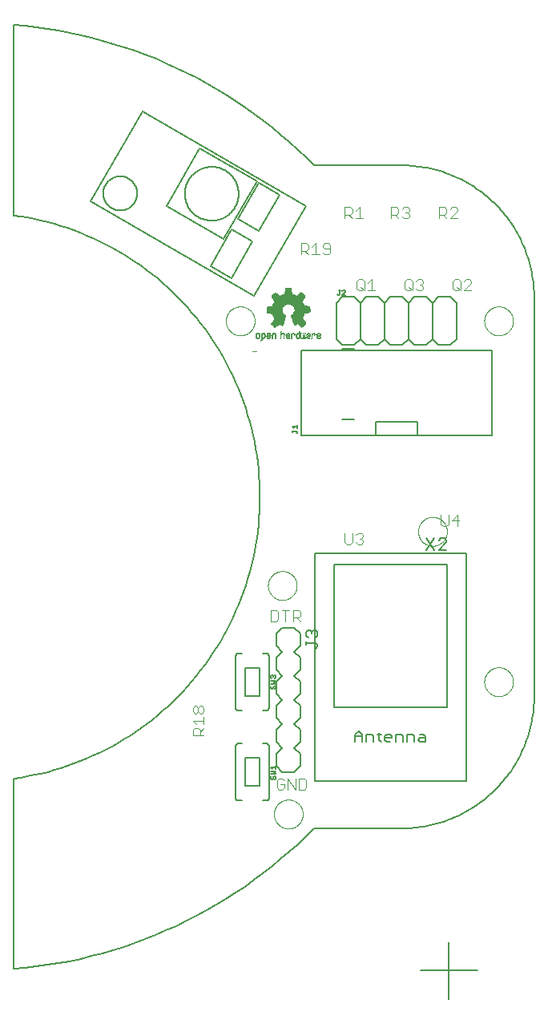
<source format=gto>
G75*
%MOIN*%
%OFA0B0*%
%FSLAX25Y25*%
%IPPOS*%
%LPD*%
%AMOC8*
5,1,8,0,0,1.08239X$1,22.5*
%
%ADD10C,0.00600*%
%ADD11C,0.00400*%
%ADD12C,0.00000*%
%ADD13R,0.00120X0.00015*%
%ADD14R,0.00150X0.00015*%
%ADD15R,0.00180X0.00015*%
%ADD16R,0.00210X0.00015*%
%ADD17R,0.00255X0.00015*%
%ADD18R,0.00300X0.00015*%
%ADD19R,0.00360X0.00015*%
%ADD20R,0.00390X0.00015*%
%ADD21R,0.00405X0.00015*%
%ADD22R,0.00420X0.00015*%
%ADD23R,0.00435X0.00015*%
%ADD24R,0.00450X0.00015*%
%ADD25R,0.00450X0.00015*%
%ADD26R,0.00075X0.00015*%
%ADD27R,0.00015X0.00015*%
%ADD28R,0.00060X0.00015*%
%ADD29R,0.00045X0.00015*%
%ADD30R,0.00060X0.00015*%
%ADD31R,0.00015X0.00015*%
%ADD32R,0.00030X0.00015*%
%ADD33R,0.00045X0.00015*%
%ADD34R,0.00495X0.00015*%
%ADD35R,0.00465X0.00015*%
%ADD36R,0.00030X0.00015*%
%ADD37R,0.00480X0.00015*%
%ADD38R,0.00225X0.00015*%
%ADD39R,0.00195X0.00015*%
%ADD40R,0.00255X0.00015*%
%ADD41R,0.00060X0.00015*%
%ADD42R,0.00090X0.00015*%
%ADD43R,0.00555X0.00015*%
%ADD44R,0.00480X0.00015*%
%ADD45R,0.00540X0.00015*%
%ADD46R,0.00555X0.00015*%
%ADD47R,0.00315X0.00015*%
%ADD48R,0.00315X0.00015*%
%ADD49R,0.00105X0.00015*%
%ADD50R,0.00585X0.00015*%
%ADD51R,0.00600X0.00015*%
%ADD52R,0.00510X0.00015*%
%ADD53R,0.00510X0.00015*%
%ADD54R,0.00135X0.00015*%
%ADD55R,0.00375X0.00015*%
%ADD56R,0.00135X0.00015*%
%ADD57R,0.00630X0.00015*%
%ADD58R,0.00165X0.00015*%
%ADD59R,0.00660X0.00015*%
%ADD60R,0.00555X0.00015*%
%ADD61R,0.00630X0.00015*%
%ADD62R,0.00660X0.00015*%
%ADD63R,0.00105X0.00015*%
%ADD64R,0.00120X0.00015*%
%ADD65R,0.00180X0.00015*%
%ADD66R,0.00645X0.00015*%
%ADD67R,0.00195X0.00015*%
%ADD68R,0.00705X0.00015*%
%ADD69R,0.00675X0.00015*%
%ADD70R,0.00615X0.00015*%
%ADD71R,0.00615X0.00015*%
%ADD72R,0.00225X0.00015*%
%ADD73R,0.00795X0.00015*%
%ADD74R,0.00645X0.00015*%
%ADD75R,0.00210X0.00015*%
%ADD76R,0.00765X0.00015*%
%ADD77R,0.00735X0.00015*%
%ADD78R,0.01230X0.00015*%
%ADD79R,0.00720X0.00015*%
%ADD80R,0.00240X0.00015*%
%ADD81R,0.00255X0.00015*%
%ADD82R,0.00255X0.00015*%
%ADD83R,0.00750X0.00015*%
%ADD84R,0.00855X0.00015*%
%ADD85R,0.00270X0.00015*%
%ADD86R,0.00810X0.00015*%
%ADD87R,0.01260X0.00015*%
%ADD88R,0.00285X0.00015*%
%ADD89R,0.00285X0.00015*%
%ADD90R,0.00330X0.00015*%
%ADD91R,0.00900X0.00015*%
%ADD92R,0.01575X0.00015*%
%ADD93R,0.00780X0.00015*%
%ADD94R,0.00915X0.00015*%
%ADD95R,0.00855X0.00015*%
%ADD96R,0.01290X0.00015*%
%ADD97R,0.00330X0.00015*%
%ADD98R,0.00810X0.00015*%
%ADD99R,0.00345X0.00015*%
%ADD100R,0.00945X0.00015*%
%ADD101R,0.01605X0.00015*%
%ADD102R,0.00885X0.00015*%
%ADD103R,0.01305X0.00015*%
%ADD104R,0.00885X0.00015*%
%ADD105R,0.00345X0.00015*%
%ADD106R,0.00825X0.00015*%
%ADD107R,0.00975X0.00015*%
%ADD108R,0.01635X0.00015*%
%ADD109R,0.00915X0.00015*%
%ADD110R,0.01320X0.00015*%
%ADD111R,0.00375X0.00015*%
%ADD112R,0.00840X0.00015*%
%ADD113R,0.00360X0.00015*%
%ADD114R,0.01005X0.00015*%
%ADD115R,0.01665X0.00015*%
%ADD116R,0.00990X0.00015*%
%ADD117R,0.00960X0.00015*%
%ADD118R,0.01335X0.00015*%
%ADD119R,0.00405X0.00015*%
%ADD120R,0.00315X0.00015*%
%ADD121R,0.00300X0.00015*%
%ADD122R,0.00840X0.00015*%
%ADD123R,0.00360X0.00015*%
%ADD124R,0.00330X0.00015*%
%ADD125R,0.01035X0.00015*%
%ADD126R,0.01695X0.00015*%
%ADD127R,0.01020X0.00015*%
%ADD128R,0.01365X0.00015*%
%ADD129R,0.01080X0.00015*%
%ADD130R,0.01725X0.00015*%
%ADD131R,0.01065X0.00015*%
%ADD132R,0.01410X0.00015*%
%ADD133R,0.00870X0.00015*%
%ADD134R,0.01110X0.00015*%
%ADD135R,0.01755X0.00015*%
%ADD136R,0.01095X0.00015*%
%ADD137R,0.01125X0.00015*%
%ADD138R,0.01425X0.00015*%
%ADD139R,0.01140X0.00015*%
%ADD140R,0.01770X0.00015*%
%ADD141R,0.01155X0.00015*%
%ADD142R,0.01440X0.00015*%
%ADD143R,0.00480X0.00015*%
%ADD144R,0.01170X0.00015*%
%ADD145R,0.01785X0.00015*%
%ADD146R,0.01185X0.00015*%
%ADD147R,0.01455X0.00015*%
%ADD148R,0.01200X0.00015*%
%ADD149R,0.01800X0.00015*%
%ADD150R,0.01185X0.00015*%
%ADD151R,0.01215X0.00015*%
%ADD152R,0.01815X0.00015*%
%ADD153R,0.01245X0.00015*%
%ADD154R,0.01470X0.00015*%
%ADD155R,0.01215X0.00015*%
%ADD156R,0.01260X0.00015*%
%ADD157R,0.01485X0.00015*%
%ADD158R,0.00930X0.00015*%
%ADD159R,0.01290X0.00015*%
%ADD160R,0.01845X0.00015*%
%ADD161R,0.01515X0.00015*%
%ADD162R,0.01275X0.00015*%
%ADD163R,0.00930X0.00015*%
%ADD164R,0.01875X0.00015*%
%ADD165R,0.01320X0.00015*%
%ADD166R,0.01530X0.00015*%
%ADD167R,0.01305X0.00015*%
%ADD168R,0.00465X0.00015*%
%ADD169R,0.00480X0.00015*%
%ADD170R,0.00945X0.00015*%
%ADD171R,0.00345X0.00015*%
%ADD172R,0.01890X0.00015*%
%ADD173R,0.00915X0.00015*%
%ADD174R,0.01335X0.00015*%
%ADD175R,0.01545X0.00015*%
%ADD176R,0.00570X0.00015*%
%ADD177R,0.00270X0.00015*%
%ADD178R,0.01905X0.00015*%
%ADD179R,0.00540X0.00015*%
%ADD180R,0.00525X0.00015*%
%ADD181R,0.00540X0.00015*%
%ADD182R,0.01395X0.00015*%
%ADD183R,0.01560X0.00015*%
%ADD184R,0.00525X0.00015*%
%ADD185R,0.00435X0.00015*%
%ADD186R,0.00390X0.00015*%
%ADD187R,0.00405X0.00015*%
%ADD188R,0.01470X0.00015*%
%ADD189R,0.01590X0.00015*%
%ADD190R,0.01455X0.00015*%
%ADD191R,0.00420X0.00015*%
%ADD192R,0.00465X0.00015*%
%ADD193R,0.01500X0.00015*%
%ADD194R,0.01605X0.00015*%
%ADD195R,0.01620X0.00015*%
%ADD196R,0.01530X0.00015*%
%ADD197R,0.01635X0.00015*%
%ADD198R,0.01515X0.00015*%
%ADD199R,0.00420X0.00015*%
%ADD200R,0.00375X0.00015*%
%ADD201R,0.00405X0.00015*%
%ADD202R,0.00690X0.00015*%
%ADD203R,0.00675X0.00015*%
%ADD204R,0.00690X0.00015*%
%ADD205R,0.00540X0.00015*%
%ADD206R,0.00510X0.00015*%
%ADD207R,0.00525X0.00015*%
%ADD208R,0.00345X0.00015*%
%ADD209R,0.00360X0.00015*%
%ADD210R,0.00315X0.00015*%
%ADD211R,0.00375X0.00015*%
%ADD212R,0.00390X0.00015*%
%ADD213R,0.00585X0.00015*%
%ADD214R,0.00420X0.00015*%
%ADD215R,0.00600X0.00015*%
%ADD216R,0.00615X0.00015*%
%ADD217R,0.00120X0.00015*%
%ADD218R,0.00075X0.00015*%
%ADD219R,0.00705X0.00015*%
%ADD220R,0.00720X0.00015*%
%ADD221R,0.00780X0.00015*%
%ADD222R,0.00825X0.00015*%
%ADD223R,0.00240X0.00015*%
%ADD224R,0.00885X0.00015*%
%ADD225R,0.00180X0.00015*%
%ADD226R,0.00795X0.00015*%
%ADD227R,0.00765X0.00015*%
%ADD228R,0.00960X0.00015*%
%ADD229R,0.00975X0.00015*%
%ADD230R,0.00870X0.00015*%
%ADD231R,0.01050X0.00015*%
%ADD232R,0.01080X0.00015*%
%ADD233R,0.01095X0.00015*%
%ADD234R,0.01125X0.00015*%
%ADD235R,0.01155X0.00015*%
%ADD236R,0.01170X0.00015*%
%ADD237R,0.01245X0.00015*%
%ADD238R,0.01140X0.00015*%
%ADD239R,0.01125X0.00015*%
%ADD240R,0.01290X0.00015*%
%ADD241R,0.01275X0.00015*%
%ADD242R,0.00840X0.00015*%
%ADD243R,0.01035X0.00015*%
%ADD244R,0.00960X0.00015*%
%ADD245R,0.01530X0.00015*%
%ADD246R,0.01560X0.00015*%
%ADD247R,0.00795X0.00015*%
%ADD248R,0.00810X0.00015*%
%ADD249R,0.01650X0.00015*%
%ADD250R,0.00555X0.00015*%
%ADD251R,0.01005X0.00015*%
%ADD252R,0.00090X0.00015*%
%ADD253R,0.00225X0.00015*%
%ADD254R,0.00435X0.00015*%
%ADD255R,0.00285X0.00015*%
%ADD256R,0.00570X0.00015*%
%ADD257R,0.00330X0.00015*%
%ADD258R,0.00495X0.00015*%
%ADD259R,0.00390X0.00015*%
%ADD260R,0.00525X0.00015*%
%ADD261R,0.00435X0.00015*%
%ADD262R,0.00585X0.00015*%
%ADD263R,0.01245X0.00015*%
%ADD264R,0.01440X0.00015*%
%ADD265R,0.01515X0.00015*%
%ADD266R,0.01545X0.00015*%
%ADD267R,0.01230X0.00015*%
%ADD268R,0.01530X0.00015*%
%ADD269R,0.01500X0.00015*%
%ADD270R,0.01395X0.00015*%
%ADD271R,0.01185X0.00015*%
%ADD272R,0.01200X0.00015*%
%ADD273R,0.01410X0.00015*%
%ADD274R,0.01185X0.00015*%
%ADD275R,0.01380X0.00015*%
%ADD276R,0.01140X0.00015*%
%ADD277R,0.01335X0.00015*%
%ADD278R,0.01320X0.00015*%
%ADD279R,0.01305X0.00015*%
%ADD280R,0.01035X0.00015*%
%ADD281R,0.00990X0.00015*%
%ADD282R,0.01350X0.00015*%
%ADD283R,0.00945X0.00015*%
%ADD284R,0.01260X0.00015*%
%ADD285R,0.01275X0.00015*%
%ADD286R,0.00825X0.00015*%
%ADD287R,0.01215X0.00015*%
%ADD288R,0.00240X0.00015*%
%ADD289R,0.00240X0.00015*%
%ADD290R,0.00810X0.00015*%
%ADD291R,0.00195X0.00015*%
%ADD292R,0.00165X0.00015*%
%ADD293R,0.00570X0.00015*%
%ADD294R,0.00900X0.00015*%
%ADD295R,0.00060X0.00015*%
%ADD296R,0.00495X0.00015*%
%ADD297R,0.00750X0.00015*%
%ADD298R,0.01575X0.00015*%
%ADD299R,0.01095X0.00015*%
%ADD300R,0.01680X0.00015*%
%ADD301R,0.01710X0.00015*%
%ADD302R,0.01725X0.00015*%
%ADD303R,0.01755X0.00015*%
%ADD304R,0.01860X0.00015*%
%ADD305R,0.01905X0.00015*%
%ADD306R,0.01935X0.00015*%
%ADD307R,0.01965X0.00015*%
%ADD308R,0.01485X0.00015*%
%ADD309R,0.01995X0.00015*%
%ADD310R,0.02040X0.00015*%
%ADD311R,0.02070X0.00015*%
%ADD312R,0.01575X0.00015*%
%ADD313R,0.02115X0.00015*%
%ADD314R,0.02160X0.00015*%
%ADD315R,0.02190X0.00015*%
%ADD316R,0.01695X0.00015*%
%ADD317R,0.02220X0.00015*%
%ADD318R,0.02235X0.00015*%
%ADD319R,0.02280X0.00015*%
%ADD320R,0.02340X0.00015*%
%ADD321R,0.01830X0.00015*%
%ADD322R,0.02385X0.00015*%
%ADD323R,0.01890X0.00015*%
%ADD324R,0.02415X0.00015*%
%ADD325R,0.01920X0.00015*%
%ADD326R,0.02430X0.00015*%
%ADD327R,0.02460X0.00015*%
%ADD328R,0.01965X0.00015*%
%ADD329R,0.02505X0.00015*%
%ADD330R,0.02010X0.00015*%
%ADD331R,0.02535X0.00015*%
%ADD332R,0.02580X0.00015*%
%ADD333R,0.02085X0.00015*%
%ADD334R,0.02625X0.00015*%
%ADD335R,0.02130X0.00015*%
%ADD336R,0.02670X0.00015*%
%ADD337R,0.02700X0.00015*%
%ADD338R,0.00660X0.00015*%
%ADD339R,0.02190X0.00015*%
%ADD340R,0.02715X0.00015*%
%ADD341R,0.02205X0.00015*%
%ADD342R,0.02745X0.00015*%
%ADD343R,0.02235X0.00015*%
%ADD344R,0.02775X0.00015*%
%ADD345R,0.02820X0.00015*%
%ADD346R,0.02310X0.00015*%
%ADD347R,0.02880X0.00015*%
%ADD348R,0.02355X0.00015*%
%ADD349R,0.02895X0.00015*%
%ADD350R,0.02925X0.00015*%
%ADD351R,0.02970X0.00015*%
%ADD352R,0.03000X0.00015*%
%ADD353R,0.03045X0.00015*%
%ADD354R,0.01005X0.00015*%
%ADD355R,0.00780X0.00015*%
%ADD356R,0.02505X0.00015*%
%ADD357R,0.03090X0.00015*%
%ADD358R,0.02550X0.00015*%
%ADD359R,0.03135X0.00015*%
%ADD360R,0.03165X0.00015*%
%ADD361R,0.02625X0.00015*%
%ADD362R,0.03195X0.00015*%
%ADD363R,0.02655X0.00015*%
%ADD364R,0.03210X0.00015*%
%ADD365R,0.03240X0.00015*%
%ADD366R,0.02700X0.00015*%
%ADD367R,0.03285X0.00015*%
%ADD368R,0.02745X0.00015*%
%ADD369R,0.03330X0.00015*%
%ADD370R,0.02790X0.00015*%
%ADD371R,0.03360X0.00015*%
%ADD372R,0.02835X0.00015*%
%ADD373R,0.03390X0.00015*%
%ADD374R,0.02865X0.00015*%
%ADD375R,0.03420X0.00015*%
%ADD376R,0.04905X0.00015*%
%ADD377R,0.04920X0.00015*%
%ADD378R,0.02940X0.00015*%
%ADD379R,0.04950X0.00015*%
%ADD380R,0.02985X0.00015*%
%ADD381R,0.04965X0.00015*%
%ADD382R,0.03015X0.00015*%
%ADD383R,0.04980X0.00015*%
%ADD384R,0.03045X0.00015*%
%ADD385R,0.05010X0.00015*%
%ADD386R,0.03075X0.00015*%
%ADD387R,0.03105X0.00015*%
%ADD388R,0.05040X0.00015*%
%ADD389R,0.05040X0.00015*%
%ADD390R,0.03180X0.00015*%
%ADD391R,0.05070X0.00015*%
%ADD392R,0.03225X0.00015*%
%ADD393R,0.03255X0.00015*%
%ADD394R,0.05085X0.00015*%
%ADD395R,0.03300X0.00015*%
%ADD396R,0.05100X0.00015*%
%ADD397R,0.04935X0.00015*%
%ADD398R,0.05115X0.00015*%
%ADD399R,0.04995X0.00015*%
%ADD400R,0.05130X0.00015*%
%ADD401R,0.05010X0.00015*%
%ADD402R,0.05130X0.00015*%
%ADD403R,0.05010X0.00015*%
%ADD404R,0.05025X0.00015*%
%ADD405R,0.05040X0.00015*%
%ADD406R,0.05055X0.00015*%
%ADD407R,0.05130X0.00015*%
%ADD408R,0.05085X0.00015*%
%ADD409R,0.05115X0.00015*%
%ADD410R,0.05145X0.00015*%
%ADD411R,0.05160X0.00015*%
%ADD412R,0.05130X0.00015*%
%ADD413R,0.05190X0.00015*%
%ADD414R,0.05190X0.00015*%
%ADD415R,0.05205X0.00015*%
%ADD416R,0.05220X0.00015*%
%ADD417R,0.05070X0.00015*%
%ADD418R,0.05085X0.00015*%
%ADD419R,0.05205X0.00015*%
%ADD420R,0.05220X0.00015*%
%ADD421R,0.05055X0.00015*%
%ADD422R,0.05025X0.00015*%
%ADD423R,0.05205X0.00015*%
%ADD424R,0.05025X0.00015*%
%ADD425R,0.05190X0.00015*%
%ADD426R,0.05190X0.00015*%
%ADD427R,0.04995X0.00015*%
%ADD428R,0.05175X0.00015*%
%ADD429R,0.04950X0.00015*%
%ADD430R,0.05145X0.00015*%
%ADD431R,0.05145X0.00015*%
%ADD432R,0.04920X0.00015*%
%ADD433R,0.04905X0.00015*%
%ADD434R,0.04905X0.00015*%
%ADD435R,0.05115X0.00015*%
%ADD436R,0.04890X0.00015*%
%ADD437R,0.04890X0.00015*%
%ADD438R,0.04875X0.00015*%
%ADD439R,0.04845X0.00015*%
%ADD440R,0.04830X0.00015*%
%ADD441R,0.04830X0.00015*%
%ADD442R,0.05070X0.00015*%
%ADD443R,0.04830X0.00015*%
%ADD444R,0.04815X0.00015*%
%ADD445R,0.04800X0.00015*%
%ADD446R,0.04800X0.00015*%
%ADD447R,0.05010X0.00015*%
%ADD448R,0.04785X0.00015*%
%ADD449R,0.04770X0.00015*%
%ADD450R,0.04770X0.00015*%
%ADD451R,0.04755X0.00015*%
%ADD452R,0.04740X0.00015*%
%ADD453R,0.04725X0.00015*%
%ADD454R,0.04725X0.00015*%
%ADD455R,0.04980X0.00015*%
%ADD456R,0.04710X0.00015*%
%ADD457R,0.04725X0.00015*%
%ADD458R,0.04710X0.00015*%
%ADD459R,0.04695X0.00015*%
%ADD460R,0.04680X0.00015*%
%ADD461R,0.04695X0.00015*%
%ADD462R,0.04680X0.00015*%
%ADD463R,0.04905X0.00015*%
%ADD464R,0.04665X0.00015*%
%ADD465R,0.04650X0.00015*%
%ADD466R,0.04635X0.00015*%
%ADD467R,0.04620X0.00015*%
%ADD468R,0.04620X0.00015*%
%ADD469R,0.04890X0.00015*%
%ADD470R,0.04605X0.00015*%
%ADD471R,0.04605X0.00015*%
%ADD472R,0.04590X0.00015*%
%ADD473R,0.04845X0.00015*%
%ADD474R,0.04575X0.00015*%
%ADD475R,0.04590X0.00015*%
%ADD476R,0.04575X0.00015*%
%ADD477R,0.04845X0.00015*%
%ADD478R,0.04560X0.00015*%
%ADD479R,0.04545X0.00015*%
%ADD480R,0.04530X0.00015*%
%ADD481R,0.04515X0.00015*%
%ADD482R,0.04530X0.00015*%
%ADD483R,0.04500X0.00015*%
%ADD484R,0.04515X0.00015*%
%ADD485R,0.04785X0.00015*%
%ADD486R,0.04485X0.00015*%
%ADD487R,0.04755X0.00015*%
%ADD488R,0.04470X0.00015*%
%ADD489R,0.04740X0.00015*%
%ADD490R,0.04485X0.00015*%
%ADD491R,0.04755X0.00015*%
%ADD492R,0.04545X0.00015*%
%ADD493R,0.04695X0.00015*%
%ADD494R,0.04680X0.00015*%
%ADD495R,0.04665X0.00015*%
%ADD496R,0.04725X0.00015*%
%ADD497R,0.04680X0.00015*%
%ADD498R,0.04860X0.00015*%
%ADD499R,0.04740X0.00015*%
%ADD500R,0.04875X0.00015*%
%ADD501R,0.04965X0.00015*%
%ADD502R,0.04860X0.00015*%
%ADD503R,0.04995X0.00015*%
%ADD504R,0.04875X0.00015*%
%ADD505R,0.04980X0.00015*%
%ADD506R,0.05235X0.00015*%
%ADD507R,0.05235X0.00015*%
%ADD508R,0.05250X0.00015*%
%ADD509R,0.05280X0.00015*%
%ADD510R,0.05295X0.00015*%
%ADD511R,0.05325X0.00015*%
%ADD512R,0.05340X0.00015*%
%ADD513R,0.05235X0.00015*%
%ADD514R,0.05355X0.00015*%
%ADD515R,0.05370X0.00015*%
%ADD516R,0.05265X0.00015*%
%ADD517R,0.05370X0.00015*%
%ADD518R,0.05280X0.00015*%
%ADD519R,0.05385X0.00015*%
%ADD520R,0.05295X0.00015*%
%ADD521R,0.05400X0.00015*%
%ADD522R,0.05415X0.00015*%
%ADD523R,0.05310X0.00015*%
%ADD524R,0.05430X0.00015*%
%ADD525R,0.05445X0.00015*%
%ADD526R,0.05460X0.00015*%
%ADD527R,0.05355X0.00015*%
%ADD528R,0.05475X0.00015*%
%ADD529R,0.05505X0.00015*%
%ADD530R,0.05520X0.00015*%
%ADD531R,0.05535X0.00015*%
%ADD532R,0.05550X0.00015*%
%ADD533R,0.05550X0.00015*%
%ADD534R,0.05475X0.00015*%
%ADD535R,0.05490X0.00015*%
%ADD536R,0.05475X0.00015*%
%ADD537R,0.05385X0.00015*%
%ADD538R,0.05370X0.00015*%
%ADD539R,0.05325X0.00015*%
%ADD540R,0.05310X0.00015*%
%ADD541R,0.05265X0.00015*%
%ADD542R,0.05175X0.00015*%
%ADD543R,0.04980X0.00015*%
%ADD544R,0.04965X0.00015*%
%ADD545R,0.04860X0.00015*%
%ADD546R,0.04845X0.00015*%
%ADD547R,0.04815X0.00015*%
%ADD548R,0.04770X0.00015*%
%ADD549R,0.05295X0.00015*%
%ADD550R,0.04635X0.00015*%
%ADD551R,0.05610X0.00015*%
%ADD552R,0.05700X0.00015*%
%ADD553R,0.05760X0.00015*%
%ADD554R,0.05805X0.00015*%
%ADD555R,0.05850X0.00015*%
%ADD556R,0.05895X0.00015*%
%ADD557R,0.06000X0.00015*%
%ADD558R,0.06135X0.00015*%
%ADD559R,0.06225X0.00015*%
%ADD560R,0.06300X0.00015*%
%ADD561R,0.06330X0.00015*%
%ADD562R,0.06375X0.00015*%
%ADD563R,0.06450X0.00015*%
%ADD564R,0.06570X0.00015*%
%ADD565R,0.05565X0.00015*%
%ADD566R,0.06690X0.00015*%
%ADD567R,0.06735X0.00015*%
%ADD568R,0.05790X0.00015*%
%ADD569R,0.06765X0.00015*%
%ADD570R,0.05850X0.00015*%
%ADD571R,0.06780X0.00015*%
%ADD572R,0.05895X0.00015*%
%ADD573R,0.06795X0.00015*%
%ADD574R,0.05955X0.00015*%
%ADD575R,0.06810X0.00015*%
%ADD576R,0.06060X0.00015*%
%ADD577R,0.06195X0.00015*%
%ADD578R,0.06825X0.00015*%
%ADD579R,0.06330X0.00015*%
%ADD580R,0.06840X0.00015*%
%ADD581R,0.06390X0.00015*%
%ADD582R,0.06495X0.00015*%
%ADD583R,0.06840X0.00015*%
%ADD584R,0.06555X0.00015*%
%ADD585R,0.06825X0.00015*%
%ADD586R,0.06645X0.00015*%
%ADD587R,0.06825X0.00015*%
%ADD588R,0.06705X0.00015*%
%ADD589R,0.06705X0.00015*%
%ADD590R,0.06810X0.00015*%
%ADD591R,0.06720X0.00015*%
%ADD592R,0.06795X0.00015*%
%ADD593R,0.06750X0.00015*%
%ADD594R,0.06765X0.00015*%
%ADD595R,0.06795X0.00015*%
%ADD596R,0.06780X0.00015*%
%ADD597R,0.06780X0.00015*%
%ADD598R,0.06750X0.00015*%
%ADD599R,0.06720X0.00015*%
%ADD600R,0.06720X0.00015*%
%ADD601R,0.06705X0.00015*%
%ADD602R,0.06705X0.00015*%
%ADD603R,0.06690X0.00015*%
%ADD604R,0.06675X0.00015*%
%ADD605R,0.06690X0.00015*%
%ADD606R,0.06675X0.00015*%
%ADD607R,0.06675X0.00015*%
%ADD608R,0.06660X0.00015*%
%ADD609R,0.06675X0.00015*%
%ADD610R,0.06660X0.00015*%
%ADD611R,0.06660X0.00015*%
%ADD612R,0.06645X0.00015*%
%ADD613R,0.06630X0.00015*%
%ADD614R,0.06660X0.00015*%
%ADD615R,0.06630X0.00015*%
%ADD616R,0.06645X0.00015*%
%ADD617R,0.06735X0.00015*%
%ADD618R,0.06765X0.00015*%
%ADD619R,0.06780X0.00015*%
%ADD620R,0.06825X0.00015*%
%ADD621R,0.06855X0.00015*%
%ADD622R,0.06855X0.00015*%
%ADD623R,0.06870X0.00015*%
%ADD624R,0.06885X0.00015*%
%ADD625R,0.06525X0.00015*%
%ADD626R,0.06405X0.00015*%
%ADD627R,0.06255X0.00015*%
%ADD628R,0.06165X0.00015*%
%ADD629R,0.06870X0.00015*%
%ADD630R,0.06120X0.00015*%
%ADD631R,0.06885X0.00015*%
%ADD632R,0.06060X0.00015*%
%ADD633R,0.06015X0.00015*%
%ADD634R,0.05910X0.00015*%
%ADD635R,0.05670X0.00015*%
%ADD636R,0.05595X0.00015*%
%ADD637R,0.06585X0.00015*%
%ADD638R,0.05160X0.00015*%
%ADD639R,0.06390X0.00015*%
%ADD640R,0.05025X0.00015*%
%ADD641R,0.06330X0.00015*%
%ADD642R,0.06075X0.00015*%
%ADD643R,0.05820X0.00015*%
%ADD644R,0.05775X0.00015*%
%ADD645R,0.05685X0.00015*%
%ADD646R,0.05460X0.00015*%
%ADD647R,0.04860X0.00015*%
%ADD648R,0.04935X0.00015*%
%ADD649R,0.05160X0.00015*%
%ADD650R,0.05325X0.00015*%
%ADD651R,0.05340X0.00015*%
%ADD652R,0.05355X0.00015*%
%ADD653R,0.05430X0.00015*%
%ADD654R,0.05535X0.00015*%
%ADD655R,0.05595X0.00015*%
%ADD656R,0.05640X0.00015*%
%ADD657R,0.05640X0.00015*%
%ADD658R,0.05670X0.00015*%
%ADD659R,0.05685X0.00015*%
%ADD660R,0.05700X0.00015*%
%ADD661R,0.05715X0.00015*%
%ADD662R,0.05715X0.00015*%
%ADD663R,0.05730X0.00015*%
%ADD664R,0.05745X0.00015*%
%ADD665R,0.05760X0.00015*%
%ADD666R,0.06000X0.00015*%
%ADD667R,0.06105X0.00015*%
%ADD668R,0.06180X0.00015*%
%ADD669R,0.06210X0.00015*%
%ADD670R,0.12690X0.00015*%
%ADD671R,0.12675X0.00015*%
%ADD672R,0.12660X0.00015*%
%ADD673R,0.12660X0.00015*%
%ADD674R,0.12645X0.00015*%
%ADD675R,0.12615X0.00015*%
%ADD676R,0.12600X0.00015*%
%ADD677R,0.12585X0.00015*%
%ADD678R,0.12555X0.00015*%
%ADD679R,0.12540X0.00015*%
%ADD680R,0.12525X0.00015*%
%ADD681R,0.12510X0.00015*%
%ADD682R,0.12510X0.00015*%
%ADD683R,0.12480X0.00015*%
%ADD684R,0.12450X0.00015*%
%ADD685R,0.12435X0.00015*%
%ADD686R,0.12420X0.00015*%
%ADD687R,0.12390X0.00015*%
%ADD688R,0.12375X0.00015*%
%ADD689R,0.12360X0.00015*%
%ADD690R,0.12330X0.00015*%
%ADD691R,0.12300X0.00015*%
%ADD692R,0.12285X0.00015*%
%ADD693R,0.12270X0.00015*%
%ADD694R,0.12255X0.00015*%
%ADD695R,0.12240X0.00015*%
%ADD696R,0.12225X0.00015*%
%ADD697R,0.12195X0.00015*%
%ADD698R,0.12165X0.00015*%
%ADD699R,0.12150X0.00015*%
%ADD700R,0.12135X0.00015*%
%ADD701R,0.12120X0.00015*%
%ADD702R,0.12090X0.00015*%
%ADD703R,0.12075X0.00015*%
%ADD704R,0.12060X0.00015*%
%ADD705R,0.12045X0.00015*%
%ADD706R,0.12015X0.00015*%
%ADD707R,0.12000X0.00015*%
%ADD708R,0.11985X0.00015*%
%ADD709R,0.11955X0.00015*%
%ADD710R,0.11940X0.00015*%
%ADD711R,0.11925X0.00015*%
%ADD712R,0.11910X0.00015*%
%ADD713R,0.11910X0.00015*%
%ADD714R,0.11880X0.00015*%
%ADD715R,0.11850X0.00015*%
%ADD716R,0.11835X0.00015*%
%ADD717R,0.11805X0.00015*%
%ADD718R,0.11775X0.00015*%
%ADD719R,0.11760X0.00015*%
%ADD720R,0.11745X0.00015*%
%ADD721R,0.11730X0.00015*%
%ADD722R,0.11700X0.00015*%
%ADD723R,0.11700X0.00015*%
%ADD724R,0.11685X0.00015*%
%ADD725R,0.11655X0.00015*%
%ADD726R,0.11640X0.00015*%
%ADD727R,0.11625X0.00015*%
%ADD728R,0.11625X0.00015*%
%ADD729R,0.11670X0.00015*%
%ADD730R,0.11715X0.00015*%
%ADD731R,0.11790X0.00015*%
%ADD732R,0.11820X0.00015*%
%ADD733R,0.11820X0.00015*%
%ADD734R,0.11880X0.00015*%
%ADD735R,0.11895X0.00015*%
%ADD736R,0.11970X0.00015*%
%ADD737R,0.12045X0.00015*%
%ADD738R,0.12075X0.00015*%
%ADD739R,0.12105X0.00015*%
%ADD740R,0.12135X0.00015*%
%ADD741R,0.12165X0.00015*%
%ADD742R,0.12180X0.00015*%
%ADD743R,0.12195X0.00015*%
%ADD744R,0.12210X0.00015*%
%ADD745R,0.12225X0.00015*%
%ADD746R,0.12255X0.00015*%
%ADD747R,0.12360X0.00015*%
%ADD748R,0.12390X0.00015*%
%ADD749R,0.12405X0.00015*%
%ADD750R,0.12435X0.00015*%
%ADD751R,0.12480X0.00015*%
%ADD752R,0.12480X0.00015*%
%ADD753R,0.12510X0.00015*%
%ADD754R,0.12570X0.00015*%
%ADD755R,0.12630X0.00015*%
%ADD756R,0.12675X0.00015*%
%ADD757R,0.12705X0.00015*%
%ADD758R,0.12735X0.00015*%
%ADD759R,0.12750X0.00015*%
%ADD760R,0.12780X0.00015*%
%ADD761R,0.12795X0.00015*%
%ADD762R,0.12810X0.00015*%
%ADD763R,0.12840X0.00015*%
%ADD764R,0.12855X0.00015*%
%ADD765R,0.12885X0.00015*%
%ADD766R,0.12900X0.00015*%
%ADD767R,0.12915X0.00015*%
%ADD768R,0.12945X0.00015*%
%ADD769R,0.12960X0.00015*%
%ADD770R,0.12990X0.00015*%
%ADD771R,0.13005X0.00015*%
%ADD772R,0.13020X0.00015*%
%ADD773R,0.13035X0.00015*%
%ADD774R,0.13065X0.00015*%
%ADD775R,0.13080X0.00015*%
%ADD776R,0.13110X0.00015*%
%ADD777R,0.13125X0.00015*%
%ADD778R,0.13155X0.00015*%
%ADD779R,0.13170X0.00015*%
%ADD780R,0.13200X0.00015*%
%ADD781R,0.13230X0.00015*%
%ADD782R,0.13260X0.00015*%
%ADD783R,0.13290X0.00015*%
%ADD784R,0.13320X0.00015*%
%ADD785R,0.13350X0.00015*%
%ADD786R,0.13365X0.00015*%
%ADD787R,0.13395X0.00015*%
%ADD788R,0.13425X0.00015*%
%ADD789R,0.13455X0.00015*%
%ADD790R,0.13470X0.00015*%
%ADD791R,0.13500X0.00015*%
%ADD792R,0.13530X0.00015*%
%ADD793R,0.13560X0.00015*%
%ADD794R,0.13575X0.00015*%
%ADD795R,0.13605X0.00015*%
%ADD796R,0.13635X0.00015*%
%ADD797R,0.13650X0.00015*%
%ADD798R,0.13680X0.00015*%
%ADD799R,0.13695X0.00015*%
%ADD800R,0.13725X0.00015*%
%ADD801R,0.13740X0.00015*%
%ADD802R,0.13770X0.00015*%
%ADD803R,0.13785X0.00015*%
%ADD804R,0.13800X0.00015*%
%ADD805R,0.13830X0.00015*%
%ADD806R,0.13860X0.00015*%
%ADD807R,0.13875X0.00015*%
%ADD808R,0.13905X0.00015*%
%ADD809R,0.13935X0.00015*%
%ADD810R,0.13950X0.00015*%
%ADD811R,0.13980X0.00015*%
%ADD812R,0.14010X0.00015*%
%ADD813R,0.14025X0.00015*%
%ADD814R,0.14055X0.00015*%
%ADD815R,0.14070X0.00015*%
%ADD816R,0.14085X0.00015*%
%ADD817R,0.14115X0.00015*%
%ADD818R,0.14145X0.00015*%
%ADD819R,0.14160X0.00015*%
%ADD820R,0.14190X0.00015*%
%ADD821R,0.14205X0.00015*%
%ADD822R,0.14220X0.00015*%
%ADD823R,0.14235X0.00015*%
%ADD824R,0.14265X0.00015*%
%ADD825R,0.14280X0.00015*%
%ADD826R,0.14295X0.00015*%
%ADD827R,0.14295X0.00015*%
%ADD828R,0.14250X0.00015*%
%ADD829R,0.14205X0.00015*%
%ADD830R,0.14175X0.00015*%
%ADD831R,0.14160X0.00015*%
%ADD832R,0.14130X0.00015*%
%ADD833R,0.14100X0.00015*%
%ADD834R,0.14040X0.00015*%
%ADD835R,0.14010X0.00015*%
%ADD836R,0.03465X0.00015*%
%ADD837R,0.10440X0.00015*%
%ADD838R,0.03420X0.00015*%
%ADD839R,0.10395X0.00015*%
%ADD840R,0.03375X0.00015*%
%ADD841R,0.10335X0.00015*%
%ADD842R,0.03570X0.00015*%
%ADD843R,0.06600X0.00015*%
%ADD844R,0.03525X0.00015*%
%ADD845R,0.03270X0.00015*%
%ADD846R,0.03495X0.00015*%
%ADD847R,0.03210X0.00015*%
%ADD848R,0.06480X0.00015*%
%ADD849R,0.03435X0.00015*%
%ADD850R,0.03165X0.00015*%
%ADD851R,0.03390X0.00015*%
%ADD852R,0.03120X0.00015*%
%ADD853R,0.06315X0.00015*%
%ADD854R,0.03345X0.00015*%
%ADD855R,0.03090X0.00015*%
%ADD856R,0.03075X0.00015*%
%ADD857R,0.06225X0.00015*%
%ADD858R,0.03270X0.00015*%
%ADD859R,0.06180X0.00015*%
%ADD860R,0.02970X0.00015*%
%ADD861R,0.06075X0.00015*%
%ADD862R,0.03195X0.00015*%
%ADD863R,0.02925X0.00015*%
%ADD864R,0.05985X0.00015*%
%ADD865R,0.03135X0.00015*%
%ADD866R,0.02850X0.00015*%
%ADD867R,0.05835X0.00015*%
%ADD868R,0.03030X0.00015*%
%ADD869R,0.02805X0.00015*%
%ADD870R,0.02730X0.00015*%
%ADD871R,0.05625X0.00015*%
%ADD872R,0.02925X0.00015*%
%ADD873R,0.02640X0.00015*%
%ADD874R,0.02595X0.00015*%
%ADD875R,0.02565X0.00015*%
%ADD876R,0.02760X0.00015*%
%ADD877R,0.02520X0.00015*%
%ADD878R,0.02730X0.00015*%
%ADD879R,0.02475X0.00015*%
%ADD880R,0.02685X0.00015*%
%ADD881R,0.02445X0.00015*%
%ADD882R,0.02400X0.00015*%
%ADD883R,0.02370X0.00015*%
%ADD884R,0.02565X0.00015*%
%ADD885R,0.02340X0.00015*%
%ADD886R,0.02325X0.00015*%
%ADD887R,0.02505X0.00015*%
%ADD888R,0.02280X0.00015*%
%ADD889R,0.02460X0.00015*%
%ADD890R,0.04560X0.00015*%
%ADD891R,0.02190X0.00015*%
%ADD892R,0.04440X0.00015*%
%ADD893R,0.02370X0.00015*%
%ADD894R,0.02145X0.00015*%
%ADD895R,0.04365X0.00015*%
%ADD896R,0.04320X0.00015*%
%ADD897R,0.02310X0.00015*%
%ADD898R,0.02100X0.00015*%
%ADD899R,0.04260X0.00015*%
%ADD900R,0.04200X0.00015*%
%ADD901R,0.02265X0.00015*%
%ADD902R,0.02040X0.00015*%
%ADD903R,0.04095X0.00015*%
%ADD904R,0.02220X0.00015*%
%ADD905R,0.03915X0.00015*%
%ADD906R,0.02175X0.00015*%
%ADD907R,0.03765X0.00015*%
%ADD908R,0.03675X0.00015*%
%ADD909R,0.01890X0.00015*%
%ADD910R,0.03615X0.00015*%
%ADD911R,0.02055X0.00015*%
%ADD912R,0.01860X0.00015*%
%ADD913R,0.03555X0.00015*%
%ADD914R,0.03450X0.00015*%
%ADD915R,0.03315X0.00015*%
%ADD916R,0.01680X0.00015*%
%ADD917R,0.01650X0.00015*%
%ADD918R,0.01620X0.00015*%
%ADD919R,0.03240X0.00015*%
%ADD920R,0.01740X0.00015*%
%ADD921R,0.01665X0.00015*%
%ADD922R,0.01635X0.00015*%
%ADD923R,0.01410X0.00015*%
%ADD924R,0.01395X0.00015*%
%ADD925R,0.01365X0.00015*%
%ADD926R,0.01290X0.00015*%
%ADD927R,0.03210X0.00015*%
%ADD928R,0.01455X0.00015*%
%ADD929R,0.01110X0.00015*%
%ADD930R,0.03180X0.00015*%
%ADD931R,0.03150X0.00015*%
%ADD932R,0.03150X0.00015*%
%ADD933R,0.01050X0.00015*%
%ADD934R,0.03105X0.00015*%
%ADD935R,0.00660X0.00015*%
%ADD936R,0.03075X0.00015*%
%ADD937R,0.03060X0.00015*%
%ADD938R,0.03000X0.00015*%
%ADD939R,0.02955X0.00015*%
%ADD940R,0.02940X0.00015*%
%ADD941R,0.02940X0.00015*%
%ADD942R,0.02910X0.00015*%
%ADD943R,0.02910X0.00015*%
%ADD944R,0.02865X0.00015*%
%ADD945R,0.02805X0.00015*%
%ADD946R,0.02775X0.00015*%
%ADD947R,0.02760X0.00015*%
%ADD948R,0.02655X0.00015*%
%ADD949R,0.02640X0.00015*%
%ADD950R,0.02610X0.00015*%
%ADD951R,0.02595X0.00015*%
%ADD952R,0.02535X0.00015*%
%ADD953R,0.02475X0.00015*%
%ADD954R,0.02175X0.00015*%
%ADD955C,0.00800*%
%ADD956C,0.00500*%
%ADD957C,0.00700*%
D10*
X0001300Y0013742D02*
X0001300Y0092906D01*
X0001300Y0013742D02*
X0005974Y0014173D01*
X0010636Y0014716D01*
X0015284Y0015369D01*
X0019914Y0016133D01*
X0024526Y0017008D01*
X0029115Y0017992D01*
X0033680Y0019085D01*
X0038217Y0020287D01*
X0042724Y0021596D01*
X0047198Y0023013D01*
X0051638Y0024536D01*
X0056040Y0026164D01*
X0060402Y0027897D01*
X0064721Y0029733D01*
X0068996Y0031672D01*
X0073223Y0033712D01*
X0077400Y0035852D01*
X0081525Y0038091D01*
X0085595Y0040428D01*
X0089609Y0042862D01*
X0093563Y0045390D01*
X0097456Y0048012D01*
X0101285Y0050726D01*
X0105049Y0053531D01*
X0108744Y0056424D01*
X0112370Y0059405D01*
X0115923Y0062471D01*
X0119403Y0065621D01*
X0122806Y0068854D01*
X0126131Y0072166D01*
X0162717Y0072166D01*
X0163216Y0108234D02*
X0163216Y0110436D01*
X0162482Y0111170D01*
X0160280Y0111170D01*
X0160280Y0108234D01*
X0158612Y0109702D02*
X0158612Y0110436D01*
X0157878Y0111170D01*
X0156410Y0111170D01*
X0155676Y0110436D01*
X0155676Y0108968D01*
X0156410Y0108234D01*
X0157878Y0108234D01*
X0158612Y0109702D02*
X0155676Y0109702D01*
X0154075Y0111170D02*
X0152607Y0111170D01*
X0153341Y0111904D02*
X0153341Y0108968D01*
X0154075Y0108234D01*
X0150939Y0108234D02*
X0150939Y0110436D01*
X0150205Y0111170D01*
X0148003Y0111170D01*
X0148003Y0108234D01*
X0146335Y0108234D02*
X0146335Y0111170D01*
X0144867Y0112638D01*
X0143399Y0111170D01*
X0143399Y0108234D01*
X0143399Y0110436D02*
X0146335Y0110436D01*
X0162717Y0072166D02*
X0164049Y0072182D01*
X0165380Y0072230D01*
X0166709Y0072311D01*
X0168037Y0072423D01*
X0169361Y0072568D01*
X0170681Y0072744D01*
X0171997Y0072953D01*
X0173307Y0073193D01*
X0174611Y0073465D01*
X0175908Y0073768D01*
X0177197Y0074102D01*
X0178478Y0074467D01*
X0179749Y0074864D01*
X0181011Y0075291D01*
X0182262Y0075748D01*
X0183502Y0076235D01*
X0184729Y0076752D01*
X0185944Y0077299D01*
X0187145Y0077875D01*
X0188332Y0078479D01*
X0189503Y0079113D01*
X0190660Y0079774D01*
X0191799Y0080463D01*
X0192922Y0081179D01*
X0194028Y0081923D01*
X0195115Y0082693D01*
X0196183Y0083488D01*
X0197231Y0084310D01*
X0198259Y0085156D01*
X0199267Y0086028D01*
X0200253Y0086923D01*
X0201218Y0087842D01*
X0202159Y0088783D01*
X0203078Y0089748D01*
X0203973Y0090734D01*
X0204845Y0091742D01*
X0205691Y0092770D01*
X0206513Y0093818D01*
X0207308Y0094886D01*
X0208078Y0095973D01*
X0208822Y0097079D01*
X0209538Y0098202D01*
X0210227Y0099341D01*
X0210888Y0100498D01*
X0211522Y0101669D01*
X0212126Y0102856D01*
X0212702Y0104057D01*
X0213249Y0105272D01*
X0213766Y0106499D01*
X0214253Y0107739D01*
X0214710Y0108990D01*
X0215137Y0110252D01*
X0215534Y0111523D01*
X0215899Y0112804D01*
X0216233Y0114093D01*
X0216536Y0115390D01*
X0216808Y0116694D01*
X0217048Y0118004D01*
X0217257Y0119320D01*
X0217433Y0120640D01*
X0217578Y0121964D01*
X0217690Y0123292D01*
X0217771Y0124621D01*
X0217819Y0125952D01*
X0217835Y0127284D01*
X0217835Y0292639D01*
X0185552Y0290611D02*
X0185552Y0275611D01*
X0183052Y0273111D01*
X0178052Y0273111D01*
X0175552Y0275611D01*
X0175552Y0290611D01*
X0178052Y0293111D01*
X0183052Y0293111D01*
X0185552Y0290611D01*
X0175552Y0290611D02*
X0173052Y0293111D01*
X0168052Y0293111D01*
X0165552Y0290611D01*
X0165552Y0275611D01*
X0168052Y0273111D01*
X0173052Y0273111D01*
X0175552Y0275611D01*
X0165552Y0275611D02*
X0163052Y0273111D01*
X0158052Y0273111D01*
X0155552Y0275611D01*
X0155552Y0290611D01*
X0158052Y0293111D01*
X0163052Y0293111D01*
X0165552Y0290611D01*
X0217835Y0292639D02*
X0217819Y0293971D01*
X0217771Y0295302D01*
X0217690Y0296631D01*
X0217578Y0297959D01*
X0217433Y0299283D01*
X0217257Y0300603D01*
X0217048Y0301919D01*
X0216808Y0303229D01*
X0216536Y0304533D01*
X0216233Y0305830D01*
X0215899Y0307119D01*
X0215534Y0308400D01*
X0215137Y0309671D01*
X0214710Y0310933D01*
X0214253Y0312184D01*
X0213766Y0313424D01*
X0213249Y0314651D01*
X0212702Y0315866D01*
X0212126Y0317067D01*
X0211522Y0318254D01*
X0210888Y0319425D01*
X0210227Y0320582D01*
X0209538Y0321721D01*
X0208822Y0322844D01*
X0208078Y0323950D01*
X0207308Y0325037D01*
X0206513Y0326105D01*
X0205691Y0327153D01*
X0204845Y0328181D01*
X0203973Y0329189D01*
X0203078Y0330175D01*
X0202159Y0331140D01*
X0201218Y0332081D01*
X0200253Y0333000D01*
X0199267Y0333895D01*
X0198259Y0334767D01*
X0197231Y0335613D01*
X0196183Y0336435D01*
X0195115Y0337230D01*
X0194028Y0338000D01*
X0192922Y0338744D01*
X0191799Y0339460D01*
X0190660Y0340149D01*
X0189503Y0340810D01*
X0188332Y0341444D01*
X0187145Y0342048D01*
X0185944Y0342624D01*
X0184729Y0343171D01*
X0183502Y0343688D01*
X0182262Y0344175D01*
X0181011Y0344632D01*
X0179749Y0345059D01*
X0178478Y0345456D01*
X0177197Y0345821D01*
X0175908Y0346155D01*
X0174611Y0346458D01*
X0173307Y0346730D01*
X0171997Y0346970D01*
X0170681Y0347179D01*
X0169361Y0347355D01*
X0168037Y0347500D01*
X0166709Y0347612D01*
X0165380Y0347693D01*
X0164049Y0347741D01*
X0162717Y0347757D01*
X0126131Y0347757D01*
X0138052Y0293111D02*
X0135552Y0290611D01*
X0135552Y0275611D01*
X0138052Y0273111D01*
X0143052Y0273111D01*
X0145552Y0275611D01*
X0145552Y0290611D01*
X0148052Y0293111D01*
X0153052Y0293111D01*
X0155552Y0290611D01*
X0155552Y0275611D02*
X0153052Y0273111D01*
X0148052Y0273111D01*
X0145552Y0275611D01*
X0145552Y0290611D02*
X0143052Y0293111D01*
X0138052Y0293111D01*
X0164884Y0111170D02*
X0167086Y0111170D01*
X0167820Y0110436D01*
X0167820Y0108234D01*
X0169488Y0108968D02*
X0170222Y0109702D01*
X0172424Y0109702D01*
X0172424Y0110436D02*
X0172424Y0108234D01*
X0170222Y0108234D01*
X0169488Y0108968D01*
X0170222Y0111170D02*
X0171690Y0111170D01*
X0172424Y0110436D01*
X0164884Y0111170D02*
X0164884Y0108234D01*
X0182402Y0024922D02*
X0182402Y0001300D01*
X0170591Y0013111D02*
X0194213Y0013111D01*
X0001300Y0092906D02*
X0004146Y0093324D01*
X0006981Y0093811D01*
X0009804Y0094368D01*
X0012612Y0094993D01*
X0015404Y0095686D01*
X0018178Y0096447D01*
X0020933Y0097275D01*
X0023667Y0098170D01*
X0026378Y0099131D01*
X0029065Y0100159D01*
X0031727Y0101251D01*
X0034361Y0102408D01*
X0036965Y0103628D01*
X0039540Y0104912D01*
X0042082Y0106258D01*
X0044591Y0107666D01*
X0047065Y0109134D01*
X0049502Y0110662D01*
X0051902Y0112249D01*
X0054262Y0113894D01*
X0056581Y0115596D01*
X0058858Y0117353D01*
X0061092Y0119166D01*
X0063281Y0121033D01*
X0065424Y0122952D01*
X0067519Y0124923D01*
X0069566Y0126945D01*
X0071563Y0129016D01*
X0073509Y0131134D01*
X0075402Y0133300D01*
X0077243Y0135511D01*
X0079029Y0137766D01*
X0080759Y0140064D01*
X0082433Y0142404D01*
X0084050Y0144783D01*
X0085608Y0147201D01*
X0087107Y0149657D01*
X0088545Y0152148D01*
X0089923Y0154674D01*
X0091238Y0157232D01*
X0092491Y0159821D01*
X0093681Y0162441D01*
X0094806Y0165088D01*
X0095866Y0167763D01*
X0096861Y0170462D01*
X0097790Y0173184D01*
X0098653Y0175929D01*
X0099448Y0178693D01*
X0100176Y0181477D01*
X0100835Y0184277D01*
X0101427Y0187092D01*
X0101949Y0189921D01*
X0102403Y0192762D01*
X0102787Y0195612D01*
X0103102Y0198472D01*
X0103347Y0201338D01*
X0103522Y0204210D01*
X0103627Y0207084D01*
X0103662Y0209961D01*
X0103627Y0212838D01*
X0103522Y0215712D01*
X0103347Y0218584D01*
X0103102Y0221450D01*
X0102787Y0224310D01*
X0102403Y0227160D01*
X0101949Y0230001D01*
X0101427Y0232830D01*
X0100835Y0235645D01*
X0100176Y0238445D01*
X0099448Y0241229D01*
X0098653Y0243993D01*
X0097790Y0246738D01*
X0096861Y0249460D01*
X0095866Y0252159D01*
X0094806Y0254834D01*
X0093681Y0257481D01*
X0092491Y0260101D01*
X0091238Y0262690D01*
X0089923Y0265248D01*
X0088545Y0267774D01*
X0087107Y0270265D01*
X0085608Y0272721D01*
X0084050Y0275139D01*
X0082433Y0277518D01*
X0080759Y0279858D01*
X0079029Y0282156D01*
X0077243Y0284411D01*
X0075402Y0286622D01*
X0073509Y0288788D01*
X0071563Y0290906D01*
X0069566Y0292977D01*
X0067519Y0294999D01*
X0065424Y0296970D01*
X0063281Y0298889D01*
X0061092Y0300756D01*
X0058858Y0302569D01*
X0056581Y0304326D01*
X0054262Y0306028D01*
X0051902Y0307673D01*
X0049502Y0309260D01*
X0047065Y0310788D01*
X0044591Y0312256D01*
X0042082Y0313664D01*
X0039540Y0315010D01*
X0036965Y0316294D01*
X0034361Y0317514D01*
X0031727Y0318671D01*
X0029065Y0319763D01*
X0026378Y0320791D01*
X0023667Y0321752D01*
X0020933Y0322647D01*
X0018178Y0323475D01*
X0015404Y0324236D01*
X0012612Y0324929D01*
X0009804Y0325554D01*
X0006981Y0326111D01*
X0004146Y0326598D01*
X0001300Y0327016D01*
X0001300Y0327017D02*
X0001300Y0406220D01*
X0005974Y0405787D01*
X0010636Y0405244D01*
X0015285Y0404589D01*
X0019916Y0403823D01*
X0024528Y0402948D01*
X0029117Y0401962D01*
X0033682Y0400868D01*
X0038219Y0399665D01*
X0042726Y0398354D01*
X0047201Y0396936D01*
X0051641Y0395412D01*
X0056043Y0393782D01*
X0060405Y0392048D01*
X0064725Y0390210D01*
X0068999Y0388270D01*
X0073226Y0386229D01*
X0077403Y0384087D01*
X0081528Y0381847D01*
X0085598Y0379508D01*
X0089612Y0377074D01*
X0093566Y0374544D01*
X0097458Y0371921D01*
X0101288Y0369205D01*
X0105051Y0366400D01*
X0108746Y0363505D01*
X0112371Y0360523D01*
X0115924Y0357455D01*
X0119403Y0354304D01*
X0122806Y0351070D01*
X0126131Y0347756D01*
D11*
X0139044Y0330415D02*
X0139044Y0325811D01*
X0139044Y0327346D02*
X0141346Y0327346D01*
X0142113Y0328113D01*
X0142113Y0329648D01*
X0141346Y0330415D01*
X0139044Y0330415D01*
X0140579Y0327346D02*
X0142113Y0325811D01*
X0143648Y0325811D02*
X0146717Y0325811D01*
X0145183Y0325811D02*
X0145183Y0330415D01*
X0143648Y0328880D01*
X0132262Y0315415D02*
X0130727Y0315415D01*
X0129960Y0314648D01*
X0129960Y0313880D01*
X0130727Y0313113D01*
X0133029Y0313113D01*
X0133029Y0311578D02*
X0133029Y0314648D01*
X0132262Y0315415D01*
X0133029Y0311578D02*
X0132262Y0310811D01*
X0130727Y0310811D01*
X0129960Y0311578D01*
X0128425Y0310811D02*
X0125356Y0310811D01*
X0126891Y0310811D02*
X0126891Y0315415D01*
X0125356Y0313880D01*
X0123821Y0313113D02*
X0123054Y0312346D01*
X0120752Y0312346D01*
X0122287Y0312346D02*
X0123821Y0310811D01*
X0123821Y0313113D02*
X0123821Y0314648D01*
X0123054Y0315415D01*
X0120752Y0315415D01*
X0120752Y0310811D01*
X0144044Y0299648D02*
X0144044Y0296578D01*
X0144811Y0295811D01*
X0146346Y0295811D01*
X0147113Y0296578D01*
X0147113Y0299648D01*
X0146346Y0300415D01*
X0144811Y0300415D01*
X0144044Y0299648D01*
X0145579Y0297346D02*
X0147113Y0295811D01*
X0148648Y0295811D02*
X0151717Y0295811D01*
X0150183Y0295811D02*
X0150183Y0300415D01*
X0148648Y0298880D01*
X0158252Y0325811D02*
X0158252Y0330415D01*
X0160554Y0330415D01*
X0161321Y0329648D01*
X0161321Y0328113D01*
X0160554Y0327346D01*
X0158252Y0327346D01*
X0159787Y0327346D02*
X0161321Y0325811D01*
X0162856Y0326578D02*
X0163623Y0325811D01*
X0165158Y0325811D01*
X0165925Y0326578D01*
X0165925Y0327346D01*
X0165158Y0328113D01*
X0164391Y0328113D01*
X0165158Y0328113D02*
X0165925Y0328880D01*
X0165925Y0329648D01*
X0165158Y0330415D01*
X0163623Y0330415D01*
X0162856Y0329648D01*
X0178252Y0330415D02*
X0178252Y0325811D01*
X0178252Y0327346D02*
X0180554Y0327346D01*
X0181321Y0328113D01*
X0181321Y0329648D01*
X0180554Y0330415D01*
X0178252Y0330415D01*
X0179787Y0327346D02*
X0181321Y0325811D01*
X0182856Y0325811D02*
X0185925Y0328880D01*
X0185925Y0329648D01*
X0185158Y0330415D01*
X0183623Y0330415D01*
X0182856Y0329648D01*
X0182856Y0325811D02*
X0185925Y0325811D01*
X0186346Y0300415D02*
X0187113Y0299648D01*
X0187113Y0296578D01*
X0186346Y0295811D01*
X0184811Y0295811D01*
X0184044Y0296578D01*
X0184044Y0299648D01*
X0184811Y0300415D01*
X0186346Y0300415D01*
X0188648Y0299648D02*
X0189415Y0300415D01*
X0190950Y0300415D01*
X0191717Y0299648D01*
X0191717Y0298880D01*
X0188648Y0295811D01*
X0191717Y0295811D01*
X0187113Y0295811D02*
X0185579Y0297346D01*
X0171717Y0297346D02*
X0171717Y0296578D01*
X0170950Y0295811D01*
X0169415Y0295811D01*
X0168648Y0296578D01*
X0167113Y0296578D02*
X0166346Y0295811D01*
X0164811Y0295811D01*
X0164044Y0296578D01*
X0164044Y0299648D01*
X0164811Y0300415D01*
X0166346Y0300415D01*
X0167113Y0299648D01*
X0167113Y0296578D01*
X0167113Y0295811D02*
X0165579Y0297346D01*
X0168648Y0299648D02*
X0169415Y0300415D01*
X0170950Y0300415D01*
X0171717Y0299648D01*
X0171717Y0298880D01*
X0170950Y0298113D01*
X0171717Y0297346D01*
X0170950Y0298113D02*
X0170183Y0298113D01*
X0179044Y0202415D02*
X0179044Y0198578D01*
X0179811Y0197811D01*
X0181346Y0197811D01*
X0182113Y0198578D01*
X0182113Y0202415D01*
X0183648Y0200113D02*
X0186717Y0200113D01*
X0185950Y0197811D02*
X0185950Y0202415D01*
X0183648Y0200113D01*
X0146717Y0194148D02*
X0146717Y0193380D01*
X0145950Y0192613D01*
X0146717Y0191846D01*
X0146717Y0191078D01*
X0145950Y0190311D01*
X0144415Y0190311D01*
X0143648Y0191078D01*
X0142113Y0191078D02*
X0142113Y0194915D01*
X0143648Y0194148D02*
X0144415Y0194915D01*
X0145950Y0194915D01*
X0146717Y0194148D01*
X0145950Y0192613D02*
X0145183Y0192613D01*
X0142113Y0191078D02*
X0141346Y0190311D01*
X0139811Y0190311D01*
X0139044Y0191078D01*
X0139044Y0194915D01*
X0119762Y0162915D02*
X0120529Y0162148D01*
X0120529Y0160613D01*
X0119762Y0159846D01*
X0117460Y0159846D01*
X0118994Y0159846D02*
X0120529Y0158311D01*
X0119762Y0162915D02*
X0117460Y0162915D01*
X0117460Y0158311D01*
X0114391Y0158311D02*
X0114391Y0162915D01*
X0115925Y0162915D02*
X0112856Y0162915D01*
X0111321Y0162148D02*
X0110554Y0162915D01*
X0108252Y0162915D01*
X0108252Y0158311D01*
X0110554Y0158311D01*
X0111321Y0159078D01*
X0111321Y0162148D01*
X0079585Y0123088D02*
X0080352Y0122321D01*
X0080352Y0120786D01*
X0079585Y0120019D01*
X0078817Y0120019D01*
X0078050Y0120786D01*
X0078050Y0122321D01*
X0078817Y0123088D01*
X0079585Y0123088D01*
X0078050Y0122321D02*
X0077283Y0123088D01*
X0076515Y0123088D01*
X0075748Y0122321D01*
X0075748Y0120786D01*
X0076515Y0120019D01*
X0077283Y0120019D01*
X0078050Y0120786D01*
X0080352Y0118484D02*
X0080352Y0115415D01*
X0080352Y0116950D02*
X0075748Y0116950D01*
X0077283Y0115415D01*
X0078050Y0113880D02*
X0076515Y0113880D01*
X0075748Y0113113D01*
X0075748Y0110811D01*
X0080352Y0110811D01*
X0078817Y0110811D02*
X0078817Y0113113D01*
X0078050Y0113880D01*
X0078817Y0112346D02*
X0080352Y0113880D01*
X0110752Y0092148D02*
X0110752Y0089078D01*
X0111519Y0088311D01*
X0113054Y0088311D01*
X0113821Y0089078D01*
X0113821Y0090613D01*
X0112287Y0090613D01*
X0113821Y0092148D02*
X0113054Y0092915D01*
X0111519Y0092915D01*
X0110752Y0092148D01*
X0115356Y0092915D02*
X0115356Y0088311D01*
X0118425Y0088311D02*
X0115356Y0092915D01*
X0118425Y0092915D02*
X0118425Y0088311D01*
X0119960Y0088311D02*
X0122262Y0088311D01*
X0123029Y0089078D01*
X0123029Y0092148D01*
X0122262Y0092915D01*
X0119960Y0092915D01*
X0119960Y0088311D01*
D12*
X0109552Y0078111D02*
X0109554Y0078265D01*
X0109560Y0078420D01*
X0109570Y0078574D01*
X0109584Y0078728D01*
X0109602Y0078881D01*
X0109623Y0079034D01*
X0109649Y0079187D01*
X0109679Y0079338D01*
X0109712Y0079489D01*
X0109750Y0079639D01*
X0109791Y0079788D01*
X0109836Y0079936D01*
X0109885Y0080082D01*
X0109938Y0080228D01*
X0109994Y0080371D01*
X0110054Y0080514D01*
X0110118Y0080654D01*
X0110185Y0080794D01*
X0110256Y0080931D01*
X0110330Y0081066D01*
X0110408Y0081200D01*
X0110489Y0081331D01*
X0110574Y0081460D01*
X0110662Y0081588D01*
X0110753Y0081712D01*
X0110847Y0081835D01*
X0110945Y0081955D01*
X0111045Y0082072D01*
X0111149Y0082187D01*
X0111255Y0082299D01*
X0111364Y0082408D01*
X0111476Y0082514D01*
X0111591Y0082618D01*
X0111708Y0082718D01*
X0111828Y0082816D01*
X0111951Y0082910D01*
X0112075Y0083001D01*
X0112203Y0083089D01*
X0112332Y0083174D01*
X0112463Y0083255D01*
X0112597Y0083333D01*
X0112732Y0083407D01*
X0112869Y0083478D01*
X0113009Y0083545D01*
X0113149Y0083609D01*
X0113292Y0083669D01*
X0113435Y0083725D01*
X0113581Y0083778D01*
X0113727Y0083827D01*
X0113875Y0083872D01*
X0114024Y0083913D01*
X0114174Y0083951D01*
X0114325Y0083984D01*
X0114476Y0084014D01*
X0114629Y0084040D01*
X0114782Y0084061D01*
X0114935Y0084079D01*
X0115089Y0084093D01*
X0115243Y0084103D01*
X0115398Y0084109D01*
X0115552Y0084111D01*
X0115706Y0084109D01*
X0115861Y0084103D01*
X0116015Y0084093D01*
X0116169Y0084079D01*
X0116322Y0084061D01*
X0116475Y0084040D01*
X0116628Y0084014D01*
X0116779Y0083984D01*
X0116930Y0083951D01*
X0117080Y0083913D01*
X0117229Y0083872D01*
X0117377Y0083827D01*
X0117523Y0083778D01*
X0117669Y0083725D01*
X0117812Y0083669D01*
X0117955Y0083609D01*
X0118095Y0083545D01*
X0118235Y0083478D01*
X0118372Y0083407D01*
X0118507Y0083333D01*
X0118641Y0083255D01*
X0118772Y0083174D01*
X0118901Y0083089D01*
X0119029Y0083001D01*
X0119153Y0082910D01*
X0119276Y0082816D01*
X0119396Y0082718D01*
X0119513Y0082618D01*
X0119628Y0082514D01*
X0119740Y0082408D01*
X0119849Y0082299D01*
X0119955Y0082187D01*
X0120059Y0082072D01*
X0120159Y0081955D01*
X0120257Y0081835D01*
X0120351Y0081712D01*
X0120442Y0081588D01*
X0120530Y0081460D01*
X0120615Y0081331D01*
X0120696Y0081200D01*
X0120774Y0081066D01*
X0120848Y0080931D01*
X0120919Y0080794D01*
X0120986Y0080654D01*
X0121050Y0080514D01*
X0121110Y0080371D01*
X0121166Y0080228D01*
X0121219Y0080082D01*
X0121268Y0079936D01*
X0121313Y0079788D01*
X0121354Y0079639D01*
X0121392Y0079489D01*
X0121425Y0079338D01*
X0121455Y0079187D01*
X0121481Y0079034D01*
X0121502Y0078881D01*
X0121520Y0078728D01*
X0121534Y0078574D01*
X0121544Y0078420D01*
X0121550Y0078265D01*
X0121552Y0078111D01*
X0121550Y0077957D01*
X0121544Y0077802D01*
X0121534Y0077648D01*
X0121520Y0077494D01*
X0121502Y0077341D01*
X0121481Y0077188D01*
X0121455Y0077035D01*
X0121425Y0076884D01*
X0121392Y0076733D01*
X0121354Y0076583D01*
X0121313Y0076434D01*
X0121268Y0076286D01*
X0121219Y0076140D01*
X0121166Y0075994D01*
X0121110Y0075851D01*
X0121050Y0075708D01*
X0120986Y0075568D01*
X0120919Y0075428D01*
X0120848Y0075291D01*
X0120774Y0075156D01*
X0120696Y0075022D01*
X0120615Y0074891D01*
X0120530Y0074762D01*
X0120442Y0074634D01*
X0120351Y0074510D01*
X0120257Y0074387D01*
X0120159Y0074267D01*
X0120059Y0074150D01*
X0119955Y0074035D01*
X0119849Y0073923D01*
X0119740Y0073814D01*
X0119628Y0073708D01*
X0119513Y0073604D01*
X0119396Y0073504D01*
X0119276Y0073406D01*
X0119153Y0073312D01*
X0119029Y0073221D01*
X0118901Y0073133D01*
X0118772Y0073048D01*
X0118641Y0072967D01*
X0118507Y0072889D01*
X0118372Y0072815D01*
X0118235Y0072744D01*
X0118095Y0072677D01*
X0117955Y0072613D01*
X0117812Y0072553D01*
X0117669Y0072497D01*
X0117523Y0072444D01*
X0117377Y0072395D01*
X0117229Y0072350D01*
X0117080Y0072309D01*
X0116930Y0072271D01*
X0116779Y0072238D01*
X0116628Y0072208D01*
X0116475Y0072182D01*
X0116322Y0072161D01*
X0116169Y0072143D01*
X0116015Y0072129D01*
X0115861Y0072119D01*
X0115706Y0072113D01*
X0115552Y0072111D01*
X0115398Y0072113D01*
X0115243Y0072119D01*
X0115089Y0072129D01*
X0114935Y0072143D01*
X0114782Y0072161D01*
X0114629Y0072182D01*
X0114476Y0072208D01*
X0114325Y0072238D01*
X0114174Y0072271D01*
X0114024Y0072309D01*
X0113875Y0072350D01*
X0113727Y0072395D01*
X0113581Y0072444D01*
X0113435Y0072497D01*
X0113292Y0072553D01*
X0113149Y0072613D01*
X0113009Y0072677D01*
X0112869Y0072744D01*
X0112732Y0072815D01*
X0112597Y0072889D01*
X0112463Y0072967D01*
X0112332Y0073048D01*
X0112203Y0073133D01*
X0112075Y0073221D01*
X0111951Y0073312D01*
X0111828Y0073406D01*
X0111708Y0073504D01*
X0111591Y0073604D01*
X0111476Y0073708D01*
X0111364Y0073814D01*
X0111255Y0073923D01*
X0111149Y0074035D01*
X0111045Y0074150D01*
X0110945Y0074267D01*
X0110847Y0074387D01*
X0110753Y0074510D01*
X0110662Y0074634D01*
X0110574Y0074762D01*
X0110489Y0074891D01*
X0110408Y0075022D01*
X0110330Y0075156D01*
X0110256Y0075291D01*
X0110185Y0075428D01*
X0110118Y0075568D01*
X0110054Y0075708D01*
X0109994Y0075851D01*
X0109938Y0075994D01*
X0109885Y0076140D01*
X0109836Y0076286D01*
X0109791Y0076434D01*
X0109750Y0076583D01*
X0109712Y0076733D01*
X0109679Y0076884D01*
X0109649Y0077035D01*
X0109623Y0077188D01*
X0109602Y0077341D01*
X0109584Y0077494D01*
X0109570Y0077648D01*
X0109560Y0077802D01*
X0109554Y0077957D01*
X0109552Y0078111D01*
X0107052Y0173111D02*
X0107054Y0173265D01*
X0107060Y0173420D01*
X0107070Y0173574D01*
X0107084Y0173728D01*
X0107102Y0173881D01*
X0107123Y0174034D01*
X0107149Y0174187D01*
X0107179Y0174338D01*
X0107212Y0174489D01*
X0107250Y0174639D01*
X0107291Y0174788D01*
X0107336Y0174936D01*
X0107385Y0175082D01*
X0107438Y0175228D01*
X0107494Y0175371D01*
X0107554Y0175514D01*
X0107618Y0175654D01*
X0107685Y0175794D01*
X0107756Y0175931D01*
X0107830Y0176066D01*
X0107908Y0176200D01*
X0107989Y0176331D01*
X0108074Y0176460D01*
X0108162Y0176588D01*
X0108253Y0176712D01*
X0108347Y0176835D01*
X0108445Y0176955D01*
X0108545Y0177072D01*
X0108649Y0177187D01*
X0108755Y0177299D01*
X0108864Y0177408D01*
X0108976Y0177514D01*
X0109091Y0177618D01*
X0109208Y0177718D01*
X0109328Y0177816D01*
X0109451Y0177910D01*
X0109575Y0178001D01*
X0109703Y0178089D01*
X0109832Y0178174D01*
X0109963Y0178255D01*
X0110097Y0178333D01*
X0110232Y0178407D01*
X0110369Y0178478D01*
X0110509Y0178545D01*
X0110649Y0178609D01*
X0110792Y0178669D01*
X0110935Y0178725D01*
X0111081Y0178778D01*
X0111227Y0178827D01*
X0111375Y0178872D01*
X0111524Y0178913D01*
X0111674Y0178951D01*
X0111825Y0178984D01*
X0111976Y0179014D01*
X0112129Y0179040D01*
X0112282Y0179061D01*
X0112435Y0179079D01*
X0112589Y0179093D01*
X0112743Y0179103D01*
X0112898Y0179109D01*
X0113052Y0179111D01*
X0113206Y0179109D01*
X0113361Y0179103D01*
X0113515Y0179093D01*
X0113669Y0179079D01*
X0113822Y0179061D01*
X0113975Y0179040D01*
X0114128Y0179014D01*
X0114279Y0178984D01*
X0114430Y0178951D01*
X0114580Y0178913D01*
X0114729Y0178872D01*
X0114877Y0178827D01*
X0115023Y0178778D01*
X0115169Y0178725D01*
X0115312Y0178669D01*
X0115455Y0178609D01*
X0115595Y0178545D01*
X0115735Y0178478D01*
X0115872Y0178407D01*
X0116007Y0178333D01*
X0116141Y0178255D01*
X0116272Y0178174D01*
X0116401Y0178089D01*
X0116529Y0178001D01*
X0116653Y0177910D01*
X0116776Y0177816D01*
X0116896Y0177718D01*
X0117013Y0177618D01*
X0117128Y0177514D01*
X0117240Y0177408D01*
X0117349Y0177299D01*
X0117455Y0177187D01*
X0117559Y0177072D01*
X0117659Y0176955D01*
X0117757Y0176835D01*
X0117851Y0176712D01*
X0117942Y0176588D01*
X0118030Y0176460D01*
X0118115Y0176331D01*
X0118196Y0176200D01*
X0118274Y0176066D01*
X0118348Y0175931D01*
X0118419Y0175794D01*
X0118486Y0175654D01*
X0118550Y0175514D01*
X0118610Y0175371D01*
X0118666Y0175228D01*
X0118719Y0175082D01*
X0118768Y0174936D01*
X0118813Y0174788D01*
X0118854Y0174639D01*
X0118892Y0174489D01*
X0118925Y0174338D01*
X0118955Y0174187D01*
X0118981Y0174034D01*
X0119002Y0173881D01*
X0119020Y0173728D01*
X0119034Y0173574D01*
X0119044Y0173420D01*
X0119050Y0173265D01*
X0119052Y0173111D01*
X0119050Y0172957D01*
X0119044Y0172802D01*
X0119034Y0172648D01*
X0119020Y0172494D01*
X0119002Y0172341D01*
X0118981Y0172188D01*
X0118955Y0172035D01*
X0118925Y0171884D01*
X0118892Y0171733D01*
X0118854Y0171583D01*
X0118813Y0171434D01*
X0118768Y0171286D01*
X0118719Y0171140D01*
X0118666Y0170994D01*
X0118610Y0170851D01*
X0118550Y0170708D01*
X0118486Y0170568D01*
X0118419Y0170428D01*
X0118348Y0170291D01*
X0118274Y0170156D01*
X0118196Y0170022D01*
X0118115Y0169891D01*
X0118030Y0169762D01*
X0117942Y0169634D01*
X0117851Y0169510D01*
X0117757Y0169387D01*
X0117659Y0169267D01*
X0117559Y0169150D01*
X0117455Y0169035D01*
X0117349Y0168923D01*
X0117240Y0168814D01*
X0117128Y0168708D01*
X0117013Y0168604D01*
X0116896Y0168504D01*
X0116776Y0168406D01*
X0116653Y0168312D01*
X0116529Y0168221D01*
X0116401Y0168133D01*
X0116272Y0168048D01*
X0116141Y0167967D01*
X0116007Y0167889D01*
X0115872Y0167815D01*
X0115735Y0167744D01*
X0115595Y0167677D01*
X0115455Y0167613D01*
X0115312Y0167553D01*
X0115169Y0167497D01*
X0115023Y0167444D01*
X0114877Y0167395D01*
X0114729Y0167350D01*
X0114580Y0167309D01*
X0114430Y0167271D01*
X0114279Y0167238D01*
X0114128Y0167208D01*
X0113975Y0167182D01*
X0113822Y0167161D01*
X0113669Y0167143D01*
X0113515Y0167129D01*
X0113361Y0167119D01*
X0113206Y0167113D01*
X0113052Y0167111D01*
X0112898Y0167113D01*
X0112743Y0167119D01*
X0112589Y0167129D01*
X0112435Y0167143D01*
X0112282Y0167161D01*
X0112129Y0167182D01*
X0111976Y0167208D01*
X0111825Y0167238D01*
X0111674Y0167271D01*
X0111524Y0167309D01*
X0111375Y0167350D01*
X0111227Y0167395D01*
X0111081Y0167444D01*
X0110935Y0167497D01*
X0110792Y0167553D01*
X0110649Y0167613D01*
X0110509Y0167677D01*
X0110369Y0167744D01*
X0110232Y0167815D01*
X0110097Y0167889D01*
X0109963Y0167967D01*
X0109832Y0168048D01*
X0109703Y0168133D01*
X0109575Y0168221D01*
X0109451Y0168312D01*
X0109328Y0168406D01*
X0109208Y0168504D01*
X0109091Y0168604D01*
X0108976Y0168708D01*
X0108864Y0168814D01*
X0108755Y0168923D01*
X0108649Y0169035D01*
X0108545Y0169150D01*
X0108445Y0169267D01*
X0108347Y0169387D01*
X0108253Y0169510D01*
X0108162Y0169634D01*
X0108074Y0169762D01*
X0107989Y0169891D01*
X0107908Y0170022D01*
X0107830Y0170156D01*
X0107756Y0170291D01*
X0107685Y0170428D01*
X0107618Y0170568D01*
X0107554Y0170708D01*
X0107494Y0170851D01*
X0107438Y0170994D01*
X0107385Y0171140D01*
X0107336Y0171286D01*
X0107291Y0171434D01*
X0107250Y0171583D01*
X0107212Y0171733D01*
X0107179Y0171884D01*
X0107149Y0172035D01*
X0107123Y0172188D01*
X0107102Y0172341D01*
X0107084Y0172494D01*
X0107070Y0172648D01*
X0107060Y0172802D01*
X0107054Y0172957D01*
X0107052Y0173111D01*
X0102232Y0270526D02*
X0102232Y0270556D01*
X0102247Y0270556D01*
X0102252Y0270551D01*
X0102252Y0270541D01*
X0102247Y0270536D01*
X0102232Y0270536D01*
X0102225Y0270536D02*
X0102225Y0270551D01*
X0102220Y0270556D01*
X0102215Y0270551D01*
X0102215Y0270536D01*
X0102205Y0270536D02*
X0102205Y0270556D01*
X0102210Y0270556D01*
X0102215Y0270551D01*
X0102197Y0270551D02*
X0102192Y0270556D01*
X0102177Y0270556D01*
X0102177Y0270566D02*
X0102177Y0270536D01*
X0102192Y0270536D01*
X0102197Y0270541D01*
X0102197Y0270551D01*
X0102168Y0270541D02*
X0102168Y0270536D01*
X0102163Y0270536D01*
X0102163Y0270541D01*
X0102168Y0270541D01*
X0102156Y0270541D02*
X0102156Y0270551D01*
X0102151Y0270556D01*
X0102141Y0270556D01*
X0102136Y0270551D01*
X0102136Y0270541D01*
X0102141Y0270536D01*
X0102151Y0270536D01*
X0102156Y0270541D01*
X0102128Y0270536D02*
X0102113Y0270536D01*
X0102108Y0270541D01*
X0102108Y0270551D01*
X0102113Y0270556D01*
X0102128Y0270556D01*
X0102128Y0270531D01*
X0102123Y0270526D01*
X0102118Y0270526D01*
X0102101Y0270541D02*
X0102101Y0270551D01*
X0102096Y0270556D01*
X0102086Y0270556D01*
X0102081Y0270551D01*
X0102081Y0270541D01*
X0102086Y0270536D01*
X0102096Y0270536D01*
X0102101Y0270541D01*
X0102073Y0270536D02*
X0102053Y0270536D01*
X0102053Y0270566D01*
X0102046Y0270566D02*
X0102046Y0270536D01*
X0102036Y0270546D01*
X0102026Y0270536D01*
X0102026Y0270566D01*
X0102018Y0270566D02*
X0102018Y0270536D01*
X0102018Y0270551D02*
X0101998Y0270551D01*
X0101991Y0270546D02*
X0101991Y0270541D01*
X0101986Y0270536D01*
X0101976Y0270536D01*
X0101971Y0270541D01*
X0101963Y0270541D02*
X0101963Y0270561D01*
X0101958Y0270566D01*
X0101948Y0270566D01*
X0101943Y0270561D01*
X0101943Y0270541D01*
X0101948Y0270536D01*
X0101958Y0270536D01*
X0101963Y0270541D01*
X0101976Y0270551D02*
X0101986Y0270551D01*
X0101991Y0270546D01*
X0101998Y0270536D02*
X0101998Y0270566D01*
X0101991Y0270561D02*
X0101986Y0270566D01*
X0101976Y0270566D01*
X0101971Y0270561D01*
X0101971Y0270556D01*
X0101976Y0270551D01*
X0101935Y0270566D02*
X0101915Y0270536D01*
X0101903Y0270536D02*
X0101893Y0270536D01*
X0101888Y0270541D01*
X0101888Y0270551D01*
X0101893Y0270556D01*
X0101903Y0270556D01*
X0101908Y0270551D01*
X0101908Y0270546D01*
X0101888Y0270546D01*
X0101880Y0270536D02*
X0101870Y0270536D01*
X0101875Y0270536D02*
X0101875Y0270566D01*
X0101870Y0270566D01*
X0101862Y0270556D02*
X0101847Y0270556D01*
X0101842Y0270551D01*
X0101842Y0270541D01*
X0101847Y0270536D01*
X0101862Y0270536D01*
X0101862Y0270531D02*
X0101862Y0270556D01*
X0101862Y0270531D02*
X0101857Y0270526D01*
X0101852Y0270526D01*
X0101834Y0270536D02*
X0101819Y0270536D01*
X0101814Y0270541D01*
X0101819Y0270546D01*
X0101834Y0270546D01*
X0101834Y0270551D02*
X0101834Y0270536D01*
X0101834Y0270551D02*
X0101829Y0270556D01*
X0101819Y0270556D01*
X0101807Y0270566D02*
X0101787Y0270566D01*
X0101787Y0270536D01*
X0101807Y0270536D01*
X0101797Y0270551D02*
X0101787Y0270551D01*
X0101779Y0270566D02*
X0101759Y0270536D01*
X0101752Y0270536D02*
X0101737Y0270536D01*
X0101732Y0270541D01*
X0101737Y0270546D01*
X0101752Y0270546D01*
X0101752Y0270551D02*
X0101752Y0270536D01*
X0101752Y0270551D02*
X0101747Y0270556D01*
X0101737Y0270556D01*
X0101718Y0270556D02*
X0101718Y0270536D01*
X0101713Y0270536D02*
X0101723Y0270536D01*
X0101706Y0270536D02*
X0101691Y0270536D01*
X0101686Y0270541D01*
X0101686Y0270551D01*
X0101691Y0270556D01*
X0101706Y0270556D01*
X0101713Y0270556D02*
X0101718Y0270556D01*
X0101718Y0270566D02*
X0101718Y0270571D01*
X0101706Y0270566D02*
X0101706Y0270536D01*
X0101678Y0270546D02*
X0101658Y0270546D01*
X0101658Y0270551D02*
X0101663Y0270556D01*
X0101673Y0270556D01*
X0101678Y0270551D01*
X0101678Y0270546D01*
X0101673Y0270536D02*
X0101663Y0270536D01*
X0101658Y0270541D01*
X0101658Y0270551D01*
X0101657Y0270554D02*
X0101657Y0270574D01*
X0101667Y0270574D01*
X0101671Y0270571D01*
X0101671Y0270564D01*
X0101667Y0270561D01*
X0101657Y0270561D01*
X0101652Y0270561D02*
X0101652Y0270571D01*
X0101649Y0270574D01*
X0101646Y0270571D01*
X0101646Y0270561D01*
X0101639Y0270561D02*
X0101639Y0270574D01*
X0101643Y0270574D01*
X0101646Y0270571D01*
X0101651Y0270566D02*
X0101651Y0270536D01*
X0101631Y0270536D02*
X0101631Y0270566D01*
X0101641Y0270556D01*
X0101651Y0270566D01*
X0101634Y0270564D02*
X0101634Y0270571D01*
X0101631Y0270574D01*
X0101621Y0270574D01*
X0101621Y0270581D02*
X0101621Y0270561D01*
X0101631Y0270561D01*
X0101634Y0270564D01*
X0101623Y0270566D02*
X0101603Y0270536D01*
X0101595Y0270556D02*
X0101590Y0270556D01*
X0101580Y0270546D01*
X0101573Y0270546D02*
X0101553Y0270546D01*
X0101553Y0270551D02*
X0101558Y0270556D01*
X0101568Y0270556D01*
X0101573Y0270551D01*
X0101573Y0270546D01*
X0101568Y0270536D02*
X0101558Y0270536D01*
X0101553Y0270541D01*
X0101553Y0270551D01*
X0101545Y0270556D02*
X0101530Y0270556D01*
X0101525Y0270551D01*
X0101525Y0270541D01*
X0101530Y0270536D01*
X0101545Y0270536D01*
X0101545Y0270566D01*
X0101540Y0270561D02*
X0101553Y0270561D01*
X0101558Y0270564D02*
X0101561Y0270561D01*
X0101568Y0270561D01*
X0101571Y0270564D01*
X0101571Y0270571D01*
X0101568Y0270574D01*
X0101561Y0270574D01*
X0101558Y0270571D01*
X0101558Y0270564D01*
X0101576Y0270564D02*
X0101579Y0270561D01*
X0101589Y0270561D01*
X0101589Y0270558D02*
X0101589Y0270574D01*
X0101579Y0270574D01*
X0101576Y0270571D01*
X0101576Y0270564D01*
X0101580Y0270556D02*
X0101580Y0270536D01*
X0101582Y0270554D02*
X0101586Y0270554D01*
X0101589Y0270558D01*
X0101594Y0270564D02*
X0101597Y0270561D01*
X0101604Y0270561D01*
X0101607Y0270564D01*
X0101607Y0270571D01*
X0101604Y0270574D01*
X0101597Y0270574D01*
X0101594Y0270571D01*
X0101594Y0270564D01*
X0101612Y0270564D02*
X0101615Y0270564D01*
X0101615Y0270561D01*
X0101612Y0270561D01*
X0101612Y0270564D01*
X0101540Y0270561D02*
X0101540Y0270581D01*
X0101535Y0270581D02*
X0101535Y0270561D01*
X0101528Y0270568D01*
X0101522Y0270561D01*
X0101522Y0270581D01*
X0101517Y0270581D02*
X0101517Y0270561D01*
X0101513Y0270556D02*
X0101518Y0270551D01*
X0101518Y0270536D01*
X0101498Y0270536D02*
X0101498Y0270556D01*
X0101513Y0270556D01*
X0101503Y0270561D02*
X0101503Y0270581D01*
X0101498Y0270577D02*
X0101495Y0270581D01*
X0101489Y0270581D01*
X0101485Y0270577D01*
X0101485Y0270574D01*
X0101489Y0270571D01*
X0101495Y0270571D01*
X0101498Y0270568D01*
X0101498Y0270564D01*
X0101495Y0270561D01*
X0101489Y0270561D01*
X0101485Y0270564D01*
X0101480Y0270564D02*
X0101480Y0270577D01*
X0101477Y0270581D01*
X0101470Y0270581D01*
X0101467Y0270577D01*
X0101467Y0270564D01*
X0101470Y0270561D01*
X0101477Y0270561D01*
X0101480Y0270564D01*
X0101475Y0270556D02*
X0101470Y0270551D01*
X0101470Y0270541D01*
X0101475Y0270536D01*
X0101485Y0270536D01*
X0101490Y0270541D01*
X0101490Y0270551D01*
X0101485Y0270556D01*
X0101475Y0270556D01*
X0101463Y0270566D02*
X0101463Y0270536D01*
X0101453Y0270546D01*
X0101443Y0270536D01*
X0101443Y0270566D01*
X0101444Y0270568D02*
X0101431Y0270568D01*
X0101431Y0270571D02*
X0101434Y0270574D01*
X0101441Y0270574D01*
X0101444Y0270571D01*
X0101444Y0270568D01*
X0101441Y0270561D02*
X0101434Y0270561D01*
X0101431Y0270564D01*
X0101431Y0270571D01*
X0101429Y0270561D02*
X0101429Y0270541D01*
X0101434Y0270536D01*
X0101416Y0270536D02*
X0101406Y0270536D01*
X0101411Y0270536D02*
X0101411Y0270556D01*
X0101406Y0270556D01*
X0101407Y0270554D02*
X0101411Y0270554D01*
X0101414Y0270558D01*
X0101414Y0270574D01*
X0101404Y0270574D01*
X0101401Y0270571D01*
X0101401Y0270564D01*
X0101404Y0270561D01*
X0101414Y0270561D01*
X0101419Y0270561D02*
X0101425Y0270561D01*
X0101422Y0270561D02*
X0101422Y0270581D01*
X0101419Y0270581D01*
X0101411Y0270571D02*
X0101411Y0270566D01*
X0101398Y0270561D02*
X0101398Y0270556D01*
X0101393Y0270551D01*
X0101378Y0270551D01*
X0101378Y0270561D02*
X0101364Y0270561D01*
X0101364Y0270581D01*
X0101378Y0270581D01*
X0101386Y0270574D02*
X0101392Y0270574D01*
X0101396Y0270571D01*
X0101396Y0270561D01*
X0101386Y0270561D01*
X0101383Y0270564D01*
X0101386Y0270568D01*
X0101396Y0270568D01*
X0101393Y0270566D02*
X0101398Y0270561D01*
X0101393Y0270566D02*
X0101378Y0270566D01*
X0101378Y0270536D01*
X0101393Y0270536D01*
X0101398Y0270541D01*
X0101398Y0270546D01*
X0101393Y0270551D01*
X0101371Y0270536D02*
X0101371Y0270566D01*
X0101371Y0270571D02*
X0101364Y0270571D01*
X0101359Y0270581D02*
X0101346Y0270561D01*
X0101341Y0270561D02*
X0101331Y0270561D01*
X0101328Y0270564D01*
X0101331Y0270568D01*
X0101341Y0270568D01*
X0101341Y0270571D02*
X0101341Y0270561D01*
X0101343Y0270566D02*
X0101323Y0270536D01*
X0101316Y0270541D02*
X0101311Y0270546D01*
X0101301Y0270546D01*
X0101296Y0270551D01*
X0101301Y0270556D01*
X0101316Y0270556D01*
X0101316Y0270561D02*
X0101323Y0270561D01*
X0101319Y0270561D02*
X0101319Y0270574D01*
X0101316Y0270574D01*
X0101311Y0270574D02*
X0101301Y0270574D01*
X0101298Y0270571D01*
X0101298Y0270564D01*
X0101301Y0270561D01*
X0101311Y0270561D01*
X0101311Y0270581D01*
X0101319Y0270584D02*
X0101319Y0270581D01*
X0101331Y0270574D02*
X0101338Y0270574D01*
X0101341Y0270571D01*
X0101351Y0270566D02*
X0101371Y0270536D01*
X0101351Y0270536D02*
X0101351Y0270566D01*
X0101316Y0270541D02*
X0101311Y0270536D01*
X0101296Y0270536D01*
X0101287Y0270536D02*
X0101282Y0270541D01*
X0101282Y0270561D01*
X0101283Y0270561D02*
X0101280Y0270564D01*
X0101280Y0270571D01*
X0101283Y0270574D01*
X0101290Y0270574D01*
X0101293Y0270571D01*
X0101293Y0270568D01*
X0101280Y0270568D01*
X0101283Y0270561D02*
X0101290Y0270561D01*
X0101287Y0270556D02*
X0101277Y0270556D01*
X0101275Y0270561D02*
X0101275Y0270581D01*
X0101268Y0270574D01*
X0101262Y0270581D01*
X0101262Y0270561D01*
X0101265Y0270556D02*
X0101270Y0270551D01*
X0101270Y0270536D01*
X0101250Y0270536D02*
X0101250Y0270556D01*
X0101265Y0270556D01*
X0101244Y0270561D02*
X0101257Y0270581D01*
X0101238Y0270574D02*
X0101235Y0270574D01*
X0101229Y0270568D01*
X0101224Y0270568D02*
X0101210Y0270568D01*
X0101210Y0270571D02*
X0101214Y0270574D01*
X0101220Y0270574D01*
X0101224Y0270571D01*
X0101224Y0270568D01*
X0101229Y0270574D02*
X0101229Y0270561D01*
X0101227Y0270556D02*
X0101237Y0270556D01*
X0101242Y0270551D01*
X0101242Y0270546D01*
X0101222Y0270546D01*
X0101222Y0270551D02*
X0101227Y0270556D01*
X0101222Y0270551D02*
X0101222Y0270541D01*
X0101227Y0270536D01*
X0101237Y0270536D01*
X0101215Y0270536D02*
X0101215Y0270551D01*
X0101210Y0270556D01*
X0101205Y0270551D01*
X0101205Y0270536D01*
X0101195Y0270536D02*
X0101195Y0270556D01*
X0101200Y0270556D01*
X0101205Y0270551D01*
X0101205Y0270561D02*
X0101196Y0270561D01*
X0101192Y0270564D01*
X0101192Y0270571D01*
X0101196Y0270574D01*
X0101205Y0270574D01*
X0101210Y0270571D02*
X0101210Y0270564D01*
X0101214Y0270561D01*
X0101220Y0270561D01*
X0101205Y0270561D02*
X0101205Y0270581D01*
X0101187Y0270571D02*
X0101187Y0270561D01*
X0101187Y0270556D02*
X0101187Y0270536D01*
X0101172Y0270536D01*
X0101167Y0270541D01*
X0101167Y0270556D01*
X0101166Y0270561D02*
X0101169Y0270564D01*
X0101169Y0270571D01*
X0101166Y0270574D01*
X0101159Y0270574D01*
X0101156Y0270571D01*
X0101156Y0270564D01*
X0101159Y0270561D01*
X0101166Y0270561D01*
X0101174Y0270561D02*
X0101174Y0270574D01*
X0101184Y0270574D01*
X0101187Y0270571D01*
X0101160Y0270556D02*
X0101145Y0270556D01*
X0101140Y0270551D01*
X0101140Y0270541D01*
X0101145Y0270536D01*
X0101160Y0270536D01*
X0101151Y0270561D02*
X0101151Y0270581D01*
X0101138Y0270581D02*
X0101138Y0270561D01*
X0101144Y0270568D01*
X0101151Y0270561D01*
X0101132Y0270561D02*
X0101129Y0270564D01*
X0101129Y0270577D01*
X0101126Y0270574D02*
X0101132Y0270574D01*
X0101117Y0270574D02*
X0101117Y0270561D01*
X0101114Y0270561D02*
X0101120Y0270561D01*
X0101117Y0270556D02*
X0101112Y0270551D01*
X0101112Y0270541D01*
X0101117Y0270536D01*
X0101127Y0270536D01*
X0101132Y0270541D01*
X0101132Y0270551D01*
X0101127Y0270556D01*
X0101117Y0270556D01*
X0101109Y0270564D02*
X0101105Y0270561D01*
X0101096Y0270561D01*
X0101096Y0270581D01*
X0101105Y0270581D01*
X0101109Y0270577D01*
X0101109Y0270574D01*
X0101105Y0270571D01*
X0101096Y0270571D01*
X0101100Y0270566D02*
X0101085Y0270566D01*
X0101085Y0270536D01*
X0101100Y0270536D01*
X0101104Y0270541D01*
X0101104Y0270561D01*
X0101100Y0270566D01*
X0101105Y0270571D02*
X0101109Y0270568D01*
X0101109Y0270564D01*
X0101114Y0270574D02*
X0101117Y0270574D01*
X0101117Y0270581D02*
X0101117Y0270584D01*
X0101091Y0270581D02*
X0101091Y0270561D01*
X0101078Y0270581D01*
X0101078Y0270561D01*
X0101077Y0270566D02*
X0101057Y0270536D01*
X0101049Y0270536D02*
X0101034Y0270536D01*
X0101029Y0270541D01*
X0101029Y0270556D01*
X0101024Y0270561D02*
X0101024Y0270571D01*
X0101021Y0270574D01*
X0101011Y0270574D01*
X0101011Y0270561D01*
X0101007Y0270556D02*
X0101017Y0270556D01*
X0101022Y0270551D01*
X0101022Y0270546D01*
X0101002Y0270546D01*
X0101002Y0270551D02*
X0101007Y0270556D01*
X0101003Y0270561D02*
X0100996Y0270561D01*
X0100993Y0270564D01*
X0100993Y0270571D01*
X0100996Y0270574D01*
X0101003Y0270574D01*
X0101006Y0270571D01*
X0101006Y0270568D01*
X0100993Y0270568D01*
X0100989Y0270566D02*
X0100989Y0270536D01*
X0100984Y0270536D02*
X0100994Y0270536D01*
X0101002Y0270541D02*
X0101002Y0270551D01*
X0101002Y0270541D02*
X0101007Y0270536D01*
X0101017Y0270536D01*
X0101039Y0270526D02*
X0101044Y0270526D01*
X0101049Y0270531D01*
X0101049Y0270556D01*
X0101051Y0270561D02*
X0101054Y0270564D01*
X0101051Y0270568D01*
X0101045Y0270568D01*
X0101041Y0270571D01*
X0101045Y0270574D01*
X0101054Y0270574D01*
X0101051Y0270561D02*
X0101041Y0270561D01*
X0101036Y0270561D02*
X0101032Y0270564D01*
X0101032Y0270577D01*
X0101029Y0270574D02*
X0101036Y0270574D01*
X0101059Y0270561D02*
X0101073Y0270581D01*
X0100988Y0270571D02*
X0100988Y0270561D01*
X0100989Y0270566D02*
X0100984Y0270566D01*
X0100981Y0270571D02*
X0100985Y0270574D01*
X0100988Y0270571D01*
X0100981Y0270571D02*
X0100981Y0270561D01*
X0100975Y0270561D02*
X0100975Y0270574D01*
X0100978Y0270574D01*
X0100981Y0270571D01*
X0100976Y0270566D02*
X0100976Y0270536D01*
X0100961Y0270536D01*
X0100956Y0270541D01*
X0100956Y0270551D01*
X0100961Y0270556D01*
X0100976Y0270556D01*
X0100970Y0270561D02*
X0100970Y0270574D01*
X0100970Y0270561D02*
X0100960Y0270561D01*
X0100957Y0270564D01*
X0100957Y0270574D01*
X0100952Y0270574D02*
X0100942Y0270574D01*
X0100939Y0270571D01*
X0100939Y0270564D01*
X0100942Y0270561D01*
X0100952Y0270561D01*
X0100943Y0270556D02*
X0100948Y0270551D01*
X0100948Y0270536D01*
X0100933Y0270536D01*
X0100928Y0270541D01*
X0100933Y0270546D01*
X0100948Y0270546D01*
X0100943Y0270556D02*
X0100933Y0270556D01*
X0100930Y0270561D02*
X0100934Y0270564D01*
X0100934Y0270571D01*
X0100930Y0270574D01*
X0100924Y0270574D01*
X0100920Y0270571D01*
X0100920Y0270564D01*
X0100924Y0270561D01*
X0100930Y0270561D01*
X0100921Y0270551D02*
X0100921Y0270536D01*
X0100921Y0270551D02*
X0100916Y0270556D01*
X0100906Y0270556D01*
X0100901Y0270551D01*
X0100893Y0270551D02*
X0100893Y0270546D01*
X0100873Y0270546D01*
X0100873Y0270551D02*
X0100878Y0270556D01*
X0100888Y0270556D01*
X0100893Y0270551D01*
X0100884Y0270561D02*
X0100897Y0270581D01*
X0100902Y0270581D02*
X0100912Y0270581D01*
X0100915Y0270577D01*
X0100915Y0270564D01*
X0100912Y0270561D01*
X0100902Y0270561D01*
X0100902Y0270581D01*
X0100901Y0270566D02*
X0100901Y0270536D01*
X0100888Y0270536D02*
X0100878Y0270536D01*
X0100873Y0270541D01*
X0100873Y0270551D01*
X0100873Y0270554D02*
X0100876Y0270554D01*
X0100879Y0270558D01*
X0100879Y0270574D01*
X0100866Y0270574D02*
X0100866Y0270564D01*
X0100869Y0270561D01*
X0100879Y0270561D01*
X0100866Y0270556D02*
X0100851Y0270556D01*
X0100846Y0270551D01*
X0100846Y0270541D01*
X0100851Y0270536D01*
X0100866Y0270536D01*
X0100866Y0270531D02*
X0100866Y0270556D01*
X0100858Y0270561D02*
X0100851Y0270561D01*
X0100848Y0270564D01*
X0100848Y0270571D01*
X0100851Y0270574D01*
X0100858Y0270574D01*
X0100861Y0270571D01*
X0100861Y0270568D01*
X0100848Y0270568D01*
X0100842Y0270561D02*
X0100836Y0270561D01*
X0100839Y0270561D02*
X0100839Y0270581D01*
X0100836Y0270581D01*
X0100831Y0270581D02*
X0100831Y0270561D01*
X0100821Y0270561D01*
X0100818Y0270564D01*
X0100818Y0270571D01*
X0100821Y0270574D01*
X0100831Y0270574D01*
X0100833Y0270556D02*
X0100838Y0270556D01*
X0100833Y0270556D02*
X0100823Y0270546D01*
X0100815Y0270551D02*
X0100810Y0270556D01*
X0100800Y0270556D01*
X0100795Y0270551D01*
X0100795Y0270541D01*
X0100800Y0270536D01*
X0100810Y0270536D01*
X0100815Y0270541D01*
X0100815Y0270551D01*
X0100823Y0270556D02*
X0100823Y0270536D01*
X0100813Y0270561D02*
X0100803Y0270561D01*
X0100800Y0270564D01*
X0100803Y0270568D01*
X0100813Y0270568D01*
X0100813Y0270571D02*
X0100813Y0270561D01*
X0100813Y0270571D02*
X0100809Y0270574D01*
X0100803Y0270574D01*
X0100795Y0270571D02*
X0100795Y0270561D01*
X0100795Y0270571D02*
X0100791Y0270574D01*
X0100785Y0270574D01*
X0100782Y0270571D01*
X0100777Y0270571D02*
X0100777Y0270568D01*
X0100763Y0270568D01*
X0100763Y0270571D02*
X0100767Y0270574D01*
X0100773Y0270574D01*
X0100777Y0270571D01*
X0100773Y0270561D02*
X0100767Y0270561D01*
X0100763Y0270564D01*
X0100763Y0270571D01*
X0100758Y0270574D02*
X0100749Y0270574D01*
X0100745Y0270571D01*
X0100745Y0270564D01*
X0100749Y0270561D01*
X0100758Y0270561D01*
X0100758Y0270558D02*
X0100758Y0270574D01*
X0100758Y0270558D02*
X0100755Y0270554D01*
X0100752Y0270554D01*
X0100745Y0270556D02*
X0100740Y0270551D01*
X0100740Y0270541D01*
X0100745Y0270536D01*
X0100760Y0270536D01*
X0100760Y0270531D02*
X0100760Y0270556D01*
X0100745Y0270556D01*
X0100730Y0270561D02*
X0100730Y0270574D01*
X0100725Y0270571D02*
X0100722Y0270574D01*
X0100715Y0270574D01*
X0100712Y0270571D01*
X0100712Y0270564D01*
X0100715Y0270561D01*
X0100722Y0270561D01*
X0100725Y0270564D01*
X0100725Y0270571D01*
X0100730Y0270568D02*
X0100737Y0270574D01*
X0100740Y0270574D01*
X0100733Y0270566D02*
X0100713Y0270536D01*
X0100705Y0270541D02*
X0100700Y0270546D01*
X0100690Y0270546D01*
X0100685Y0270551D01*
X0100690Y0270556D01*
X0100705Y0270556D01*
X0100704Y0270561D02*
X0100697Y0270561D01*
X0100694Y0270564D01*
X0100694Y0270571D01*
X0100697Y0270574D01*
X0100704Y0270574D01*
X0100707Y0270571D01*
X0100707Y0270568D01*
X0100694Y0270568D01*
X0100689Y0270574D02*
X0100679Y0270574D01*
X0100676Y0270571D01*
X0100676Y0270564D01*
X0100679Y0270561D01*
X0100689Y0270561D01*
X0100689Y0270558D02*
X0100689Y0270574D01*
X0100689Y0270558D02*
X0100686Y0270554D01*
X0100682Y0270554D01*
X0100677Y0270556D02*
X0100672Y0270556D01*
X0100662Y0270546D01*
X0100655Y0270546D02*
X0100635Y0270546D01*
X0100635Y0270551D02*
X0100640Y0270556D01*
X0100650Y0270556D01*
X0100655Y0270551D01*
X0100655Y0270546D01*
X0100650Y0270536D02*
X0100640Y0270536D01*
X0100635Y0270541D01*
X0100635Y0270551D01*
X0100627Y0270556D02*
X0100612Y0270556D01*
X0100607Y0270551D01*
X0100612Y0270546D01*
X0100622Y0270546D01*
X0100627Y0270541D01*
X0100622Y0270536D01*
X0100607Y0270536D01*
X0100599Y0270541D02*
X0100599Y0270566D01*
X0100598Y0270568D02*
X0100591Y0270568D01*
X0100588Y0270571D01*
X0100591Y0270574D01*
X0100601Y0270574D01*
X0100606Y0270571D02*
X0100610Y0270574D01*
X0100616Y0270574D01*
X0100619Y0270571D01*
X0100619Y0270568D01*
X0100606Y0270568D01*
X0100606Y0270571D02*
X0100606Y0270564D01*
X0100610Y0270561D01*
X0100616Y0270561D01*
X0100624Y0270561D02*
X0100624Y0270574D01*
X0100624Y0270568D02*
X0100631Y0270574D01*
X0100634Y0270574D01*
X0100640Y0270571D02*
X0100643Y0270574D01*
X0100653Y0270574D01*
X0100649Y0270568D02*
X0100643Y0270568D01*
X0100640Y0270571D01*
X0100640Y0270561D02*
X0100649Y0270561D01*
X0100653Y0270564D01*
X0100649Y0270568D01*
X0100658Y0270561D02*
X0100671Y0270581D01*
X0100662Y0270556D02*
X0100662Y0270536D01*
X0100685Y0270536D02*
X0100700Y0270536D01*
X0100705Y0270541D01*
X0100750Y0270526D02*
X0100755Y0270526D01*
X0100760Y0270531D01*
X0100768Y0270541D02*
X0100768Y0270551D01*
X0100773Y0270556D01*
X0100783Y0270556D01*
X0100788Y0270551D01*
X0100788Y0270546D01*
X0100768Y0270546D01*
X0100768Y0270541D02*
X0100773Y0270536D01*
X0100783Y0270536D01*
X0100782Y0270561D02*
X0100782Y0270581D01*
X0100856Y0270526D02*
X0100861Y0270526D01*
X0100866Y0270531D01*
X0100599Y0270541D02*
X0100594Y0270536D01*
X0100584Y0270536D01*
X0100580Y0270541D01*
X0100580Y0270566D01*
X0100583Y0270564D02*
X0100583Y0270581D01*
X0100570Y0270581D02*
X0100570Y0270564D01*
X0100573Y0270561D01*
X0100580Y0270561D01*
X0100583Y0270564D01*
X0100588Y0270561D02*
X0100598Y0270561D01*
X0100601Y0270564D01*
X0100598Y0270568D01*
X0100572Y0270566D02*
X0100552Y0270536D01*
X0100552Y0270561D02*
X0100565Y0270581D01*
X0101424Y0270556D02*
X0101434Y0270556D01*
X0101449Y0270561D02*
X0101462Y0270581D01*
X0101503Y0270571D02*
X0101517Y0270571D01*
X0089552Y0283111D02*
X0089554Y0283265D01*
X0089560Y0283420D01*
X0089570Y0283574D01*
X0089584Y0283728D01*
X0089602Y0283881D01*
X0089623Y0284034D01*
X0089649Y0284187D01*
X0089679Y0284338D01*
X0089712Y0284489D01*
X0089750Y0284639D01*
X0089791Y0284788D01*
X0089836Y0284936D01*
X0089885Y0285082D01*
X0089938Y0285228D01*
X0089994Y0285371D01*
X0090054Y0285514D01*
X0090118Y0285654D01*
X0090185Y0285794D01*
X0090256Y0285931D01*
X0090330Y0286066D01*
X0090408Y0286200D01*
X0090489Y0286331D01*
X0090574Y0286460D01*
X0090662Y0286588D01*
X0090753Y0286712D01*
X0090847Y0286835D01*
X0090945Y0286955D01*
X0091045Y0287072D01*
X0091149Y0287187D01*
X0091255Y0287299D01*
X0091364Y0287408D01*
X0091476Y0287514D01*
X0091591Y0287618D01*
X0091708Y0287718D01*
X0091828Y0287816D01*
X0091951Y0287910D01*
X0092075Y0288001D01*
X0092203Y0288089D01*
X0092332Y0288174D01*
X0092463Y0288255D01*
X0092597Y0288333D01*
X0092732Y0288407D01*
X0092869Y0288478D01*
X0093009Y0288545D01*
X0093149Y0288609D01*
X0093292Y0288669D01*
X0093435Y0288725D01*
X0093581Y0288778D01*
X0093727Y0288827D01*
X0093875Y0288872D01*
X0094024Y0288913D01*
X0094174Y0288951D01*
X0094325Y0288984D01*
X0094476Y0289014D01*
X0094629Y0289040D01*
X0094782Y0289061D01*
X0094935Y0289079D01*
X0095089Y0289093D01*
X0095243Y0289103D01*
X0095398Y0289109D01*
X0095552Y0289111D01*
X0095706Y0289109D01*
X0095861Y0289103D01*
X0096015Y0289093D01*
X0096169Y0289079D01*
X0096322Y0289061D01*
X0096475Y0289040D01*
X0096628Y0289014D01*
X0096779Y0288984D01*
X0096930Y0288951D01*
X0097080Y0288913D01*
X0097229Y0288872D01*
X0097377Y0288827D01*
X0097523Y0288778D01*
X0097669Y0288725D01*
X0097812Y0288669D01*
X0097955Y0288609D01*
X0098095Y0288545D01*
X0098235Y0288478D01*
X0098372Y0288407D01*
X0098507Y0288333D01*
X0098641Y0288255D01*
X0098772Y0288174D01*
X0098901Y0288089D01*
X0099029Y0288001D01*
X0099153Y0287910D01*
X0099276Y0287816D01*
X0099396Y0287718D01*
X0099513Y0287618D01*
X0099628Y0287514D01*
X0099740Y0287408D01*
X0099849Y0287299D01*
X0099955Y0287187D01*
X0100059Y0287072D01*
X0100159Y0286955D01*
X0100257Y0286835D01*
X0100351Y0286712D01*
X0100442Y0286588D01*
X0100530Y0286460D01*
X0100615Y0286331D01*
X0100696Y0286200D01*
X0100774Y0286066D01*
X0100848Y0285931D01*
X0100919Y0285794D01*
X0100986Y0285654D01*
X0101050Y0285514D01*
X0101110Y0285371D01*
X0101166Y0285228D01*
X0101219Y0285082D01*
X0101268Y0284936D01*
X0101313Y0284788D01*
X0101354Y0284639D01*
X0101392Y0284489D01*
X0101425Y0284338D01*
X0101455Y0284187D01*
X0101481Y0284034D01*
X0101502Y0283881D01*
X0101520Y0283728D01*
X0101534Y0283574D01*
X0101544Y0283420D01*
X0101550Y0283265D01*
X0101552Y0283111D01*
X0101550Y0282957D01*
X0101544Y0282802D01*
X0101534Y0282648D01*
X0101520Y0282494D01*
X0101502Y0282341D01*
X0101481Y0282188D01*
X0101455Y0282035D01*
X0101425Y0281884D01*
X0101392Y0281733D01*
X0101354Y0281583D01*
X0101313Y0281434D01*
X0101268Y0281286D01*
X0101219Y0281140D01*
X0101166Y0280994D01*
X0101110Y0280851D01*
X0101050Y0280708D01*
X0100986Y0280568D01*
X0100919Y0280428D01*
X0100848Y0280291D01*
X0100774Y0280156D01*
X0100696Y0280022D01*
X0100615Y0279891D01*
X0100530Y0279762D01*
X0100442Y0279634D01*
X0100351Y0279510D01*
X0100257Y0279387D01*
X0100159Y0279267D01*
X0100059Y0279150D01*
X0099955Y0279035D01*
X0099849Y0278923D01*
X0099740Y0278814D01*
X0099628Y0278708D01*
X0099513Y0278604D01*
X0099396Y0278504D01*
X0099276Y0278406D01*
X0099153Y0278312D01*
X0099029Y0278221D01*
X0098901Y0278133D01*
X0098772Y0278048D01*
X0098641Y0277967D01*
X0098507Y0277889D01*
X0098372Y0277815D01*
X0098235Y0277744D01*
X0098095Y0277677D01*
X0097955Y0277613D01*
X0097812Y0277553D01*
X0097669Y0277497D01*
X0097523Y0277444D01*
X0097377Y0277395D01*
X0097229Y0277350D01*
X0097080Y0277309D01*
X0096930Y0277271D01*
X0096779Y0277238D01*
X0096628Y0277208D01*
X0096475Y0277182D01*
X0096322Y0277161D01*
X0096169Y0277143D01*
X0096015Y0277129D01*
X0095861Y0277119D01*
X0095706Y0277113D01*
X0095552Y0277111D01*
X0095398Y0277113D01*
X0095243Y0277119D01*
X0095089Y0277129D01*
X0094935Y0277143D01*
X0094782Y0277161D01*
X0094629Y0277182D01*
X0094476Y0277208D01*
X0094325Y0277238D01*
X0094174Y0277271D01*
X0094024Y0277309D01*
X0093875Y0277350D01*
X0093727Y0277395D01*
X0093581Y0277444D01*
X0093435Y0277497D01*
X0093292Y0277553D01*
X0093149Y0277613D01*
X0093009Y0277677D01*
X0092869Y0277744D01*
X0092732Y0277815D01*
X0092597Y0277889D01*
X0092463Y0277967D01*
X0092332Y0278048D01*
X0092203Y0278133D01*
X0092075Y0278221D01*
X0091951Y0278312D01*
X0091828Y0278406D01*
X0091708Y0278504D01*
X0091591Y0278604D01*
X0091476Y0278708D01*
X0091364Y0278814D01*
X0091255Y0278923D01*
X0091149Y0279035D01*
X0091045Y0279150D01*
X0090945Y0279267D01*
X0090847Y0279387D01*
X0090753Y0279510D01*
X0090662Y0279634D01*
X0090574Y0279762D01*
X0090489Y0279891D01*
X0090408Y0280022D01*
X0090330Y0280156D01*
X0090256Y0280291D01*
X0090185Y0280428D01*
X0090118Y0280568D01*
X0090054Y0280708D01*
X0089994Y0280851D01*
X0089938Y0280994D01*
X0089885Y0281140D01*
X0089836Y0281286D01*
X0089791Y0281434D01*
X0089750Y0281583D01*
X0089712Y0281733D01*
X0089679Y0281884D01*
X0089649Y0282035D01*
X0089623Y0282188D01*
X0089602Y0282341D01*
X0089584Y0282494D01*
X0089570Y0282648D01*
X0089560Y0282802D01*
X0089554Y0282957D01*
X0089552Y0283111D01*
X0169552Y0195611D02*
X0169554Y0195765D01*
X0169560Y0195920D01*
X0169570Y0196074D01*
X0169584Y0196228D01*
X0169602Y0196381D01*
X0169623Y0196534D01*
X0169649Y0196687D01*
X0169679Y0196838D01*
X0169712Y0196989D01*
X0169750Y0197139D01*
X0169791Y0197288D01*
X0169836Y0197436D01*
X0169885Y0197582D01*
X0169938Y0197728D01*
X0169994Y0197871D01*
X0170054Y0198014D01*
X0170118Y0198154D01*
X0170185Y0198294D01*
X0170256Y0198431D01*
X0170330Y0198566D01*
X0170408Y0198700D01*
X0170489Y0198831D01*
X0170574Y0198960D01*
X0170662Y0199088D01*
X0170753Y0199212D01*
X0170847Y0199335D01*
X0170945Y0199455D01*
X0171045Y0199572D01*
X0171149Y0199687D01*
X0171255Y0199799D01*
X0171364Y0199908D01*
X0171476Y0200014D01*
X0171591Y0200118D01*
X0171708Y0200218D01*
X0171828Y0200316D01*
X0171951Y0200410D01*
X0172075Y0200501D01*
X0172203Y0200589D01*
X0172332Y0200674D01*
X0172463Y0200755D01*
X0172597Y0200833D01*
X0172732Y0200907D01*
X0172869Y0200978D01*
X0173009Y0201045D01*
X0173149Y0201109D01*
X0173292Y0201169D01*
X0173435Y0201225D01*
X0173581Y0201278D01*
X0173727Y0201327D01*
X0173875Y0201372D01*
X0174024Y0201413D01*
X0174174Y0201451D01*
X0174325Y0201484D01*
X0174476Y0201514D01*
X0174629Y0201540D01*
X0174782Y0201561D01*
X0174935Y0201579D01*
X0175089Y0201593D01*
X0175243Y0201603D01*
X0175398Y0201609D01*
X0175552Y0201611D01*
X0175706Y0201609D01*
X0175861Y0201603D01*
X0176015Y0201593D01*
X0176169Y0201579D01*
X0176322Y0201561D01*
X0176475Y0201540D01*
X0176628Y0201514D01*
X0176779Y0201484D01*
X0176930Y0201451D01*
X0177080Y0201413D01*
X0177229Y0201372D01*
X0177377Y0201327D01*
X0177523Y0201278D01*
X0177669Y0201225D01*
X0177812Y0201169D01*
X0177955Y0201109D01*
X0178095Y0201045D01*
X0178235Y0200978D01*
X0178372Y0200907D01*
X0178507Y0200833D01*
X0178641Y0200755D01*
X0178772Y0200674D01*
X0178901Y0200589D01*
X0179029Y0200501D01*
X0179153Y0200410D01*
X0179276Y0200316D01*
X0179396Y0200218D01*
X0179513Y0200118D01*
X0179628Y0200014D01*
X0179740Y0199908D01*
X0179849Y0199799D01*
X0179955Y0199687D01*
X0180059Y0199572D01*
X0180159Y0199455D01*
X0180257Y0199335D01*
X0180351Y0199212D01*
X0180442Y0199088D01*
X0180530Y0198960D01*
X0180615Y0198831D01*
X0180696Y0198700D01*
X0180774Y0198566D01*
X0180848Y0198431D01*
X0180919Y0198294D01*
X0180986Y0198154D01*
X0181050Y0198014D01*
X0181110Y0197871D01*
X0181166Y0197728D01*
X0181219Y0197582D01*
X0181268Y0197436D01*
X0181313Y0197288D01*
X0181354Y0197139D01*
X0181392Y0196989D01*
X0181425Y0196838D01*
X0181455Y0196687D01*
X0181481Y0196534D01*
X0181502Y0196381D01*
X0181520Y0196228D01*
X0181534Y0196074D01*
X0181544Y0195920D01*
X0181550Y0195765D01*
X0181552Y0195611D01*
X0181550Y0195457D01*
X0181544Y0195302D01*
X0181534Y0195148D01*
X0181520Y0194994D01*
X0181502Y0194841D01*
X0181481Y0194688D01*
X0181455Y0194535D01*
X0181425Y0194384D01*
X0181392Y0194233D01*
X0181354Y0194083D01*
X0181313Y0193934D01*
X0181268Y0193786D01*
X0181219Y0193640D01*
X0181166Y0193494D01*
X0181110Y0193351D01*
X0181050Y0193208D01*
X0180986Y0193068D01*
X0180919Y0192928D01*
X0180848Y0192791D01*
X0180774Y0192656D01*
X0180696Y0192522D01*
X0180615Y0192391D01*
X0180530Y0192262D01*
X0180442Y0192134D01*
X0180351Y0192010D01*
X0180257Y0191887D01*
X0180159Y0191767D01*
X0180059Y0191650D01*
X0179955Y0191535D01*
X0179849Y0191423D01*
X0179740Y0191314D01*
X0179628Y0191208D01*
X0179513Y0191104D01*
X0179396Y0191004D01*
X0179276Y0190906D01*
X0179153Y0190812D01*
X0179029Y0190721D01*
X0178901Y0190633D01*
X0178772Y0190548D01*
X0178641Y0190467D01*
X0178507Y0190389D01*
X0178372Y0190315D01*
X0178235Y0190244D01*
X0178095Y0190177D01*
X0177955Y0190113D01*
X0177812Y0190053D01*
X0177669Y0189997D01*
X0177523Y0189944D01*
X0177377Y0189895D01*
X0177229Y0189850D01*
X0177080Y0189809D01*
X0176930Y0189771D01*
X0176779Y0189738D01*
X0176628Y0189708D01*
X0176475Y0189682D01*
X0176322Y0189661D01*
X0176169Y0189643D01*
X0176015Y0189629D01*
X0175861Y0189619D01*
X0175706Y0189613D01*
X0175552Y0189611D01*
X0175398Y0189613D01*
X0175243Y0189619D01*
X0175089Y0189629D01*
X0174935Y0189643D01*
X0174782Y0189661D01*
X0174629Y0189682D01*
X0174476Y0189708D01*
X0174325Y0189738D01*
X0174174Y0189771D01*
X0174024Y0189809D01*
X0173875Y0189850D01*
X0173727Y0189895D01*
X0173581Y0189944D01*
X0173435Y0189997D01*
X0173292Y0190053D01*
X0173149Y0190113D01*
X0173009Y0190177D01*
X0172869Y0190244D01*
X0172732Y0190315D01*
X0172597Y0190389D01*
X0172463Y0190467D01*
X0172332Y0190548D01*
X0172203Y0190633D01*
X0172075Y0190721D01*
X0171951Y0190812D01*
X0171828Y0190906D01*
X0171708Y0191004D01*
X0171591Y0191104D01*
X0171476Y0191208D01*
X0171364Y0191314D01*
X0171255Y0191423D01*
X0171149Y0191535D01*
X0171045Y0191650D01*
X0170945Y0191767D01*
X0170847Y0191887D01*
X0170753Y0192010D01*
X0170662Y0192134D01*
X0170574Y0192262D01*
X0170489Y0192391D01*
X0170408Y0192522D01*
X0170330Y0192656D01*
X0170256Y0192791D01*
X0170185Y0192928D01*
X0170118Y0193068D01*
X0170054Y0193208D01*
X0169994Y0193351D01*
X0169938Y0193494D01*
X0169885Y0193640D01*
X0169836Y0193786D01*
X0169791Y0193934D01*
X0169750Y0194083D01*
X0169712Y0194233D01*
X0169679Y0194384D01*
X0169649Y0194535D01*
X0169623Y0194688D01*
X0169602Y0194841D01*
X0169584Y0194994D01*
X0169570Y0195148D01*
X0169560Y0195302D01*
X0169554Y0195457D01*
X0169552Y0195611D01*
X0197052Y0133111D02*
X0197054Y0133265D01*
X0197060Y0133420D01*
X0197070Y0133574D01*
X0197084Y0133728D01*
X0197102Y0133881D01*
X0197123Y0134034D01*
X0197149Y0134187D01*
X0197179Y0134338D01*
X0197212Y0134489D01*
X0197250Y0134639D01*
X0197291Y0134788D01*
X0197336Y0134936D01*
X0197385Y0135082D01*
X0197438Y0135228D01*
X0197494Y0135371D01*
X0197554Y0135514D01*
X0197618Y0135654D01*
X0197685Y0135794D01*
X0197756Y0135931D01*
X0197830Y0136066D01*
X0197908Y0136200D01*
X0197989Y0136331D01*
X0198074Y0136460D01*
X0198162Y0136588D01*
X0198253Y0136712D01*
X0198347Y0136835D01*
X0198445Y0136955D01*
X0198545Y0137072D01*
X0198649Y0137187D01*
X0198755Y0137299D01*
X0198864Y0137408D01*
X0198976Y0137514D01*
X0199091Y0137618D01*
X0199208Y0137718D01*
X0199328Y0137816D01*
X0199451Y0137910D01*
X0199575Y0138001D01*
X0199703Y0138089D01*
X0199832Y0138174D01*
X0199963Y0138255D01*
X0200097Y0138333D01*
X0200232Y0138407D01*
X0200369Y0138478D01*
X0200509Y0138545D01*
X0200649Y0138609D01*
X0200792Y0138669D01*
X0200935Y0138725D01*
X0201081Y0138778D01*
X0201227Y0138827D01*
X0201375Y0138872D01*
X0201524Y0138913D01*
X0201674Y0138951D01*
X0201825Y0138984D01*
X0201976Y0139014D01*
X0202129Y0139040D01*
X0202282Y0139061D01*
X0202435Y0139079D01*
X0202589Y0139093D01*
X0202743Y0139103D01*
X0202898Y0139109D01*
X0203052Y0139111D01*
X0203206Y0139109D01*
X0203361Y0139103D01*
X0203515Y0139093D01*
X0203669Y0139079D01*
X0203822Y0139061D01*
X0203975Y0139040D01*
X0204128Y0139014D01*
X0204279Y0138984D01*
X0204430Y0138951D01*
X0204580Y0138913D01*
X0204729Y0138872D01*
X0204877Y0138827D01*
X0205023Y0138778D01*
X0205169Y0138725D01*
X0205312Y0138669D01*
X0205455Y0138609D01*
X0205595Y0138545D01*
X0205735Y0138478D01*
X0205872Y0138407D01*
X0206007Y0138333D01*
X0206141Y0138255D01*
X0206272Y0138174D01*
X0206401Y0138089D01*
X0206529Y0138001D01*
X0206653Y0137910D01*
X0206776Y0137816D01*
X0206896Y0137718D01*
X0207013Y0137618D01*
X0207128Y0137514D01*
X0207240Y0137408D01*
X0207349Y0137299D01*
X0207455Y0137187D01*
X0207559Y0137072D01*
X0207659Y0136955D01*
X0207757Y0136835D01*
X0207851Y0136712D01*
X0207942Y0136588D01*
X0208030Y0136460D01*
X0208115Y0136331D01*
X0208196Y0136200D01*
X0208274Y0136066D01*
X0208348Y0135931D01*
X0208419Y0135794D01*
X0208486Y0135654D01*
X0208550Y0135514D01*
X0208610Y0135371D01*
X0208666Y0135228D01*
X0208719Y0135082D01*
X0208768Y0134936D01*
X0208813Y0134788D01*
X0208854Y0134639D01*
X0208892Y0134489D01*
X0208925Y0134338D01*
X0208955Y0134187D01*
X0208981Y0134034D01*
X0209002Y0133881D01*
X0209020Y0133728D01*
X0209034Y0133574D01*
X0209044Y0133420D01*
X0209050Y0133265D01*
X0209052Y0133111D01*
X0209050Y0132957D01*
X0209044Y0132802D01*
X0209034Y0132648D01*
X0209020Y0132494D01*
X0209002Y0132341D01*
X0208981Y0132188D01*
X0208955Y0132035D01*
X0208925Y0131884D01*
X0208892Y0131733D01*
X0208854Y0131583D01*
X0208813Y0131434D01*
X0208768Y0131286D01*
X0208719Y0131140D01*
X0208666Y0130994D01*
X0208610Y0130851D01*
X0208550Y0130708D01*
X0208486Y0130568D01*
X0208419Y0130428D01*
X0208348Y0130291D01*
X0208274Y0130156D01*
X0208196Y0130022D01*
X0208115Y0129891D01*
X0208030Y0129762D01*
X0207942Y0129634D01*
X0207851Y0129510D01*
X0207757Y0129387D01*
X0207659Y0129267D01*
X0207559Y0129150D01*
X0207455Y0129035D01*
X0207349Y0128923D01*
X0207240Y0128814D01*
X0207128Y0128708D01*
X0207013Y0128604D01*
X0206896Y0128504D01*
X0206776Y0128406D01*
X0206653Y0128312D01*
X0206529Y0128221D01*
X0206401Y0128133D01*
X0206272Y0128048D01*
X0206141Y0127967D01*
X0206007Y0127889D01*
X0205872Y0127815D01*
X0205735Y0127744D01*
X0205595Y0127677D01*
X0205455Y0127613D01*
X0205312Y0127553D01*
X0205169Y0127497D01*
X0205023Y0127444D01*
X0204877Y0127395D01*
X0204729Y0127350D01*
X0204580Y0127309D01*
X0204430Y0127271D01*
X0204279Y0127238D01*
X0204128Y0127208D01*
X0203975Y0127182D01*
X0203822Y0127161D01*
X0203669Y0127143D01*
X0203515Y0127129D01*
X0203361Y0127119D01*
X0203206Y0127113D01*
X0203052Y0127111D01*
X0202898Y0127113D01*
X0202743Y0127119D01*
X0202589Y0127129D01*
X0202435Y0127143D01*
X0202282Y0127161D01*
X0202129Y0127182D01*
X0201976Y0127208D01*
X0201825Y0127238D01*
X0201674Y0127271D01*
X0201524Y0127309D01*
X0201375Y0127350D01*
X0201227Y0127395D01*
X0201081Y0127444D01*
X0200935Y0127497D01*
X0200792Y0127553D01*
X0200649Y0127613D01*
X0200509Y0127677D01*
X0200369Y0127744D01*
X0200232Y0127815D01*
X0200097Y0127889D01*
X0199963Y0127967D01*
X0199832Y0128048D01*
X0199703Y0128133D01*
X0199575Y0128221D01*
X0199451Y0128312D01*
X0199328Y0128406D01*
X0199208Y0128504D01*
X0199091Y0128604D01*
X0198976Y0128708D01*
X0198864Y0128814D01*
X0198755Y0128923D01*
X0198649Y0129035D01*
X0198545Y0129150D01*
X0198445Y0129267D01*
X0198347Y0129387D01*
X0198253Y0129510D01*
X0198162Y0129634D01*
X0198074Y0129762D01*
X0197989Y0129891D01*
X0197908Y0130022D01*
X0197830Y0130156D01*
X0197756Y0130291D01*
X0197685Y0130428D01*
X0197618Y0130568D01*
X0197554Y0130708D01*
X0197494Y0130851D01*
X0197438Y0130994D01*
X0197385Y0131140D01*
X0197336Y0131286D01*
X0197291Y0131434D01*
X0197250Y0131583D01*
X0197212Y0131733D01*
X0197179Y0131884D01*
X0197149Y0132035D01*
X0197123Y0132188D01*
X0197102Y0132341D01*
X0197084Y0132494D01*
X0197070Y0132648D01*
X0197060Y0132802D01*
X0197054Y0132957D01*
X0197052Y0133111D01*
X0197052Y0283111D02*
X0197054Y0283265D01*
X0197060Y0283420D01*
X0197070Y0283574D01*
X0197084Y0283728D01*
X0197102Y0283881D01*
X0197123Y0284034D01*
X0197149Y0284187D01*
X0197179Y0284338D01*
X0197212Y0284489D01*
X0197250Y0284639D01*
X0197291Y0284788D01*
X0197336Y0284936D01*
X0197385Y0285082D01*
X0197438Y0285228D01*
X0197494Y0285371D01*
X0197554Y0285514D01*
X0197618Y0285654D01*
X0197685Y0285794D01*
X0197756Y0285931D01*
X0197830Y0286066D01*
X0197908Y0286200D01*
X0197989Y0286331D01*
X0198074Y0286460D01*
X0198162Y0286588D01*
X0198253Y0286712D01*
X0198347Y0286835D01*
X0198445Y0286955D01*
X0198545Y0287072D01*
X0198649Y0287187D01*
X0198755Y0287299D01*
X0198864Y0287408D01*
X0198976Y0287514D01*
X0199091Y0287618D01*
X0199208Y0287718D01*
X0199328Y0287816D01*
X0199451Y0287910D01*
X0199575Y0288001D01*
X0199703Y0288089D01*
X0199832Y0288174D01*
X0199963Y0288255D01*
X0200097Y0288333D01*
X0200232Y0288407D01*
X0200369Y0288478D01*
X0200509Y0288545D01*
X0200649Y0288609D01*
X0200792Y0288669D01*
X0200935Y0288725D01*
X0201081Y0288778D01*
X0201227Y0288827D01*
X0201375Y0288872D01*
X0201524Y0288913D01*
X0201674Y0288951D01*
X0201825Y0288984D01*
X0201976Y0289014D01*
X0202129Y0289040D01*
X0202282Y0289061D01*
X0202435Y0289079D01*
X0202589Y0289093D01*
X0202743Y0289103D01*
X0202898Y0289109D01*
X0203052Y0289111D01*
X0203206Y0289109D01*
X0203361Y0289103D01*
X0203515Y0289093D01*
X0203669Y0289079D01*
X0203822Y0289061D01*
X0203975Y0289040D01*
X0204128Y0289014D01*
X0204279Y0288984D01*
X0204430Y0288951D01*
X0204580Y0288913D01*
X0204729Y0288872D01*
X0204877Y0288827D01*
X0205023Y0288778D01*
X0205169Y0288725D01*
X0205312Y0288669D01*
X0205455Y0288609D01*
X0205595Y0288545D01*
X0205735Y0288478D01*
X0205872Y0288407D01*
X0206007Y0288333D01*
X0206141Y0288255D01*
X0206272Y0288174D01*
X0206401Y0288089D01*
X0206529Y0288001D01*
X0206653Y0287910D01*
X0206776Y0287816D01*
X0206896Y0287718D01*
X0207013Y0287618D01*
X0207128Y0287514D01*
X0207240Y0287408D01*
X0207349Y0287299D01*
X0207455Y0287187D01*
X0207559Y0287072D01*
X0207659Y0286955D01*
X0207757Y0286835D01*
X0207851Y0286712D01*
X0207942Y0286588D01*
X0208030Y0286460D01*
X0208115Y0286331D01*
X0208196Y0286200D01*
X0208274Y0286066D01*
X0208348Y0285931D01*
X0208419Y0285794D01*
X0208486Y0285654D01*
X0208550Y0285514D01*
X0208610Y0285371D01*
X0208666Y0285228D01*
X0208719Y0285082D01*
X0208768Y0284936D01*
X0208813Y0284788D01*
X0208854Y0284639D01*
X0208892Y0284489D01*
X0208925Y0284338D01*
X0208955Y0284187D01*
X0208981Y0284034D01*
X0209002Y0283881D01*
X0209020Y0283728D01*
X0209034Y0283574D01*
X0209044Y0283420D01*
X0209050Y0283265D01*
X0209052Y0283111D01*
X0209050Y0282957D01*
X0209044Y0282802D01*
X0209034Y0282648D01*
X0209020Y0282494D01*
X0209002Y0282341D01*
X0208981Y0282188D01*
X0208955Y0282035D01*
X0208925Y0281884D01*
X0208892Y0281733D01*
X0208854Y0281583D01*
X0208813Y0281434D01*
X0208768Y0281286D01*
X0208719Y0281140D01*
X0208666Y0280994D01*
X0208610Y0280851D01*
X0208550Y0280708D01*
X0208486Y0280568D01*
X0208419Y0280428D01*
X0208348Y0280291D01*
X0208274Y0280156D01*
X0208196Y0280022D01*
X0208115Y0279891D01*
X0208030Y0279762D01*
X0207942Y0279634D01*
X0207851Y0279510D01*
X0207757Y0279387D01*
X0207659Y0279267D01*
X0207559Y0279150D01*
X0207455Y0279035D01*
X0207349Y0278923D01*
X0207240Y0278814D01*
X0207128Y0278708D01*
X0207013Y0278604D01*
X0206896Y0278504D01*
X0206776Y0278406D01*
X0206653Y0278312D01*
X0206529Y0278221D01*
X0206401Y0278133D01*
X0206272Y0278048D01*
X0206141Y0277967D01*
X0206007Y0277889D01*
X0205872Y0277815D01*
X0205735Y0277744D01*
X0205595Y0277677D01*
X0205455Y0277613D01*
X0205312Y0277553D01*
X0205169Y0277497D01*
X0205023Y0277444D01*
X0204877Y0277395D01*
X0204729Y0277350D01*
X0204580Y0277309D01*
X0204430Y0277271D01*
X0204279Y0277238D01*
X0204128Y0277208D01*
X0203975Y0277182D01*
X0203822Y0277161D01*
X0203669Y0277143D01*
X0203515Y0277129D01*
X0203361Y0277119D01*
X0203206Y0277113D01*
X0203052Y0277111D01*
X0202898Y0277113D01*
X0202743Y0277119D01*
X0202589Y0277129D01*
X0202435Y0277143D01*
X0202282Y0277161D01*
X0202129Y0277182D01*
X0201976Y0277208D01*
X0201825Y0277238D01*
X0201674Y0277271D01*
X0201524Y0277309D01*
X0201375Y0277350D01*
X0201227Y0277395D01*
X0201081Y0277444D01*
X0200935Y0277497D01*
X0200792Y0277553D01*
X0200649Y0277613D01*
X0200509Y0277677D01*
X0200369Y0277744D01*
X0200232Y0277815D01*
X0200097Y0277889D01*
X0199963Y0277967D01*
X0199832Y0278048D01*
X0199703Y0278133D01*
X0199575Y0278221D01*
X0199451Y0278312D01*
X0199328Y0278406D01*
X0199208Y0278504D01*
X0199091Y0278604D01*
X0198976Y0278708D01*
X0198864Y0278814D01*
X0198755Y0278923D01*
X0198649Y0279035D01*
X0198545Y0279150D01*
X0198445Y0279267D01*
X0198347Y0279387D01*
X0198253Y0279510D01*
X0198162Y0279634D01*
X0198074Y0279762D01*
X0197989Y0279891D01*
X0197908Y0280022D01*
X0197830Y0280156D01*
X0197756Y0280291D01*
X0197685Y0280428D01*
X0197618Y0280568D01*
X0197554Y0280708D01*
X0197494Y0280851D01*
X0197438Y0280994D01*
X0197385Y0281140D01*
X0197336Y0281286D01*
X0197291Y0281434D01*
X0197250Y0281583D01*
X0197212Y0281733D01*
X0197179Y0281884D01*
X0197149Y0282035D01*
X0197123Y0282188D01*
X0197102Y0282341D01*
X0197084Y0282494D01*
X0197070Y0282648D01*
X0197060Y0282802D01*
X0197054Y0282957D01*
X0197052Y0283111D01*
D13*
X0118199Y0281066D03*
X0116819Y0275501D03*
X0115949Y0275501D03*
X0113819Y0275501D03*
X0108164Y0276551D03*
X0104384Y0274676D03*
X0110099Y0294656D03*
D14*
X0118199Y0281081D03*
X0121394Y0280361D03*
X0120419Y0278621D03*
X0121094Y0277766D03*
X0121934Y0277781D03*
X0122760Y0277781D03*
X0123255Y0276926D03*
X0124529Y0275516D03*
X0125399Y0275516D03*
X0126134Y0277841D03*
X0128249Y0277841D03*
X0116834Y0275516D03*
X0115440Y0277841D03*
X0104384Y0274691D03*
D15*
X0104384Y0274706D03*
X0114705Y0276941D03*
X0116849Y0275531D03*
X0121079Y0277751D03*
X0123269Y0276941D03*
X0124049Y0275816D03*
X0128984Y0276356D03*
X0121034Y0294716D03*
D16*
X0118214Y0281111D03*
X0120405Y0278606D03*
X0116864Y0275546D03*
X0113864Y0275546D03*
X0104399Y0274721D03*
X0128969Y0276341D03*
D17*
X0104407Y0274736D03*
D18*
X0104430Y0274751D03*
X0108089Y0276491D03*
X0112635Y0275591D03*
X0113909Y0275606D03*
X0113909Y0275621D03*
X0113909Y0275651D03*
X0113909Y0275666D03*
X0113909Y0275681D03*
X0116024Y0275561D03*
X0116909Y0275591D03*
X0118185Y0277046D03*
X0120359Y0278546D03*
X0121019Y0277706D03*
X0121859Y0277706D03*
X0122685Y0277691D03*
X0123330Y0277016D03*
X0123330Y0277001D03*
X0124604Y0275621D03*
X0124604Y0275606D03*
X0124604Y0275591D03*
X0125474Y0275591D03*
X0125474Y0275576D03*
X0128924Y0276311D03*
X0121394Y0280421D03*
X0113130Y0281051D03*
X0112665Y0278531D03*
X0121019Y0294671D03*
D19*
X0120330Y0278471D03*
X0120330Y0278456D03*
X0120330Y0278441D03*
X0120330Y0278426D03*
X0120330Y0278411D03*
X0120330Y0278396D03*
X0120330Y0278306D03*
X0120330Y0278276D03*
X0120330Y0278216D03*
X0120330Y0278156D03*
X0120330Y0278111D03*
X0120330Y0278096D03*
X0120330Y0278066D03*
X0120330Y0278021D03*
X0120330Y0277976D03*
X0120330Y0277901D03*
X0120330Y0277871D03*
X0120330Y0277856D03*
X0120330Y0277841D03*
X0120330Y0277826D03*
X0120330Y0277811D03*
X0120330Y0277796D03*
X0120330Y0277211D03*
X0120330Y0277196D03*
X0120330Y0277181D03*
X0120330Y0277166D03*
X0120330Y0277151D03*
X0120330Y0277121D03*
X0120330Y0277106D03*
X0120330Y0277091D03*
X0120330Y0277076D03*
X0120330Y0277001D03*
X0120330Y0276911D03*
X0120330Y0276806D03*
X0120330Y0276776D03*
X0120330Y0276731D03*
X0120330Y0276701D03*
X0120330Y0276626D03*
X0120330Y0276521D03*
X0120330Y0276491D03*
X0120330Y0276416D03*
X0120330Y0276401D03*
X0120330Y0276371D03*
X0120330Y0276341D03*
X0120330Y0276296D03*
X0120330Y0276206D03*
X0120330Y0276191D03*
X0120330Y0276176D03*
X0120330Y0276161D03*
X0120330Y0276146D03*
X0120330Y0276131D03*
X0120330Y0276116D03*
X0120315Y0276071D03*
X0119115Y0276041D03*
X0119115Y0277241D03*
X0116939Y0277181D03*
X0116939Y0277166D03*
X0116939Y0277151D03*
X0116939Y0277121D03*
X0116939Y0277106D03*
X0116039Y0277166D03*
X0116039Y0277181D03*
X0116039Y0277196D03*
X0114824Y0277226D03*
X0114824Y0277241D03*
X0113880Y0277226D03*
X0113865Y0277256D03*
X0112665Y0277226D03*
X0112665Y0277211D03*
X0112665Y0277196D03*
X0112665Y0277766D03*
X0114794Y0276176D03*
X0114794Y0276161D03*
X0114794Y0276026D03*
X0114794Y0276011D03*
X0108959Y0275606D03*
X0108059Y0276446D03*
X0104459Y0274766D03*
X0121830Y0276071D03*
X0121830Y0276191D03*
X0121830Y0276206D03*
X0121830Y0276251D03*
X0121830Y0276311D03*
X0121830Y0276341D03*
X0121830Y0276356D03*
X0121830Y0276431D03*
X0121830Y0276491D03*
X0121830Y0276506D03*
X0121830Y0276551D03*
X0121830Y0276566D03*
X0123359Y0277151D03*
X0123359Y0277166D03*
X0124574Y0277241D03*
X0124574Y0277256D03*
X0124589Y0277226D03*
X0124589Y0277016D03*
X0124589Y0276626D03*
X0128865Y0276071D03*
X0128894Y0277076D03*
X0128865Y0277211D03*
X0128865Y0277226D03*
D20*
X0128880Y0277046D03*
X0127724Y0277346D03*
X0127709Y0277331D03*
X0127694Y0277316D03*
X0126674Y0277331D03*
X0127680Y0276011D03*
X0124544Y0277316D03*
X0124544Y0277331D03*
X0123359Y0276221D03*
X0123359Y0276206D03*
X0123359Y0275981D03*
X0123374Y0275951D03*
X0121844Y0275966D03*
X0121844Y0275981D03*
X0121844Y0275996D03*
X0119144Y0275981D03*
X0119144Y0275966D03*
X0119130Y0275996D03*
X0119130Y0276011D03*
X0119144Y0277316D03*
X0119144Y0277331D03*
X0118124Y0277331D03*
X0115994Y0277301D03*
X0115980Y0277316D03*
X0114824Y0275951D03*
X0112680Y0277271D03*
X0104474Y0274781D03*
D21*
X0104482Y0274796D03*
X0105142Y0275516D03*
X0102877Y0275516D03*
X0107392Y0277976D03*
X0113107Y0281096D03*
X0113827Y0277346D03*
X0114862Y0277331D03*
X0114877Y0277346D03*
X0115957Y0277346D03*
X0115972Y0277331D03*
X0116032Y0277016D03*
X0117007Y0277331D03*
X0117022Y0277346D03*
X0118132Y0277316D03*
X0120307Y0277271D03*
X0120307Y0277751D03*
X0120247Y0275951D03*
X0121072Y0275846D03*
X0122257Y0275471D03*
X0122632Y0275876D03*
X0123457Y0277361D03*
X0125557Y0277331D03*
X0127732Y0277361D03*
X0127747Y0277376D03*
X0128257Y0277826D03*
X0128827Y0277331D03*
X0128782Y0275921D03*
X0127657Y0276281D03*
X0127657Y0276296D03*
X0114847Y0275906D03*
X0114847Y0275891D03*
X0114832Y0275921D03*
X0114832Y0276251D03*
D22*
X0114840Y0276266D03*
X0114855Y0276281D03*
X0114855Y0276296D03*
X0114855Y0275876D03*
X0116025Y0276611D03*
X0116025Y0277001D03*
X0115949Y0277361D03*
X0115934Y0277376D03*
X0114914Y0277391D03*
X0114899Y0277376D03*
X0114884Y0277361D03*
X0113819Y0277361D03*
X0113279Y0277826D03*
X0117029Y0277361D03*
X0117555Y0277826D03*
X0119175Y0277361D03*
X0119175Y0275921D03*
X0120225Y0275921D03*
X0121425Y0275471D03*
X0123390Y0275921D03*
X0123405Y0275906D03*
X0123405Y0275891D03*
X0123419Y0275876D03*
X0123434Y0275861D03*
X0123390Y0276251D03*
X0123464Y0277376D03*
X0124514Y0277361D03*
X0125579Y0277346D03*
X0126629Y0277391D03*
X0127755Y0277391D03*
X0127664Y0276701D03*
X0127740Y0275921D03*
X0128775Y0275906D03*
X0128819Y0277346D03*
X0110099Y0294566D03*
X0106755Y0277091D03*
X0106755Y0277076D03*
X0106755Y0277061D03*
X0106755Y0277046D03*
X0106755Y0277031D03*
X0106755Y0277016D03*
X0106755Y0277001D03*
X0106755Y0276971D03*
X0108029Y0276371D03*
X0108029Y0276356D03*
X0108029Y0276341D03*
X0108029Y0276326D03*
X0108029Y0276311D03*
X0104490Y0274811D03*
D23*
X0104497Y0274826D03*
X0104497Y0274841D03*
X0106762Y0276926D03*
X0106762Y0276941D03*
X0106762Y0276956D03*
X0106762Y0277106D03*
X0106762Y0277121D03*
X0106762Y0277151D03*
X0108022Y0276296D03*
X0108022Y0276281D03*
X0108997Y0275651D03*
X0110272Y0275651D03*
X0109657Y0277976D03*
X0113092Y0281111D03*
X0113797Y0277391D03*
X0113812Y0277376D03*
X0114922Y0277406D03*
X0114937Y0277421D03*
X0115417Y0277826D03*
X0115927Y0277391D03*
X0114862Y0276311D03*
X0114862Y0275861D03*
X0114877Y0275846D03*
X0118042Y0277421D03*
X0118057Y0277406D03*
X0118072Y0277391D03*
X0118087Y0277376D03*
X0119182Y0277376D03*
X0120292Y0277301D03*
X0120217Y0275906D03*
X0121837Y0275906D03*
X0123397Y0276266D03*
X0123412Y0276281D03*
X0123427Y0276311D03*
X0123442Y0276326D03*
X0123472Y0277391D03*
X0123487Y0277406D03*
X0123982Y0277826D03*
X0124507Y0277376D03*
X0125587Y0277361D03*
X0126622Y0277406D03*
X0127762Y0277406D03*
X0127777Y0277421D03*
X0127672Y0276311D03*
X0127762Y0275906D03*
X0128722Y0275846D03*
X0128737Y0275861D03*
X0128857Y0277031D03*
X0121387Y0280451D03*
X0118282Y0281171D03*
X0105142Y0277976D03*
X0102877Y0277976D03*
D24*
X0102255Y0277226D03*
X0102255Y0277211D03*
X0102240Y0277196D03*
X0102240Y0277181D03*
X0102240Y0277166D03*
X0102240Y0277151D03*
X0102240Y0277121D03*
X0102240Y0277106D03*
X0102240Y0277091D03*
X0102240Y0277076D03*
X0102240Y0277061D03*
X0102240Y0277046D03*
X0102240Y0277031D03*
X0102240Y0277016D03*
X0102240Y0277001D03*
X0102240Y0276971D03*
X0102240Y0276956D03*
X0102240Y0276941D03*
X0102240Y0276926D03*
X0102240Y0276911D03*
X0102240Y0276896D03*
X0102240Y0276881D03*
X0102240Y0276866D03*
X0102240Y0276851D03*
X0102240Y0276821D03*
X0102240Y0276806D03*
X0102240Y0276791D03*
X0102240Y0276776D03*
X0102240Y0276761D03*
X0102240Y0276746D03*
X0102240Y0276731D03*
X0102240Y0276716D03*
X0102240Y0276701D03*
X0102240Y0276671D03*
X0102240Y0276656D03*
X0102240Y0276641D03*
X0102240Y0276626D03*
X0102240Y0276611D03*
X0102240Y0276596D03*
X0102240Y0276581D03*
X0102240Y0276566D03*
X0102240Y0276551D03*
X0102240Y0276521D03*
X0102240Y0276506D03*
X0102240Y0276491D03*
X0102240Y0276476D03*
X0102240Y0276461D03*
X0102240Y0276446D03*
X0102240Y0276431D03*
X0102240Y0276416D03*
X0102240Y0276401D03*
X0102240Y0276371D03*
X0102240Y0276356D03*
X0102240Y0276341D03*
X0102240Y0276326D03*
X0102240Y0276311D03*
X0102240Y0276296D03*
X0102255Y0276281D03*
X0102255Y0276266D03*
X0104505Y0276281D03*
X0104505Y0276296D03*
X0104505Y0276311D03*
X0104505Y0276326D03*
X0104505Y0276341D03*
X0104505Y0276356D03*
X0104505Y0276371D03*
X0104505Y0276401D03*
X0104505Y0276416D03*
X0104505Y0276431D03*
X0104505Y0276446D03*
X0104505Y0276461D03*
X0104505Y0276476D03*
X0104505Y0276491D03*
X0104505Y0276506D03*
X0104505Y0276521D03*
X0104505Y0276551D03*
X0104505Y0276566D03*
X0104505Y0276581D03*
X0104505Y0276596D03*
X0104505Y0276611D03*
X0104505Y0276626D03*
X0104505Y0276641D03*
X0104505Y0276656D03*
X0104505Y0276671D03*
X0104505Y0276701D03*
X0104505Y0276716D03*
X0104505Y0276731D03*
X0104505Y0276746D03*
X0104505Y0276761D03*
X0104505Y0276776D03*
X0104505Y0276791D03*
X0104505Y0276806D03*
X0104505Y0276821D03*
X0104505Y0276851D03*
X0104505Y0276866D03*
X0104505Y0276881D03*
X0104505Y0276896D03*
X0104505Y0276911D03*
X0104505Y0276926D03*
X0104505Y0276941D03*
X0104505Y0276956D03*
X0104505Y0276971D03*
X0104505Y0277001D03*
X0104505Y0277016D03*
X0104505Y0277031D03*
X0104505Y0277046D03*
X0104505Y0277061D03*
X0104505Y0277076D03*
X0104505Y0277091D03*
X0104505Y0277106D03*
X0104505Y0277121D03*
X0104505Y0277151D03*
X0104505Y0277166D03*
X0104505Y0277181D03*
X0104505Y0277196D03*
X0104505Y0277211D03*
X0105779Y0277166D03*
X0105779Y0277151D03*
X0105779Y0277121D03*
X0105779Y0277106D03*
X0105779Y0277091D03*
X0105779Y0277076D03*
X0105779Y0277061D03*
X0105779Y0277046D03*
X0105779Y0277031D03*
X0105779Y0277016D03*
X0105779Y0277001D03*
X0105779Y0276971D03*
X0105779Y0276956D03*
X0105779Y0276941D03*
X0105779Y0276926D03*
X0105779Y0276911D03*
X0105779Y0276896D03*
X0105779Y0276881D03*
X0105779Y0276866D03*
X0105779Y0276851D03*
X0105779Y0276821D03*
X0105779Y0276806D03*
X0105779Y0276791D03*
X0105779Y0276776D03*
X0105779Y0276761D03*
X0105779Y0276746D03*
X0105779Y0276731D03*
X0105779Y0276716D03*
X0105779Y0276701D03*
X0105779Y0276671D03*
X0105779Y0276656D03*
X0105779Y0276641D03*
X0105779Y0276626D03*
X0105779Y0276611D03*
X0105779Y0276596D03*
X0105779Y0276581D03*
X0105779Y0276566D03*
X0105779Y0276551D03*
X0105779Y0276521D03*
X0105779Y0276506D03*
X0105779Y0276491D03*
X0105779Y0276476D03*
X0105779Y0276461D03*
X0105779Y0276446D03*
X0105779Y0276431D03*
X0105779Y0276416D03*
X0105779Y0276401D03*
X0105779Y0276371D03*
X0105779Y0276356D03*
X0105779Y0276341D03*
X0105779Y0276326D03*
X0105779Y0276311D03*
X0106769Y0276911D03*
X0106769Y0277166D03*
X0106769Y0277181D03*
X0108014Y0276266D03*
X0108014Y0276251D03*
X0109005Y0275681D03*
X0109005Y0275666D03*
X0109019Y0277226D03*
X0112710Y0277346D03*
X0113775Y0277421D03*
X0113790Y0277406D03*
X0114975Y0277451D03*
X0115905Y0277421D03*
X0115919Y0277406D03*
X0116010Y0276971D03*
X0117060Y0277406D03*
X0117075Y0277421D03*
X0119190Y0277391D03*
X0119205Y0277406D03*
X0119699Y0277826D03*
X0120284Y0277331D03*
X0120284Y0277316D03*
X0120194Y0275876D03*
X0121094Y0275831D03*
X0119190Y0275906D03*
X0123419Y0276296D03*
X0123449Y0275846D03*
X0124544Y0276956D03*
X0124499Y0277391D03*
X0124484Y0277406D03*
X0123494Y0277421D03*
X0125610Y0277391D03*
X0125625Y0277406D03*
X0125640Y0277421D03*
X0126119Y0277826D03*
X0126614Y0277421D03*
X0127679Y0276326D03*
X0127769Y0275891D03*
X0128805Y0277361D03*
X0128790Y0277376D03*
X0128760Y0277421D03*
X0121019Y0294626D03*
X0104505Y0275471D03*
X0104505Y0275456D03*
X0104505Y0275441D03*
X0104505Y0275426D03*
X0104505Y0275411D03*
X0104505Y0275396D03*
X0104505Y0275381D03*
X0104505Y0275366D03*
X0104505Y0275351D03*
X0104505Y0275321D03*
X0104505Y0275306D03*
X0104505Y0275291D03*
X0104505Y0275276D03*
X0104505Y0275261D03*
X0104505Y0275246D03*
X0104505Y0275231D03*
X0104505Y0275216D03*
X0104505Y0275201D03*
X0104505Y0275171D03*
X0104505Y0275156D03*
X0104505Y0275141D03*
X0104505Y0275126D03*
X0104505Y0275111D03*
X0104505Y0275096D03*
X0104505Y0275081D03*
X0104505Y0275066D03*
X0104505Y0275051D03*
X0104505Y0275021D03*
X0104505Y0275006D03*
X0104505Y0274991D03*
X0104505Y0274976D03*
X0104505Y0274961D03*
X0104505Y0274946D03*
X0104505Y0274931D03*
X0104505Y0274916D03*
X0104505Y0274901D03*
X0104505Y0274871D03*
X0104505Y0274856D03*
D25*
X0104505Y0274886D03*
X0104505Y0275036D03*
X0104505Y0275186D03*
X0104505Y0275336D03*
X0104505Y0275486D03*
X0104505Y0276386D03*
X0104505Y0276536D03*
X0104505Y0276686D03*
X0104505Y0276836D03*
X0104505Y0276986D03*
X0104505Y0277136D03*
X0105779Y0277136D03*
X0105779Y0276986D03*
X0105779Y0276836D03*
X0105779Y0276686D03*
X0105779Y0276536D03*
X0105779Y0276386D03*
X0102240Y0276386D03*
X0102240Y0276536D03*
X0102240Y0276686D03*
X0102240Y0276836D03*
X0102240Y0276986D03*
X0102240Y0277136D03*
X0113760Y0277436D03*
X0118034Y0277436D03*
X0118290Y0281186D03*
X0123510Y0277436D03*
X0125655Y0277436D03*
X0126599Y0277436D03*
D26*
X0121102Y0277811D03*
X0115237Y0275456D03*
X0114682Y0276896D03*
X0113182Y0280976D03*
D27*
X0115312Y0275456D03*
X0119632Y0275456D03*
X0119692Y0275456D03*
D28*
X0122339Y0275456D03*
X0123224Y0276896D03*
X0124080Y0275831D03*
X0124515Y0275471D03*
X0128144Y0275456D03*
X0115515Y0275831D03*
X0115380Y0275456D03*
D29*
X0115447Y0275456D03*
X0119767Y0275456D03*
X0121387Y0280346D03*
X0118207Y0281051D03*
X0123847Y0275456D03*
X0128272Y0275456D03*
X0128347Y0275456D03*
X0110002Y0280181D03*
X0108172Y0276566D03*
D30*
X0108899Y0275516D03*
X0121349Y0275456D03*
X0121949Y0277811D03*
D31*
X0121477Y0275456D03*
X0128227Y0275456D03*
D32*
X0123959Y0275456D03*
X0123900Y0275456D03*
D33*
X0116812Y0275471D03*
X0113812Y0275471D03*
D34*
X0115342Y0275471D03*
X0112732Y0277391D03*
X0110272Y0277316D03*
X0110257Y0277331D03*
X0109072Y0277346D03*
X0109057Y0277316D03*
X0107992Y0277316D03*
X0107992Y0277301D03*
X0107992Y0277331D03*
X0107992Y0277196D03*
X0107992Y0277181D03*
X0107392Y0277961D03*
X0106807Y0277361D03*
X0106807Y0277346D03*
X0106792Y0277316D03*
X0106792Y0277301D03*
X0106792Y0276341D03*
X0106792Y0276176D03*
X0106807Y0276146D03*
X0106807Y0276131D03*
X0105757Y0276191D03*
X0105742Y0276161D03*
X0105727Y0276146D03*
X0105757Y0277301D03*
X0105742Y0277331D03*
X0105727Y0277346D03*
X0105712Y0277376D03*
X0105142Y0277961D03*
X0104542Y0277331D03*
X0104527Y0277316D03*
X0103477Y0277346D03*
X0102292Y0277361D03*
X0102292Y0277376D03*
X0102292Y0276161D03*
X0102292Y0276146D03*
X0102877Y0275531D03*
X0103477Y0276146D03*
X0104527Y0276176D03*
X0107977Y0276116D03*
X0107992Y0276146D03*
X0119242Y0275846D03*
X0119692Y0275471D03*
X0120262Y0277376D03*
X0122557Y0275816D03*
X0123472Y0275831D03*
X0124522Y0276941D03*
X0124432Y0277451D03*
X0125677Y0277451D03*
X0127807Y0277451D03*
X0128827Y0277001D03*
X0127807Y0275846D03*
X0121012Y0294596D03*
D35*
X0121387Y0280466D03*
X0120277Y0277346D03*
X0119212Y0277421D03*
X0119197Y0275891D03*
X0119212Y0275876D03*
X0121117Y0275816D03*
X0121837Y0275891D03*
X0122587Y0275831D03*
X0123457Y0276341D03*
X0123907Y0275471D03*
X0124477Y0277421D03*
X0127777Y0275876D03*
X0127792Y0275861D03*
X0128842Y0277016D03*
X0128782Y0277391D03*
X0128767Y0277406D03*
X0114877Y0276326D03*
X0112717Y0277361D03*
X0110287Y0277256D03*
X0110287Y0277241D03*
X0109027Y0277241D03*
X0109027Y0277256D03*
X0109027Y0277271D03*
X0109012Y0277211D03*
X0109012Y0277196D03*
X0109012Y0277181D03*
X0109012Y0277166D03*
X0109012Y0277151D03*
X0109012Y0277121D03*
X0109012Y0277106D03*
X0109012Y0277091D03*
X0109012Y0277076D03*
X0109012Y0277061D03*
X0109012Y0277046D03*
X0109012Y0277031D03*
X0109012Y0277016D03*
X0109012Y0277001D03*
X0109012Y0276971D03*
X0109012Y0276956D03*
X0109012Y0276941D03*
X0109012Y0276926D03*
X0109012Y0276911D03*
X0109012Y0276896D03*
X0109012Y0276881D03*
X0109012Y0276866D03*
X0109012Y0276851D03*
X0109012Y0276821D03*
X0109012Y0276806D03*
X0109012Y0276791D03*
X0109012Y0276776D03*
X0109012Y0276761D03*
X0109012Y0276746D03*
X0109012Y0276731D03*
X0109012Y0276716D03*
X0109012Y0276701D03*
X0109012Y0276671D03*
X0109012Y0276656D03*
X0109012Y0276641D03*
X0109012Y0276626D03*
X0109012Y0276611D03*
X0109012Y0276596D03*
X0109012Y0276581D03*
X0109012Y0276566D03*
X0109012Y0276551D03*
X0109012Y0276521D03*
X0109012Y0276506D03*
X0109012Y0276491D03*
X0109012Y0276476D03*
X0109012Y0276461D03*
X0109012Y0276446D03*
X0109012Y0276431D03*
X0109012Y0276416D03*
X0109012Y0276401D03*
X0109012Y0276371D03*
X0109012Y0276356D03*
X0109012Y0276341D03*
X0109012Y0276326D03*
X0109012Y0276311D03*
X0109012Y0276296D03*
X0109012Y0276281D03*
X0109012Y0276266D03*
X0109012Y0276251D03*
X0109012Y0276221D03*
X0109012Y0276206D03*
X0109012Y0276191D03*
X0109012Y0276176D03*
X0109012Y0276161D03*
X0109012Y0276146D03*
X0109012Y0276131D03*
X0109012Y0276116D03*
X0109012Y0276101D03*
X0109012Y0276071D03*
X0109012Y0276056D03*
X0109012Y0276041D03*
X0109012Y0276026D03*
X0109012Y0276011D03*
X0109012Y0275996D03*
X0109012Y0275981D03*
X0109012Y0275966D03*
X0109012Y0275951D03*
X0109012Y0275921D03*
X0109012Y0275906D03*
X0109012Y0275891D03*
X0109012Y0275876D03*
X0109012Y0275861D03*
X0109012Y0275846D03*
X0109012Y0275831D03*
X0109012Y0275816D03*
X0109012Y0275801D03*
X0109012Y0275771D03*
X0109012Y0275756D03*
X0109012Y0275741D03*
X0109012Y0275726D03*
X0109012Y0275711D03*
X0109012Y0275696D03*
X0108007Y0276206D03*
X0108007Y0276221D03*
X0106777Y0276251D03*
X0106777Y0276266D03*
X0106777Y0276281D03*
X0106777Y0276296D03*
X0106777Y0276896D03*
X0106777Y0277196D03*
X0106777Y0277211D03*
X0106777Y0277226D03*
X0105772Y0277226D03*
X0105772Y0277241D03*
X0105772Y0277256D03*
X0105772Y0277211D03*
X0105772Y0277196D03*
X0105772Y0277181D03*
X0105772Y0276296D03*
X0105772Y0276281D03*
X0105772Y0276266D03*
X0105772Y0276251D03*
X0104512Y0276251D03*
X0104512Y0276266D03*
X0104512Y0276221D03*
X0104512Y0275516D03*
X0104512Y0275501D03*
X0103507Y0276251D03*
X0103507Y0276266D03*
X0103507Y0276281D03*
X0103507Y0276296D03*
X0103507Y0276311D03*
X0103507Y0276326D03*
X0103507Y0276341D03*
X0103507Y0276356D03*
X0103507Y0276371D03*
X0103507Y0276401D03*
X0103507Y0276416D03*
X0103507Y0276431D03*
X0103507Y0276446D03*
X0103507Y0276461D03*
X0103507Y0276476D03*
X0103507Y0276491D03*
X0103507Y0276506D03*
X0103507Y0276521D03*
X0103507Y0276551D03*
X0103507Y0276566D03*
X0103507Y0276581D03*
X0103507Y0276596D03*
X0103507Y0276611D03*
X0103507Y0276626D03*
X0103507Y0276641D03*
X0103507Y0276656D03*
X0103507Y0276671D03*
X0103507Y0276701D03*
X0103507Y0276716D03*
X0103507Y0276731D03*
X0103507Y0276746D03*
X0103507Y0276761D03*
X0103507Y0276776D03*
X0103507Y0276791D03*
X0103507Y0276806D03*
X0103507Y0276821D03*
X0103507Y0276851D03*
X0103507Y0276866D03*
X0103507Y0276881D03*
X0103507Y0276896D03*
X0103507Y0276911D03*
X0103507Y0276926D03*
X0103507Y0276941D03*
X0103507Y0276956D03*
X0103507Y0276971D03*
X0103507Y0277001D03*
X0103507Y0277016D03*
X0103507Y0277031D03*
X0103507Y0277046D03*
X0103507Y0277061D03*
X0103507Y0277076D03*
X0103507Y0277091D03*
X0103507Y0277106D03*
X0103507Y0277121D03*
X0103507Y0277151D03*
X0103507Y0277166D03*
X0103507Y0277181D03*
X0103507Y0277196D03*
X0103507Y0277211D03*
X0103507Y0277226D03*
X0104512Y0277226D03*
X0104512Y0277241D03*
X0104512Y0277256D03*
X0104512Y0277271D03*
X0102262Y0277271D03*
X0102262Y0277256D03*
X0102262Y0277241D03*
X0102262Y0276251D03*
X0110287Y0275681D03*
X0110287Y0275666D03*
X0110107Y0294551D03*
D36*
X0125384Y0275471D03*
D37*
X0126584Y0277451D03*
X0128714Y0277451D03*
X0128699Y0275831D03*
X0128279Y0275471D03*
X0123540Y0277451D03*
X0121829Y0275876D03*
X0120179Y0275861D03*
X0120164Y0275846D03*
X0119219Y0275861D03*
X0119249Y0277451D03*
X0120269Y0277361D03*
X0118005Y0277451D03*
X0117105Y0277451D03*
X0114899Y0276341D03*
X0114899Y0275831D03*
X0113729Y0277451D03*
X0112725Y0277376D03*
X0110279Y0277301D03*
X0110279Y0277271D03*
X0109064Y0277331D03*
X0109049Y0277301D03*
X0107999Y0277271D03*
X0107999Y0277256D03*
X0107999Y0277241D03*
X0107999Y0277226D03*
X0107999Y0277211D03*
X0107999Y0276191D03*
X0107999Y0276176D03*
X0107999Y0276161D03*
X0107399Y0275531D03*
X0106799Y0276161D03*
X0106784Y0276191D03*
X0106784Y0276206D03*
X0106784Y0276221D03*
X0106784Y0276311D03*
X0106784Y0276326D03*
X0106784Y0277241D03*
X0106784Y0277256D03*
X0106784Y0277271D03*
X0106799Y0277331D03*
X0105764Y0277271D03*
X0105749Y0277316D03*
X0105764Y0276221D03*
X0105764Y0276206D03*
X0105749Y0276176D03*
X0104519Y0276191D03*
X0104519Y0276206D03*
X0104519Y0275531D03*
X0103484Y0276161D03*
X0103484Y0276176D03*
X0103484Y0276191D03*
X0103499Y0276206D03*
X0103499Y0276221D03*
X0103499Y0277241D03*
X0103499Y0277256D03*
X0103499Y0277271D03*
X0103484Y0277301D03*
X0103484Y0277316D03*
X0103484Y0277331D03*
X0104519Y0277301D03*
X0102284Y0277316D03*
X0102284Y0277331D03*
X0102284Y0277346D03*
X0102269Y0277301D03*
X0102269Y0276221D03*
X0102284Y0276206D03*
X0102284Y0276191D03*
X0102284Y0276176D03*
X0113084Y0281126D03*
X0118290Y0281201D03*
X0121019Y0294611D03*
D38*
X0118162Y0276986D03*
X0102877Y0275486D03*
D39*
X0105142Y0275486D03*
D40*
X0107392Y0275486D03*
X0121027Y0294686D03*
X0126712Y0276986D03*
D41*
X0112739Y0278636D03*
X0112530Y0275486D03*
D42*
X0113819Y0275486D03*
X0115934Y0275486D03*
X0116819Y0275486D03*
X0124514Y0275486D03*
X0125384Y0275486D03*
D43*
X0119692Y0275486D03*
X0115342Y0275486D03*
X0112762Y0277436D03*
D44*
X0110279Y0277286D03*
X0106784Y0277286D03*
X0105764Y0277286D03*
X0104519Y0277286D03*
X0103499Y0277286D03*
X0103499Y0276236D03*
X0102269Y0276236D03*
X0102269Y0277286D03*
X0106784Y0276236D03*
X0121425Y0275486D03*
X0122249Y0275486D03*
D45*
X0123899Y0275486D03*
D46*
X0128272Y0275486D03*
X0109117Y0277436D03*
X0106852Y0277436D03*
X0104557Y0276086D03*
X0103432Y0277436D03*
D47*
X0102877Y0275501D03*
X0122677Y0276101D03*
X0122677Y0276116D03*
X0122677Y0276131D03*
X0122677Y0276146D03*
X0122677Y0276161D03*
X0122677Y0276176D03*
X0122677Y0276191D03*
X0122677Y0276206D03*
X0122677Y0276221D03*
X0122677Y0276251D03*
X0122677Y0276266D03*
X0122677Y0276281D03*
X0122677Y0276296D03*
X0122677Y0276311D03*
X0122677Y0276326D03*
X0122677Y0276341D03*
X0122677Y0276356D03*
X0122677Y0276371D03*
X0122677Y0276401D03*
X0122677Y0276416D03*
X0122677Y0276431D03*
X0122677Y0276446D03*
X0122677Y0276461D03*
X0122677Y0276476D03*
X0122677Y0276491D03*
X0122677Y0276506D03*
X0122677Y0276521D03*
X0122677Y0276551D03*
X0122677Y0276566D03*
X0122677Y0276581D03*
X0122677Y0276596D03*
X0122677Y0276611D03*
X0122677Y0276626D03*
X0122677Y0276641D03*
X0122677Y0276656D03*
X0122677Y0276671D03*
X0122677Y0276701D03*
X0122677Y0276716D03*
X0122677Y0276731D03*
X0122677Y0276746D03*
X0122677Y0276761D03*
X0122677Y0276776D03*
X0122677Y0276791D03*
X0122677Y0276806D03*
X0122677Y0276821D03*
X0122677Y0276851D03*
X0122677Y0276866D03*
X0122677Y0276881D03*
X0122677Y0276896D03*
X0122677Y0276911D03*
X0122677Y0276926D03*
X0122677Y0276941D03*
X0122677Y0276956D03*
X0122677Y0276971D03*
X0122677Y0277001D03*
X0122677Y0277016D03*
X0122677Y0277031D03*
X0122677Y0277046D03*
X0122677Y0277061D03*
X0122677Y0277076D03*
X0122677Y0277091D03*
X0122677Y0277106D03*
X0122677Y0277121D03*
X0122677Y0277151D03*
X0122677Y0277166D03*
X0122677Y0277181D03*
X0122677Y0277196D03*
X0122677Y0277211D03*
X0122677Y0277226D03*
X0122677Y0277241D03*
X0122677Y0277256D03*
X0122677Y0277271D03*
X0122677Y0277301D03*
X0122677Y0277316D03*
X0122677Y0277331D03*
X0122677Y0277346D03*
X0122677Y0277361D03*
X0122677Y0277376D03*
X0122677Y0277391D03*
X0122677Y0277406D03*
X0122677Y0277421D03*
X0122677Y0277451D03*
X0122677Y0277466D03*
X0122677Y0277481D03*
X0122677Y0277496D03*
X0122677Y0277511D03*
X0122677Y0277526D03*
X0122677Y0277541D03*
X0122677Y0277556D03*
X0122677Y0277571D03*
X0122677Y0277601D03*
X0122677Y0277616D03*
X0122677Y0277631D03*
X0122677Y0277646D03*
X0122677Y0277661D03*
X0122677Y0277676D03*
D48*
X0121852Y0277691D03*
X0121012Y0277691D03*
X0121012Y0277676D03*
X0121012Y0277661D03*
X0123337Y0277031D03*
X0124612Y0277076D03*
X0124612Y0277091D03*
X0124612Y0277106D03*
X0124612Y0277121D03*
X0124612Y0276551D03*
X0124612Y0276521D03*
X0124612Y0276506D03*
X0124612Y0276491D03*
X0124612Y0276476D03*
X0124612Y0276461D03*
X0124612Y0276446D03*
X0124612Y0276431D03*
X0124612Y0276416D03*
X0124612Y0276401D03*
X0124612Y0276371D03*
X0124612Y0276356D03*
X0124612Y0276341D03*
X0124612Y0276326D03*
X0124612Y0276311D03*
X0124612Y0276296D03*
X0124612Y0276281D03*
X0124612Y0276266D03*
X0124612Y0276251D03*
X0124612Y0276221D03*
X0124612Y0276206D03*
X0124612Y0276191D03*
X0124612Y0276176D03*
X0124612Y0276161D03*
X0124612Y0276146D03*
X0124612Y0276131D03*
X0124612Y0276116D03*
X0124612Y0276101D03*
X0124612Y0276071D03*
X0124612Y0276056D03*
X0124612Y0276041D03*
X0124612Y0276026D03*
X0124612Y0276011D03*
X0124612Y0275996D03*
X0124612Y0275981D03*
X0124612Y0275966D03*
X0124612Y0275951D03*
X0124612Y0275921D03*
X0124612Y0275906D03*
X0124612Y0275891D03*
X0124612Y0275876D03*
X0124612Y0275861D03*
X0124612Y0275846D03*
X0124612Y0275831D03*
X0124612Y0275816D03*
X0124612Y0275801D03*
X0124612Y0275771D03*
X0124612Y0275756D03*
X0124612Y0275741D03*
X0124612Y0275726D03*
X0124612Y0275711D03*
X0124612Y0275696D03*
X0124612Y0275681D03*
X0124612Y0275666D03*
X0124612Y0275651D03*
X0125482Y0275651D03*
X0125482Y0275666D03*
X0125482Y0275681D03*
X0125482Y0275696D03*
X0125482Y0275711D03*
X0125482Y0275726D03*
X0125482Y0275741D03*
X0125482Y0275756D03*
X0125482Y0275771D03*
X0125482Y0275801D03*
X0125482Y0275816D03*
X0125482Y0275831D03*
X0125482Y0275846D03*
X0125482Y0275861D03*
X0125482Y0275876D03*
X0125482Y0275891D03*
X0125482Y0275906D03*
X0125482Y0275921D03*
X0125482Y0275951D03*
X0125482Y0275966D03*
X0125482Y0275981D03*
X0125482Y0275996D03*
X0125482Y0276011D03*
X0125482Y0276026D03*
X0125482Y0276041D03*
X0125482Y0276056D03*
X0125482Y0276071D03*
X0125482Y0276101D03*
X0125482Y0276116D03*
X0125482Y0276131D03*
X0125482Y0276146D03*
X0125482Y0276161D03*
X0125482Y0276176D03*
X0125482Y0276191D03*
X0125482Y0276206D03*
X0125482Y0276221D03*
X0125482Y0276251D03*
X0125482Y0276266D03*
X0125482Y0276281D03*
X0125482Y0276296D03*
X0125482Y0276311D03*
X0125482Y0276326D03*
X0125482Y0276341D03*
X0125482Y0276356D03*
X0125482Y0276371D03*
X0125482Y0276401D03*
X0125482Y0276416D03*
X0125482Y0276431D03*
X0125482Y0276446D03*
X0125482Y0276461D03*
X0125482Y0276476D03*
X0125482Y0276491D03*
X0125482Y0276506D03*
X0125482Y0276521D03*
X0125482Y0276551D03*
X0125482Y0276566D03*
X0125482Y0276581D03*
X0125482Y0276596D03*
X0125482Y0276611D03*
X0125482Y0276626D03*
X0125482Y0276641D03*
X0125482Y0276656D03*
X0125482Y0276671D03*
X0125482Y0276701D03*
X0125482Y0276716D03*
X0125482Y0276731D03*
X0125482Y0276746D03*
X0125482Y0276761D03*
X0125482Y0276776D03*
X0125482Y0276791D03*
X0125482Y0276806D03*
X0125482Y0276821D03*
X0125482Y0276851D03*
X0125482Y0276866D03*
X0125482Y0276881D03*
X0125482Y0276896D03*
X0125482Y0276911D03*
X0125482Y0276926D03*
X0125482Y0276941D03*
X0125482Y0276956D03*
X0125482Y0276971D03*
X0125482Y0277001D03*
X0125482Y0277016D03*
X0125482Y0277031D03*
X0125482Y0277046D03*
X0125482Y0277061D03*
X0125482Y0277076D03*
X0125482Y0277091D03*
X0125497Y0277151D03*
X0126742Y0277031D03*
X0125482Y0275621D03*
X0125482Y0275606D03*
X0128917Y0276281D03*
X0128917Y0276296D03*
X0118192Y0277061D03*
X0118192Y0277076D03*
X0118192Y0277091D03*
X0116917Y0275606D03*
X0114772Y0277001D03*
X0114772Y0277016D03*
X0114772Y0277031D03*
X0114787Y0277106D03*
X0114787Y0277121D03*
X0113917Y0277031D03*
X0113917Y0277016D03*
X0113917Y0277001D03*
X0113917Y0276971D03*
X0113917Y0276956D03*
X0113917Y0276941D03*
X0113917Y0276926D03*
X0113917Y0276911D03*
X0113917Y0276896D03*
X0113917Y0276881D03*
X0113917Y0276866D03*
X0113917Y0276851D03*
X0113917Y0276821D03*
X0113917Y0276806D03*
X0113917Y0276791D03*
X0113917Y0276776D03*
X0113917Y0276761D03*
X0113917Y0276746D03*
X0113917Y0276731D03*
X0113917Y0276716D03*
X0113917Y0276701D03*
X0113917Y0276671D03*
X0113917Y0276656D03*
X0113917Y0276641D03*
X0113917Y0276626D03*
X0113917Y0276611D03*
X0113917Y0276596D03*
X0113917Y0276581D03*
X0113917Y0276566D03*
X0113917Y0276551D03*
X0113917Y0276521D03*
X0113917Y0276506D03*
X0113917Y0276491D03*
X0113917Y0276476D03*
X0113917Y0276461D03*
X0113917Y0276446D03*
X0113917Y0276431D03*
X0113917Y0276416D03*
X0113917Y0276401D03*
X0113917Y0276371D03*
X0113917Y0276356D03*
X0113917Y0276341D03*
X0113917Y0276326D03*
X0113917Y0276311D03*
X0113917Y0276296D03*
X0113917Y0276281D03*
X0113917Y0276266D03*
X0113917Y0276251D03*
X0113917Y0276221D03*
X0113917Y0276206D03*
X0113917Y0276191D03*
X0113917Y0276176D03*
X0113917Y0276161D03*
X0113917Y0276146D03*
X0113917Y0276131D03*
X0113917Y0276116D03*
X0113917Y0276101D03*
X0113917Y0276071D03*
X0113917Y0276056D03*
X0113917Y0276041D03*
X0113917Y0276026D03*
X0113917Y0276011D03*
X0113917Y0275996D03*
X0113917Y0275981D03*
X0113917Y0275966D03*
X0113917Y0275951D03*
X0113917Y0275921D03*
X0113917Y0275906D03*
X0113917Y0275891D03*
X0113917Y0275876D03*
X0113917Y0275861D03*
X0113917Y0275846D03*
X0113917Y0275831D03*
X0113917Y0275816D03*
X0113917Y0275801D03*
X0113917Y0275771D03*
X0113917Y0275756D03*
X0113917Y0275741D03*
X0113917Y0275726D03*
X0113917Y0275711D03*
X0113917Y0275696D03*
X0112642Y0275666D03*
X0112642Y0275651D03*
X0112642Y0275621D03*
X0112642Y0275606D03*
X0112657Y0278516D03*
X0108082Y0276476D03*
X0107392Y0275501D03*
X0105142Y0275501D03*
D49*
X0110002Y0280196D03*
X0112537Y0275501D03*
X0121102Y0277796D03*
D50*
X0119332Y0277496D03*
X0117937Y0277496D03*
X0115942Y0276926D03*
X0115822Y0277481D03*
X0115342Y0275501D03*
X0113287Y0277796D03*
X0110167Y0277466D03*
X0110152Y0277481D03*
X0109147Y0277466D03*
X0107932Y0277451D03*
X0107917Y0277466D03*
X0106882Y0277466D03*
X0107887Y0276011D03*
X0107872Y0275996D03*
X0105652Y0276026D03*
X0104572Y0276056D03*
X0102367Y0276026D03*
X0102352Y0276041D03*
X0102352Y0277466D03*
X0110017Y0280346D03*
X0113032Y0281156D03*
X0118342Y0281246D03*
X0123547Y0276401D03*
X0123907Y0275501D03*
X0127747Y0276371D03*
X0127867Y0275816D03*
X0128632Y0275801D03*
X0127882Y0277496D03*
X0128257Y0277796D03*
D51*
X0127904Y0277511D03*
X0128639Y0277496D03*
X0128265Y0275501D03*
X0125744Y0277496D03*
X0124350Y0277496D03*
X0123989Y0277796D03*
X0123644Y0277511D03*
X0124469Y0276911D03*
X0123554Y0276416D03*
X0122250Y0275531D03*
X0121424Y0275531D03*
X0119700Y0275501D03*
X0120209Y0277451D03*
X0119700Y0277796D03*
X0119354Y0277511D03*
X0115800Y0277496D03*
X0115424Y0277796D03*
X0114974Y0276401D03*
X0110144Y0277496D03*
X0109650Y0277946D03*
X0109154Y0277481D03*
X0106844Y0276401D03*
X0106874Y0276026D03*
X0107400Y0275546D03*
X0105644Y0276011D03*
X0105644Y0277481D03*
X0105630Y0277496D03*
X0105150Y0277946D03*
X0104654Y0277496D03*
X0104639Y0277481D03*
X0103380Y0277481D03*
X0102374Y0277481D03*
X0103394Y0276026D03*
X0110115Y0294506D03*
X0121380Y0280526D03*
D52*
X0119280Y0277466D03*
X0121424Y0275501D03*
X0123480Y0276356D03*
X0127830Y0275831D03*
X0115874Y0277451D03*
X0109094Y0277406D03*
X0109094Y0277391D03*
X0109080Y0277376D03*
X0109080Y0277361D03*
D53*
X0109649Y0277961D03*
X0110234Y0277376D03*
X0110249Y0277346D03*
X0107984Y0277346D03*
X0107984Y0277166D03*
X0107984Y0276131D03*
X0107969Y0276101D03*
X0106814Y0276116D03*
X0105719Y0276116D03*
X0105719Y0276131D03*
X0105705Y0276101D03*
X0105134Y0275531D03*
X0104534Y0275546D03*
X0104534Y0276161D03*
X0103469Y0276131D03*
X0102299Y0276131D03*
X0102299Y0277391D03*
X0102314Y0277406D03*
X0103469Y0277361D03*
X0104549Y0277346D03*
X0104564Y0277376D03*
X0105705Y0277391D03*
X0105705Y0277406D03*
X0105719Y0277361D03*
X0106814Y0277376D03*
X0112740Y0277406D03*
X0113699Y0277466D03*
X0115005Y0277466D03*
X0118305Y0281216D03*
X0120255Y0277391D03*
X0122249Y0275501D03*
X0123569Y0277466D03*
D54*
X0121942Y0277796D03*
X0119692Y0277841D03*
X0118132Y0276956D03*
X0117547Y0277841D03*
X0114697Y0276926D03*
X0113827Y0275516D03*
X0113182Y0281006D03*
X0124522Y0275501D03*
X0125392Y0275501D03*
X0128992Y0276371D03*
D55*
X0128857Y0276056D03*
X0128842Y0276026D03*
X0128842Y0276011D03*
X0128842Y0275996D03*
X0128827Y0275966D03*
X0127657Y0276056D03*
X0127657Y0276071D03*
X0127642Y0276101D03*
X0127642Y0276116D03*
X0127642Y0276131D03*
X0127642Y0276251D03*
X0127642Y0276731D03*
X0127642Y0276746D03*
X0127642Y0277166D03*
X0127642Y0277181D03*
X0127657Y0277241D03*
X0127657Y0277256D03*
X0126742Y0277211D03*
X0126742Y0277196D03*
X0126742Y0277181D03*
X0126727Y0277241D03*
X0126727Y0277256D03*
X0126727Y0277271D03*
X0125542Y0277271D03*
X0123427Y0277316D03*
X0122647Y0275981D03*
X0122647Y0275966D03*
X0122647Y0275951D03*
X0121042Y0275951D03*
X0121042Y0275921D03*
X0121042Y0275906D03*
X0120292Y0276026D03*
X0120277Y0276011D03*
X0118147Y0277256D03*
X0118147Y0277271D03*
X0116962Y0277271D03*
X0116962Y0277256D03*
X0116947Y0277226D03*
X0116947Y0277211D03*
X0116947Y0277196D03*
X0116047Y0277151D03*
X0116047Y0277046D03*
X0116047Y0276566D03*
X0116047Y0276551D03*
X0114847Y0277301D03*
X0113857Y0277271D03*
X0113842Y0277316D03*
X0113107Y0281081D03*
X0109657Y0277991D03*
X0110242Y0275621D03*
X0107392Y0275516D03*
X0128857Y0277241D03*
X0128857Y0277256D03*
D56*
X0121102Y0277781D03*
X0112552Y0275516D03*
D57*
X0115019Y0276431D03*
X0115334Y0275516D03*
X0115919Y0276911D03*
X0115769Y0277511D03*
X0109184Y0277511D03*
X0109169Y0277496D03*
X0106919Y0275996D03*
X0104669Y0277526D03*
X0103334Y0275966D03*
X0102419Y0277526D03*
X0126119Y0277796D03*
D58*
X0126682Y0276956D03*
X0125407Y0275531D03*
X0121927Y0277766D03*
X0115957Y0275516D03*
X0113842Y0275531D03*
X0112717Y0278621D03*
X0108907Y0275546D03*
D59*
X0109199Y0277526D03*
X0107849Y0277526D03*
X0105599Y0277526D03*
X0105599Y0275966D03*
X0102434Y0275966D03*
X0115049Y0276446D03*
X0115905Y0276896D03*
X0119699Y0277766D03*
X0119699Y0275516D03*
X0122249Y0275546D03*
X0123599Y0276446D03*
X0126119Y0277781D03*
X0127784Y0276416D03*
D60*
X0123517Y0276371D03*
X0123622Y0277496D03*
X0122257Y0275516D03*
X0121837Y0275846D03*
X0121417Y0275516D03*
X0121387Y0280511D03*
X0110182Y0277451D03*
X0109132Y0277451D03*
X0107947Y0277421D03*
X0107932Y0276041D03*
X0106852Y0276056D03*
X0106837Y0276071D03*
X0106822Y0276371D03*
X0104557Y0276101D03*
X0103432Y0276071D03*
X0102337Y0276071D03*
X0103417Y0277451D03*
X0104617Y0277451D03*
D61*
X0105615Y0277511D03*
X0105615Y0275981D03*
X0106859Y0276416D03*
X0107880Y0277496D03*
X0110115Y0277526D03*
X0112800Y0277466D03*
X0113024Y0281171D03*
X0119700Y0277781D03*
X0123989Y0277781D03*
X0124454Y0276896D03*
X0123900Y0275516D03*
X0110115Y0294491D03*
X0103350Y0277511D03*
X0102404Y0277511D03*
X0103350Y0275981D03*
D62*
X0115424Y0277781D03*
X0118365Y0281276D03*
X0124439Y0276881D03*
X0128265Y0275516D03*
X0128744Y0276926D03*
X0110115Y0294476D03*
D63*
X0113182Y0280991D03*
X0113272Y0277841D03*
X0114682Y0276911D03*
X0108892Y0275531D03*
X0123232Y0276911D03*
X0123982Y0277841D03*
D64*
X0122759Y0277796D03*
X0126659Y0276941D03*
X0110159Y0275531D03*
D65*
X0112559Y0275531D03*
X0113159Y0281021D03*
X0124544Y0275531D03*
D66*
X0127777Y0276401D03*
X0127912Y0275801D03*
X0117562Y0277781D03*
X0115327Y0275531D03*
X0107827Y0275951D03*
X0106942Y0275966D03*
X0106927Y0275981D03*
X0106942Y0277526D03*
X0103327Y0277526D03*
X0102412Y0275981D03*
D67*
X0110182Y0275546D03*
X0115492Y0275816D03*
X0115972Y0275531D03*
X0118147Y0276971D03*
X0121912Y0277751D03*
X0118207Y0281096D03*
D68*
X0120157Y0277481D03*
X0119707Y0275531D03*
X0115882Y0276866D03*
X0115312Y0275546D03*
X0123877Y0275546D03*
X0126112Y0277766D03*
X0128722Y0276911D03*
X0128257Y0275531D03*
X0105562Y0277541D03*
X0104632Y0275981D03*
D69*
X0103312Y0275951D03*
X0104707Y0277541D03*
X0123892Y0275531D03*
X0128257Y0277766D03*
D70*
X0124327Y0277511D03*
X0123577Y0276431D03*
X0106927Y0277511D03*
X0102877Y0277946D03*
X0102877Y0275546D03*
D71*
X0103357Y0275996D03*
X0103372Y0276011D03*
X0102382Y0276011D03*
X0102382Y0277496D03*
X0103357Y0277496D03*
X0104662Y0277511D03*
X0104587Y0276041D03*
X0105142Y0275546D03*
X0105622Y0275996D03*
X0106897Y0276011D03*
X0107842Y0275966D03*
X0107857Y0275981D03*
X0107902Y0277481D03*
X0107392Y0277946D03*
X0106912Y0277496D03*
X0106897Y0277481D03*
X0110137Y0277511D03*
X0113632Y0277511D03*
X0115072Y0277511D03*
X0114997Y0276416D03*
X0117187Y0277496D03*
X0117562Y0277796D03*
X0117922Y0277511D03*
X0119347Y0275801D03*
X0120067Y0275801D03*
X0121837Y0275831D03*
X0125767Y0277511D03*
X0126502Y0277496D03*
X0128617Y0277511D03*
X0128767Y0276941D03*
X0121012Y0294551D03*
D72*
X0112702Y0278591D03*
X0112582Y0275546D03*
X0110002Y0280226D03*
X0115987Y0275546D03*
X0124567Y0275546D03*
D73*
X0123847Y0275591D03*
X0119707Y0275546D03*
X0115282Y0275576D03*
X0106942Y0276476D03*
X0110122Y0294431D03*
D74*
X0110017Y0280361D03*
X0107872Y0277511D03*
X0107917Y0277121D03*
X0106867Y0276431D03*
X0104602Y0276026D03*
X0102397Y0275996D03*
X0113287Y0277781D03*
X0117217Y0277511D03*
X0118357Y0281261D03*
X0121372Y0280541D03*
X0120187Y0277466D03*
X0121417Y0275546D03*
X0126472Y0277511D03*
X0128257Y0277781D03*
D75*
X0125430Y0275546D03*
D76*
X0123727Y0276521D03*
X0123712Y0276506D03*
X0122227Y0275561D03*
X0128257Y0275546D03*
X0128662Y0276851D03*
X0115162Y0276521D03*
X0115147Y0276506D03*
X0112972Y0281231D03*
X0110017Y0280421D03*
X0107857Y0277046D03*
D77*
X0107872Y0277061D03*
X0107392Y0277931D03*
X0109642Y0277931D03*
X0110017Y0280406D03*
X0105142Y0277931D03*
X0104647Y0275966D03*
X0102877Y0275561D03*
X0102877Y0277931D03*
X0117562Y0277751D03*
X0119692Y0277751D03*
X0120142Y0277496D03*
X0121432Y0275561D03*
X0121837Y0275816D03*
X0123982Y0277751D03*
X0128257Y0277751D03*
X0128692Y0276881D03*
X0128677Y0276866D03*
D78*
X0119700Y0275726D03*
X0113100Y0277721D03*
X0109650Y0277751D03*
X0110054Y0280601D03*
X0104894Y0275561D03*
X0110144Y0294251D03*
X0120974Y0294326D03*
D79*
X0121005Y0294521D03*
X0121364Y0280571D03*
X0127814Y0276446D03*
X0128699Y0276896D03*
X0107399Y0275561D03*
X0103290Y0277541D03*
D80*
X0108930Y0275561D03*
X0121394Y0280391D03*
D81*
X0120382Y0278576D03*
X0123307Y0276971D03*
X0124582Y0275561D03*
X0116887Y0275561D03*
X0113887Y0275561D03*
X0112687Y0278576D03*
X0109672Y0278006D03*
X0110197Y0275561D03*
D82*
X0112612Y0275561D03*
X0118177Y0277016D03*
D83*
X0115860Y0276851D03*
X0115125Y0276491D03*
X0115305Y0275561D03*
X0115425Y0277751D03*
X0112860Y0277511D03*
X0106919Y0276461D03*
X0118394Y0281321D03*
X0123675Y0276476D03*
X0123690Y0276491D03*
X0123855Y0275561D03*
X0126119Y0277751D03*
X0121005Y0294506D03*
X0110114Y0294446D03*
D84*
X0110032Y0280451D03*
X0109657Y0277901D03*
X0106972Y0276521D03*
X0115222Y0275651D03*
X0115297Y0276581D03*
X0119707Y0275561D03*
X0121357Y0280631D03*
X0123802Y0275651D03*
X0128257Y0275561D03*
X0128347Y0276701D03*
D85*
X0128939Y0276326D03*
X0125459Y0275561D03*
X0122700Y0277721D03*
X0121874Y0277721D03*
X0120374Y0278561D03*
X0121394Y0280406D03*
X0118230Y0281126D03*
X0113894Y0275576D03*
X0112680Y0278561D03*
X0108104Y0276506D03*
D86*
X0106949Y0276491D03*
X0107399Y0275576D03*
X0109649Y0277916D03*
X0112949Y0281246D03*
X0105134Y0277916D03*
X0102884Y0275576D03*
X0121364Y0280616D03*
X0124364Y0276821D03*
X0123840Y0275606D03*
X0121005Y0294476D03*
D87*
X0120974Y0294311D03*
X0123989Y0277541D03*
X0128265Y0275756D03*
X0113115Y0277706D03*
X0104909Y0275576D03*
D88*
X0108937Y0275576D03*
X0110212Y0275576D03*
X0112672Y0278546D03*
X0114757Y0276971D03*
X0113902Y0275591D03*
X0116902Y0275576D03*
X0122692Y0277706D03*
X0124597Y0275576D03*
X0110002Y0280241D03*
X0110092Y0294626D03*
D89*
X0112627Y0275576D03*
X0118177Y0277031D03*
X0121027Y0277721D03*
X0126727Y0277016D03*
D90*
X0126750Y0277046D03*
X0126750Y0277061D03*
X0125504Y0277166D03*
X0125504Y0277181D03*
X0125489Y0277121D03*
X0125489Y0277106D03*
X0124604Y0277061D03*
X0124604Y0277046D03*
X0124604Y0277151D03*
X0124604Y0277166D03*
X0124604Y0277181D03*
X0124604Y0276596D03*
X0124604Y0276581D03*
X0124604Y0276566D03*
X0123344Y0277046D03*
X0123344Y0277061D03*
X0121844Y0277061D03*
X0121844Y0277046D03*
X0121844Y0277031D03*
X0121844Y0277016D03*
X0121844Y0277001D03*
X0121844Y0276971D03*
X0121844Y0276956D03*
X0121844Y0276941D03*
X0121844Y0276926D03*
X0121844Y0276911D03*
X0121844Y0276896D03*
X0121844Y0276881D03*
X0121844Y0276866D03*
X0121844Y0276851D03*
X0121844Y0276821D03*
X0121844Y0276806D03*
X0121844Y0276791D03*
X0121844Y0276776D03*
X0121844Y0276761D03*
X0121844Y0276746D03*
X0121844Y0277076D03*
X0121844Y0277091D03*
X0121844Y0277106D03*
X0121844Y0277121D03*
X0121844Y0277151D03*
X0121844Y0277166D03*
X0121844Y0277181D03*
X0121844Y0277196D03*
X0121844Y0277211D03*
X0121844Y0277226D03*
X0121844Y0277241D03*
X0121844Y0277256D03*
X0121844Y0277271D03*
X0121844Y0277301D03*
X0121844Y0277316D03*
X0121844Y0277331D03*
X0121844Y0277346D03*
X0121844Y0277361D03*
X0121844Y0277376D03*
X0121844Y0277391D03*
X0121844Y0277406D03*
X0121844Y0277421D03*
X0121844Y0277451D03*
X0121844Y0277466D03*
X0121844Y0277481D03*
X0121844Y0277496D03*
X0121844Y0277511D03*
X0121844Y0277526D03*
X0121844Y0277541D03*
X0121844Y0277556D03*
X0121844Y0277571D03*
X0121844Y0277601D03*
X0121844Y0277616D03*
X0121844Y0277631D03*
X0121844Y0277646D03*
X0121844Y0277661D03*
X0121844Y0277676D03*
X0121004Y0277646D03*
X0121004Y0277631D03*
X0121004Y0277616D03*
X0121004Y0277601D03*
X0121004Y0277571D03*
X0121004Y0277556D03*
X0121004Y0277541D03*
X0121004Y0277526D03*
X0121004Y0277511D03*
X0121004Y0277496D03*
X0121004Y0277481D03*
X0121004Y0277466D03*
X0121004Y0277451D03*
X0121004Y0277421D03*
X0121004Y0277406D03*
X0121004Y0277391D03*
X0121004Y0277376D03*
X0121004Y0277361D03*
X0121004Y0277346D03*
X0121004Y0277331D03*
X0121004Y0277316D03*
X0121004Y0277301D03*
X0121004Y0277271D03*
X0121004Y0277256D03*
X0121004Y0277241D03*
X0121004Y0277226D03*
X0121004Y0277211D03*
X0121004Y0277196D03*
X0121004Y0277181D03*
X0121004Y0277166D03*
X0121004Y0277151D03*
X0121004Y0277121D03*
X0121004Y0277106D03*
X0121004Y0277091D03*
X0121004Y0277076D03*
X0121004Y0277061D03*
X0121004Y0277046D03*
X0121004Y0277031D03*
X0121004Y0277016D03*
X0121004Y0277001D03*
X0121004Y0276971D03*
X0121004Y0276956D03*
X0121004Y0276941D03*
X0121004Y0276926D03*
X0121004Y0276911D03*
X0121004Y0276896D03*
X0121004Y0276881D03*
X0121004Y0276866D03*
X0121004Y0276851D03*
X0121004Y0276821D03*
X0121004Y0276806D03*
X0121004Y0276791D03*
X0121004Y0276776D03*
X0121004Y0276761D03*
X0121004Y0276746D03*
X0121004Y0276731D03*
X0121004Y0276716D03*
X0121004Y0276701D03*
X0121004Y0276671D03*
X0121004Y0276656D03*
X0121004Y0276641D03*
X0121004Y0276626D03*
X0121004Y0276611D03*
X0121004Y0276596D03*
X0121004Y0276581D03*
X0121004Y0276566D03*
X0121004Y0276551D03*
X0121004Y0276521D03*
X0121004Y0276506D03*
X0121004Y0276491D03*
X0121004Y0276476D03*
X0121004Y0276461D03*
X0121004Y0276446D03*
X0121004Y0276431D03*
X0121004Y0276416D03*
X0121004Y0276401D03*
X0121004Y0276371D03*
X0121004Y0276356D03*
X0121004Y0276341D03*
X0121004Y0276326D03*
X0121004Y0276311D03*
X0121004Y0276296D03*
X0121004Y0276281D03*
X0121004Y0276266D03*
X0121004Y0276251D03*
X0121004Y0276221D03*
X0121004Y0276206D03*
X0121004Y0276191D03*
X0121004Y0276176D03*
X0121004Y0276161D03*
X0121004Y0276146D03*
X0121004Y0276131D03*
X0121004Y0276116D03*
X0121004Y0276101D03*
X0121004Y0276071D03*
X0120344Y0278531D03*
X0118200Y0277121D03*
X0118200Y0277106D03*
X0116924Y0275651D03*
X0116924Y0275621D03*
X0116039Y0275576D03*
X0114780Y0276071D03*
X0114780Y0276101D03*
X0114780Y0276116D03*
X0114780Y0277046D03*
X0114780Y0277061D03*
X0114780Y0277076D03*
X0114780Y0277091D03*
X0114794Y0277151D03*
X0114794Y0277166D03*
X0114809Y0277181D03*
X0114809Y0277196D03*
X0113909Y0277151D03*
X0113909Y0277121D03*
X0113909Y0277106D03*
X0113909Y0277091D03*
X0113909Y0277076D03*
X0113909Y0277061D03*
X0113909Y0277046D03*
X0113894Y0277196D03*
X0112650Y0277076D03*
X0112650Y0277061D03*
X0112650Y0277046D03*
X0112650Y0277031D03*
X0112650Y0277016D03*
X0112650Y0277001D03*
X0112650Y0276971D03*
X0112650Y0276956D03*
X0112650Y0276941D03*
X0112650Y0276926D03*
X0112650Y0276911D03*
X0112650Y0276896D03*
X0112650Y0276881D03*
X0112650Y0276866D03*
X0112650Y0276851D03*
X0112650Y0276821D03*
X0112650Y0276806D03*
X0112650Y0276791D03*
X0112650Y0276776D03*
X0112650Y0276761D03*
X0112650Y0276746D03*
X0112650Y0276731D03*
X0112650Y0276716D03*
X0112650Y0276701D03*
X0112650Y0276671D03*
X0112650Y0276656D03*
X0112650Y0276641D03*
X0112650Y0276626D03*
X0112650Y0276611D03*
X0112650Y0276596D03*
X0112650Y0276581D03*
X0112650Y0276566D03*
X0112650Y0276551D03*
X0112650Y0276521D03*
X0112650Y0276506D03*
X0112650Y0276491D03*
X0112650Y0276476D03*
X0112650Y0276461D03*
X0112650Y0276446D03*
X0112650Y0276431D03*
X0112650Y0276416D03*
X0112650Y0276401D03*
X0112650Y0276371D03*
X0112650Y0276356D03*
X0112650Y0276341D03*
X0112650Y0276326D03*
X0112650Y0276311D03*
X0112650Y0276296D03*
X0112650Y0276281D03*
X0112650Y0276266D03*
X0112650Y0276251D03*
X0112650Y0276221D03*
X0112650Y0276206D03*
X0112650Y0276191D03*
X0112650Y0276176D03*
X0112650Y0276161D03*
X0112650Y0276146D03*
X0112650Y0276131D03*
X0112650Y0276116D03*
X0112650Y0276101D03*
X0112650Y0276071D03*
X0112650Y0276056D03*
X0112650Y0276041D03*
X0112650Y0276026D03*
X0112650Y0276011D03*
X0112650Y0275996D03*
X0112650Y0275981D03*
X0112650Y0275966D03*
X0112650Y0275951D03*
X0112650Y0275921D03*
X0112650Y0275906D03*
X0112650Y0275891D03*
X0112650Y0275876D03*
X0112650Y0275861D03*
X0112650Y0275846D03*
X0112650Y0275831D03*
X0112650Y0275816D03*
X0112650Y0275801D03*
X0112650Y0275771D03*
X0112650Y0275756D03*
X0112650Y0275741D03*
X0112650Y0275726D03*
X0112650Y0275711D03*
X0112650Y0275696D03*
X0112650Y0275681D03*
X0112650Y0277796D03*
X0112650Y0277811D03*
X0112650Y0277826D03*
X0112650Y0277841D03*
X0112650Y0277856D03*
X0112650Y0277871D03*
X0112650Y0277901D03*
X0112650Y0277916D03*
X0112650Y0277931D03*
X0112650Y0277946D03*
X0112650Y0277961D03*
X0112650Y0277976D03*
X0112650Y0277991D03*
X0112650Y0278006D03*
X0112650Y0278021D03*
X0112650Y0278051D03*
X0112650Y0278066D03*
X0112650Y0278081D03*
X0112650Y0278096D03*
X0112650Y0278111D03*
X0112650Y0278126D03*
X0112650Y0278141D03*
X0112650Y0278156D03*
X0112650Y0278171D03*
X0112650Y0278201D03*
X0112650Y0278216D03*
X0112650Y0278231D03*
X0112650Y0278246D03*
X0112650Y0278261D03*
X0112650Y0278276D03*
X0112650Y0278291D03*
X0112650Y0278306D03*
X0112650Y0278321D03*
X0112650Y0278351D03*
X0112650Y0278366D03*
X0112650Y0278381D03*
X0112650Y0278396D03*
X0112650Y0278411D03*
X0112650Y0278426D03*
X0112650Y0278456D03*
X0112650Y0278471D03*
X0112650Y0278501D03*
X0113115Y0281066D03*
X0108944Y0275591D03*
X0108074Y0276461D03*
X0107400Y0277991D03*
X0110100Y0294611D03*
X0128880Y0277166D03*
X0128894Y0277121D03*
X0128894Y0277106D03*
X0128909Y0276266D03*
X0128909Y0276251D03*
X0128909Y0276221D03*
X0128909Y0276206D03*
X0128909Y0276191D03*
X0128894Y0276176D03*
X0128894Y0276161D03*
X0128894Y0276146D03*
X0128880Y0276116D03*
D91*
X0128265Y0277721D03*
X0124319Y0276776D03*
X0123765Y0275711D03*
X0121350Y0280646D03*
X0119700Y0275576D03*
X0117554Y0277721D03*
X0115785Y0276791D03*
X0115424Y0277721D03*
X0115185Y0275726D03*
X0112919Y0281291D03*
X0107789Y0277001D03*
D92*
X0105067Y0275861D03*
X0115522Y0296531D03*
X0121837Y0275576D03*
D93*
X0123855Y0275576D03*
X0120119Y0277511D03*
X0121364Y0280601D03*
X0121005Y0294491D03*
X0104669Y0275951D03*
D94*
X0107002Y0276551D03*
X0107392Y0275621D03*
X0110032Y0280466D03*
X0112912Y0281306D03*
X0118447Y0281381D03*
X0123697Y0275801D03*
X0123712Y0275771D03*
X0123742Y0275741D03*
X0123757Y0275726D03*
X0128257Y0275576D03*
X0110122Y0294371D03*
D95*
X0112927Y0281261D03*
X0107392Y0275591D03*
X0105142Y0277901D03*
X0102877Y0275591D03*
X0124342Y0276806D03*
D96*
X0115424Y0277526D03*
X0113130Y0277676D03*
X0104924Y0275591D03*
X0120974Y0294296D03*
D97*
X0119084Y0277196D03*
X0119084Y0277181D03*
X0118184Y0277151D03*
X0119069Y0276161D03*
X0119069Y0276146D03*
X0119084Y0276116D03*
X0119084Y0276101D03*
X0121019Y0276056D03*
X0121019Y0276041D03*
X0122669Y0276071D03*
X0110219Y0275591D03*
D98*
X0115274Y0275591D03*
X0115230Y0276551D03*
X0123794Y0276551D03*
X0127859Y0276476D03*
D99*
X0128872Y0276101D03*
X0128887Y0276131D03*
X0128902Y0277091D03*
X0128887Y0277151D03*
X0128872Y0277181D03*
X0128872Y0277196D03*
X0126757Y0277091D03*
X0126757Y0277076D03*
X0124597Y0277031D03*
X0124597Y0277196D03*
X0124597Y0277211D03*
X0124597Y0276611D03*
X0123352Y0277076D03*
X0123352Y0277091D03*
X0123352Y0277106D03*
X0123352Y0277121D03*
X0123367Y0277181D03*
X0123367Y0277196D03*
X0123367Y0277211D03*
X0123382Y0277226D03*
X0123382Y0277241D03*
X0123397Y0277256D03*
X0121837Y0276731D03*
X0121837Y0276716D03*
X0121837Y0276701D03*
X0121837Y0276671D03*
X0121837Y0276656D03*
X0121837Y0276641D03*
X0121837Y0276626D03*
X0121837Y0276611D03*
X0121837Y0276596D03*
X0121837Y0276581D03*
X0121837Y0276521D03*
X0121837Y0276476D03*
X0121837Y0276461D03*
X0121837Y0276446D03*
X0121837Y0276416D03*
X0121837Y0276401D03*
X0121837Y0276371D03*
X0121837Y0276326D03*
X0121837Y0276296D03*
X0121837Y0276281D03*
X0121837Y0276266D03*
X0121837Y0276221D03*
X0121837Y0276176D03*
X0121837Y0276161D03*
X0121837Y0276146D03*
X0121837Y0276131D03*
X0121837Y0276116D03*
X0121837Y0276101D03*
X0120337Y0276221D03*
X0120337Y0276251D03*
X0120337Y0276266D03*
X0120337Y0276281D03*
X0120337Y0276311D03*
X0120337Y0276326D03*
X0120337Y0276356D03*
X0120337Y0276431D03*
X0120337Y0276446D03*
X0120337Y0276461D03*
X0120337Y0276476D03*
X0120337Y0276506D03*
X0120337Y0276551D03*
X0120337Y0276566D03*
X0120337Y0276581D03*
X0120337Y0276596D03*
X0120337Y0276611D03*
X0120337Y0276641D03*
X0120337Y0276656D03*
X0120337Y0276671D03*
X0120337Y0276716D03*
X0120337Y0276746D03*
X0120337Y0276761D03*
X0120337Y0276791D03*
X0120337Y0276821D03*
X0120337Y0276851D03*
X0120337Y0276866D03*
X0120337Y0276881D03*
X0120337Y0276896D03*
X0120337Y0276926D03*
X0120337Y0276941D03*
X0120337Y0276956D03*
X0120337Y0276971D03*
X0120337Y0277016D03*
X0120337Y0277031D03*
X0120337Y0277046D03*
X0120337Y0277061D03*
X0120337Y0277916D03*
X0120337Y0277931D03*
X0120337Y0277946D03*
X0120337Y0277961D03*
X0120337Y0277991D03*
X0120337Y0278006D03*
X0120337Y0278051D03*
X0120337Y0278081D03*
X0120337Y0278126D03*
X0120337Y0278141D03*
X0120337Y0278171D03*
X0120337Y0278201D03*
X0120337Y0278231D03*
X0120337Y0278246D03*
X0120337Y0278261D03*
X0120337Y0278291D03*
X0120337Y0278321D03*
X0120337Y0278351D03*
X0120337Y0278366D03*
X0120337Y0278381D03*
X0120337Y0278501D03*
X0120337Y0278516D03*
X0119107Y0277226D03*
X0119107Y0276056D03*
X0120322Y0276101D03*
X0118252Y0281141D03*
X0116932Y0277091D03*
X0116932Y0277076D03*
X0116932Y0277061D03*
X0116932Y0277046D03*
X0116932Y0277031D03*
X0116932Y0277016D03*
X0116932Y0277001D03*
X0116932Y0276971D03*
X0116932Y0276956D03*
X0116932Y0276941D03*
X0116932Y0276926D03*
X0116932Y0276911D03*
X0116932Y0276896D03*
X0116932Y0276881D03*
X0116932Y0276866D03*
X0116932Y0276851D03*
X0116932Y0276821D03*
X0116932Y0276806D03*
X0116932Y0276791D03*
X0116932Y0276776D03*
X0116932Y0276761D03*
X0116932Y0276746D03*
X0116932Y0276731D03*
X0116932Y0276716D03*
X0116932Y0276701D03*
X0116932Y0276671D03*
X0116932Y0276656D03*
X0116932Y0276641D03*
X0116932Y0276626D03*
X0116932Y0276611D03*
X0116932Y0276596D03*
X0116932Y0276581D03*
X0116932Y0276566D03*
X0116932Y0276551D03*
X0116932Y0276521D03*
X0116932Y0276506D03*
X0116932Y0276491D03*
X0116932Y0276476D03*
X0116932Y0276461D03*
X0116932Y0276446D03*
X0116932Y0276431D03*
X0116932Y0276416D03*
X0116932Y0276401D03*
X0116932Y0276371D03*
X0116932Y0276356D03*
X0116932Y0276341D03*
X0116932Y0276326D03*
X0116932Y0276311D03*
X0116932Y0276296D03*
X0116932Y0276281D03*
X0116932Y0276266D03*
X0116932Y0276251D03*
X0116932Y0276221D03*
X0116932Y0276206D03*
X0116932Y0276191D03*
X0116932Y0276176D03*
X0116932Y0276161D03*
X0116932Y0276146D03*
X0116932Y0276131D03*
X0116932Y0276116D03*
X0116932Y0276101D03*
X0116932Y0276071D03*
X0116932Y0276056D03*
X0116932Y0276041D03*
X0116932Y0276026D03*
X0116932Y0276011D03*
X0116932Y0275996D03*
X0116932Y0275981D03*
X0116932Y0275966D03*
X0116932Y0275951D03*
X0116932Y0275921D03*
X0116932Y0275906D03*
X0116932Y0275891D03*
X0116932Y0275876D03*
X0116932Y0275861D03*
X0116932Y0275846D03*
X0116932Y0275831D03*
X0116932Y0275816D03*
X0116932Y0275801D03*
X0116932Y0275771D03*
X0116932Y0275756D03*
X0116932Y0275741D03*
X0116932Y0275726D03*
X0116932Y0275711D03*
X0116932Y0275696D03*
X0116932Y0275681D03*
X0116932Y0275666D03*
X0116047Y0275606D03*
X0116047Y0275591D03*
X0114787Y0276041D03*
X0114787Y0276056D03*
X0114787Y0276131D03*
X0114787Y0276146D03*
X0114817Y0277211D03*
X0113902Y0277181D03*
X0113902Y0277166D03*
X0113887Y0277211D03*
X0112657Y0277181D03*
X0112657Y0277166D03*
X0112657Y0277151D03*
X0112657Y0277121D03*
X0112657Y0277106D03*
X0112657Y0277091D03*
X0112657Y0277781D03*
X0110002Y0280256D03*
D100*
X0110032Y0280481D03*
X0112897Y0281321D03*
X0107767Y0276971D03*
X0119707Y0275591D03*
X0121357Y0280661D03*
X0128257Y0277706D03*
X0128257Y0275591D03*
X0120997Y0294431D03*
X0115417Y0296546D03*
D101*
X0121837Y0275591D03*
D102*
X0102877Y0275606D03*
D103*
X0104932Y0275606D03*
X0105127Y0277721D03*
X0109657Y0277721D03*
X0110062Y0280631D03*
X0117562Y0277526D03*
X0119857Y0277676D03*
X0118582Y0281576D03*
X0128272Y0277526D03*
D104*
X0127897Y0276521D03*
X0123937Y0276626D03*
X0123772Y0275696D03*
X0123787Y0275681D03*
X0115792Y0276806D03*
X0115342Y0276611D03*
X0115192Y0275711D03*
X0115192Y0275696D03*
X0115207Y0275681D03*
X0107392Y0275606D03*
X0120997Y0294446D03*
D105*
X0121027Y0294656D03*
X0119092Y0277211D03*
X0119077Y0277166D03*
X0119077Y0277151D03*
X0119062Y0277121D03*
X0119062Y0277106D03*
X0119062Y0277091D03*
X0119062Y0277076D03*
X0119062Y0277061D03*
X0119062Y0277046D03*
X0119062Y0276251D03*
X0119062Y0276221D03*
X0119062Y0276206D03*
X0119062Y0276191D03*
X0119062Y0276176D03*
X0119077Y0276131D03*
X0119092Y0276071D03*
X0118177Y0277166D03*
X0118177Y0277181D03*
X0121027Y0276026D03*
X0121027Y0276011D03*
X0122662Y0276041D03*
X0122662Y0276056D03*
X0125512Y0277196D03*
X0125512Y0277211D03*
X0125527Y0277226D03*
X0112642Y0278441D03*
X0110227Y0275606D03*
D106*
X0115267Y0275606D03*
X0118432Y0281351D03*
X0123832Y0275621D03*
X0128437Y0276746D03*
X0110122Y0294416D03*
D107*
X0109657Y0277856D03*
X0102877Y0277856D03*
X0117562Y0277691D03*
X0119707Y0275606D03*
X0126127Y0277691D03*
X0128257Y0277691D03*
X0128257Y0275606D03*
D108*
X0121837Y0275606D03*
X0110077Y0280751D03*
D109*
X0115177Y0275741D03*
X0123727Y0275756D03*
X0126127Y0277721D03*
X0102877Y0275621D03*
D110*
X0104940Y0275621D03*
X0107384Y0275801D03*
X0107205Y0276731D03*
X0107399Y0277706D03*
X0112784Y0281471D03*
X0119849Y0277661D03*
X0121319Y0280826D03*
X0120975Y0294281D03*
D111*
X0120322Y0277781D03*
X0120322Y0277766D03*
X0120322Y0277226D03*
X0119137Y0277301D03*
X0119122Y0277271D03*
X0119122Y0277256D03*
X0119122Y0276026D03*
X0121837Y0276026D03*
X0121837Y0276041D03*
X0121837Y0276056D03*
X0121837Y0276011D03*
X0123352Y0276011D03*
X0123352Y0275996D03*
X0123352Y0276026D03*
X0123352Y0276041D03*
X0123352Y0276056D03*
X0123352Y0276071D03*
X0123352Y0276101D03*
X0123352Y0276116D03*
X0123352Y0276131D03*
X0123352Y0276146D03*
X0123352Y0276161D03*
X0123352Y0276176D03*
X0123352Y0276191D03*
X0123367Y0275966D03*
X0124582Y0277001D03*
X0124567Y0277271D03*
X0124552Y0277301D03*
X0127672Y0277271D03*
X0127687Y0277301D03*
X0128887Y0277061D03*
X0116032Y0277211D03*
X0116032Y0277226D03*
X0116032Y0277241D03*
X0116017Y0277256D03*
X0116017Y0277271D03*
X0114832Y0277271D03*
X0114832Y0277256D03*
X0113872Y0277241D03*
X0112672Y0277241D03*
X0112672Y0277256D03*
X0114802Y0276191D03*
X0114817Y0276206D03*
X0114817Y0276221D03*
X0114802Y0275996D03*
X0114817Y0275981D03*
X0114817Y0275966D03*
X0108967Y0275621D03*
X0108052Y0276431D03*
D112*
X0115274Y0276566D03*
X0115815Y0276821D03*
X0115259Y0275621D03*
X0123839Y0276566D03*
X0127874Y0276491D03*
X0128489Y0276761D03*
X0128594Y0276821D03*
D113*
X0128849Y0276041D03*
X0127634Y0276146D03*
X0127634Y0276161D03*
X0127634Y0276176D03*
X0127634Y0276191D03*
X0127634Y0276206D03*
X0127634Y0276221D03*
X0127634Y0276761D03*
X0127634Y0276776D03*
X0127634Y0276791D03*
X0127634Y0276806D03*
X0127634Y0276821D03*
X0127634Y0276851D03*
X0127634Y0276866D03*
X0127634Y0276881D03*
X0127634Y0276896D03*
X0127634Y0276911D03*
X0127634Y0276926D03*
X0127634Y0276941D03*
X0127634Y0276956D03*
X0127634Y0276971D03*
X0127634Y0277001D03*
X0127634Y0277016D03*
X0127634Y0277031D03*
X0127634Y0277046D03*
X0127634Y0277061D03*
X0127634Y0277076D03*
X0127634Y0277091D03*
X0127634Y0277106D03*
X0127634Y0277121D03*
X0127634Y0277151D03*
X0127649Y0277196D03*
X0127649Y0277211D03*
X0127649Y0277226D03*
X0126749Y0277166D03*
X0126749Y0277151D03*
X0126749Y0277121D03*
X0126749Y0277106D03*
X0126734Y0277226D03*
X0125534Y0277241D03*
X0125534Y0277256D03*
X0123419Y0277301D03*
X0123405Y0277271D03*
X0122655Y0276026D03*
X0122655Y0276011D03*
X0122655Y0275996D03*
X0121034Y0275996D03*
X0121034Y0275981D03*
X0121034Y0275966D03*
X0120299Y0276041D03*
X0120299Y0276056D03*
X0119055Y0276266D03*
X0119055Y0276281D03*
X0119055Y0276296D03*
X0119055Y0276311D03*
X0119055Y0276326D03*
X0119055Y0276341D03*
X0119055Y0276356D03*
X0119055Y0276371D03*
X0119055Y0276401D03*
X0119055Y0276416D03*
X0119055Y0276431D03*
X0119055Y0276446D03*
X0119055Y0276461D03*
X0119055Y0276476D03*
X0119055Y0276491D03*
X0119055Y0276506D03*
X0119055Y0276521D03*
X0119055Y0276551D03*
X0119055Y0276566D03*
X0119055Y0276581D03*
X0119055Y0276596D03*
X0119055Y0276611D03*
X0119055Y0276626D03*
X0119055Y0276641D03*
X0119055Y0276656D03*
X0119055Y0276671D03*
X0119055Y0276701D03*
X0119055Y0276716D03*
X0119055Y0276731D03*
X0119055Y0276746D03*
X0119055Y0276761D03*
X0119055Y0276776D03*
X0119055Y0276791D03*
X0119055Y0276806D03*
X0119055Y0276821D03*
X0119055Y0276851D03*
X0119055Y0276866D03*
X0119055Y0276881D03*
X0119055Y0276896D03*
X0119055Y0276911D03*
X0119055Y0276926D03*
X0119055Y0276941D03*
X0119055Y0276956D03*
X0119055Y0276971D03*
X0119055Y0277001D03*
X0119055Y0277016D03*
X0119055Y0277031D03*
X0118169Y0277196D03*
X0118169Y0277211D03*
X0118155Y0277226D03*
X0118155Y0277241D03*
X0116955Y0277241D03*
X0116055Y0277121D03*
X0116055Y0277106D03*
X0116055Y0277091D03*
X0116055Y0277076D03*
X0116055Y0277061D03*
X0116055Y0276521D03*
X0116055Y0276506D03*
X0116055Y0276491D03*
X0116055Y0276476D03*
X0116055Y0276461D03*
X0116055Y0276446D03*
X0116055Y0276431D03*
X0116055Y0276416D03*
X0116055Y0276401D03*
X0116055Y0276371D03*
X0116055Y0276356D03*
X0116055Y0276341D03*
X0116055Y0276326D03*
X0116055Y0276311D03*
X0116055Y0276296D03*
X0116055Y0276281D03*
X0116055Y0276266D03*
X0116055Y0276251D03*
X0116055Y0276221D03*
X0116055Y0276206D03*
X0116055Y0276191D03*
X0116055Y0276176D03*
X0116055Y0276161D03*
X0116055Y0276146D03*
X0116055Y0276131D03*
X0116055Y0276116D03*
X0116055Y0276101D03*
X0116055Y0276071D03*
X0116055Y0276056D03*
X0116055Y0276041D03*
X0116055Y0276026D03*
X0116055Y0276011D03*
X0116055Y0275996D03*
X0116055Y0275981D03*
X0116055Y0275966D03*
X0116055Y0275951D03*
X0116055Y0275921D03*
X0116055Y0275906D03*
X0116055Y0275891D03*
X0116055Y0275876D03*
X0116055Y0275861D03*
X0116055Y0275846D03*
X0116055Y0275831D03*
X0116055Y0275816D03*
X0116055Y0275801D03*
X0116055Y0275771D03*
X0116055Y0275756D03*
X0116055Y0275741D03*
X0116055Y0275726D03*
X0116055Y0275711D03*
X0116055Y0275696D03*
X0116055Y0275681D03*
X0116055Y0275666D03*
X0116055Y0275651D03*
X0116055Y0275621D03*
X0105134Y0277991D03*
X0102884Y0277991D03*
X0110099Y0294596D03*
D114*
X0105142Y0277841D03*
X0107392Y0275651D03*
X0117562Y0277676D03*
X0119707Y0275621D03*
X0121342Y0280691D03*
X0126127Y0277676D03*
X0128257Y0277676D03*
D115*
X0121837Y0275621D03*
X0121297Y0280961D03*
X0107377Y0276881D03*
D116*
X0110040Y0280511D03*
X0115740Y0276746D03*
X0118469Y0281426D03*
X0121349Y0280676D03*
X0123990Y0277676D03*
X0128249Y0275621D03*
X0120990Y0294416D03*
D117*
X0107384Y0275636D03*
X0102884Y0275636D03*
D118*
X0104947Y0275636D03*
X0112777Y0281486D03*
D119*
X0114832Y0275936D03*
X0110257Y0275636D03*
X0108982Y0275636D03*
X0120232Y0275936D03*
X0123382Y0275936D03*
X0127732Y0275936D03*
X0128797Y0275936D03*
D120*
X0125482Y0275936D03*
X0125482Y0275786D03*
X0125482Y0275636D03*
X0125482Y0276086D03*
X0125482Y0276236D03*
X0125482Y0276386D03*
X0125482Y0276536D03*
X0125482Y0276686D03*
X0125482Y0276836D03*
X0125482Y0276986D03*
X0124612Y0277136D03*
X0124612Y0276536D03*
X0124612Y0276386D03*
X0124612Y0276236D03*
X0124612Y0276086D03*
X0124612Y0275936D03*
X0124612Y0275786D03*
X0124612Y0275636D03*
X0113917Y0275786D03*
X0113917Y0275936D03*
X0113917Y0276086D03*
X0113917Y0276236D03*
X0113917Y0276386D03*
X0113917Y0276536D03*
X0113917Y0276686D03*
X0113917Y0276836D03*
X0113917Y0276986D03*
X0112642Y0275636D03*
D121*
X0113909Y0275636D03*
X0114765Y0276986D03*
D122*
X0115244Y0275636D03*
X0123809Y0275636D03*
D123*
X0126749Y0277136D03*
X0127634Y0277136D03*
X0127634Y0276986D03*
X0127634Y0276836D03*
X0127649Y0276086D03*
X0119055Y0276386D03*
X0119055Y0276536D03*
X0119055Y0276686D03*
X0119055Y0276836D03*
X0119055Y0276986D03*
X0116055Y0277136D03*
X0116055Y0276536D03*
X0116055Y0276386D03*
X0116055Y0276236D03*
X0116055Y0276086D03*
X0116055Y0275936D03*
X0116055Y0275786D03*
X0116055Y0275636D03*
D124*
X0116924Y0275636D03*
X0114780Y0276086D03*
X0114794Y0277136D03*
X0113909Y0277136D03*
X0112650Y0276986D03*
X0112650Y0276836D03*
X0112650Y0276686D03*
X0112650Y0276536D03*
X0112650Y0276386D03*
X0112650Y0276236D03*
X0112650Y0276086D03*
X0112650Y0275936D03*
X0112650Y0275786D03*
X0112650Y0277886D03*
X0112650Y0278036D03*
X0112650Y0278186D03*
X0112650Y0278336D03*
X0112650Y0278486D03*
X0121004Y0277586D03*
X0121004Y0277436D03*
X0121004Y0277286D03*
X0121004Y0277136D03*
X0121004Y0276986D03*
X0121004Y0276836D03*
X0121004Y0276686D03*
X0121004Y0276536D03*
X0121004Y0276386D03*
X0121004Y0276236D03*
X0121004Y0276086D03*
X0121844Y0276836D03*
X0121844Y0276986D03*
X0121844Y0277136D03*
X0121844Y0277286D03*
X0121844Y0277436D03*
X0121844Y0277586D03*
X0125489Y0277136D03*
X0128909Y0276236D03*
D125*
X0128257Y0275636D03*
X0119707Y0275636D03*
D126*
X0121837Y0275636D03*
D127*
X0123990Y0277661D03*
X0121349Y0280706D03*
X0115425Y0277661D03*
X0109649Y0277841D03*
X0107399Y0277841D03*
X0107055Y0276581D03*
X0102884Y0275651D03*
X0102884Y0277841D03*
X0110129Y0294341D03*
X0120990Y0294401D03*
X0128264Y0277661D03*
X0127964Y0276566D03*
D128*
X0121327Y0280841D03*
X0119827Y0277631D03*
X0113167Y0277616D03*
X0109657Y0277691D03*
X0107407Y0277676D03*
X0107227Y0276746D03*
X0107392Y0275831D03*
X0104962Y0275651D03*
X0105142Y0277676D03*
X0105142Y0277691D03*
X0102877Y0275816D03*
X0110062Y0280646D03*
X0112762Y0281501D03*
D129*
X0110040Y0280541D03*
X0109649Y0277826D03*
X0107084Y0276626D03*
X0102884Y0275666D03*
X0102884Y0277826D03*
X0115425Y0277631D03*
X0117555Y0277646D03*
X0119699Y0275651D03*
X0124229Y0276716D03*
X0126119Y0277646D03*
X0118499Y0281456D03*
X0120990Y0294371D03*
D130*
X0110167Y0294056D03*
X0121837Y0275651D03*
D131*
X0121342Y0280721D03*
X0127987Y0276581D03*
X0128257Y0275651D03*
X0107707Y0276926D03*
X0107077Y0276611D03*
X0107392Y0275666D03*
X0107407Y0277826D03*
X0105142Y0277826D03*
D132*
X0104984Y0275666D03*
X0107249Y0276761D03*
X0109649Y0277646D03*
X0113190Y0277571D03*
X0121319Y0280856D03*
D133*
X0118439Y0281366D03*
X0115215Y0275666D03*
X0107804Y0277016D03*
X0107400Y0277901D03*
X0110115Y0294401D03*
X0123989Y0277721D03*
X0123900Y0276611D03*
X0123794Y0275666D03*
X0127889Y0276506D03*
X0128550Y0276791D03*
X0128565Y0276806D03*
D134*
X0126119Y0277631D03*
X0124214Y0276701D03*
X0119699Y0275666D03*
X0118514Y0281471D03*
X0107399Y0277811D03*
X0107684Y0276911D03*
X0107099Y0276641D03*
X0102884Y0277811D03*
D135*
X0121297Y0281006D03*
X0121837Y0275666D03*
D136*
X0123997Y0277631D03*
X0128272Y0277631D03*
X0128257Y0275666D03*
X0107392Y0275681D03*
D137*
X0107392Y0275696D03*
X0107662Y0276896D03*
X0107407Y0277796D03*
X0109657Y0277811D03*
X0110047Y0280556D03*
X0105142Y0277811D03*
X0102877Y0275681D03*
X0117562Y0277631D03*
X0123997Y0277616D03*
D138*
X0119797Y0277571D03*
X0113197Y0277556D03*
X0113197Y0277541D03*
X0109657Y0277631D03*
X0107407Y0277646D03*
X0107392Y0275861D03*
X0104992Y0275681D03*
X0105142Y0277631D03*
X0102877Y0277646D03*
X0102877Y0275846D03*
D139*
X0119699Y0275681D03*
X0124199Y0276671D03*
X0126119Y0277616D03*
X0128249Y0275681D03*
D140*
X0121844Y0275681D03*
X0120944Y0294116D03*
D141*
X0121342Y0280751D03*
X0117562Y0277616D03*
X0107392Y0275711D03*
X0105142Y0277796D03*
X0102877Y0277796D03*
X0102877Y0275696D03*
D142*
X0102884Y0275861D03*
X0102884Y0277631D03*
X0105134Y0277616D03*
X0104999Y0275696D03*
X0107399Y0277631D03*
X0110069Y0280676D03*
X0113205Y0277526D03*
D143*
X0110294Y0277226D03*
X0110294Y0277211D03*
X0110294Y0277196D03*
X0110294Y0277181D03*
X0110294Y0277166D03*
X0110294Y0277151D03*
X0110294Y0277121D03*
X0110294Y0277106D03*
X0110294Y0277091D03*
X0110294Y0277076D03*
X0110294Y0277061D03*
X0110294Y0277046D03*
X0110294Y0277031D03*
X0110294Y0277016D03*
X0110294Y0277001D03*
X0110294Y0276971D03*
X0110294Y0276956D03*
X0110294Y0276941D03*
X0110294Y0276926D03*
X0110294Y0276911D03*
X0110294Y0276896D03*
X0110294Y0276881D03*
X0110294Y0276866D03*
X0110294Y0276851D03*
X0110294Y0276821D03*
X0110294Y0276806D03*
X0110294Y0276791D03*
X0110294Y0276776D03*
X0110294Y0276761D03*
X0110294Y0276746D03*
X0110294Y0276731D03*
X0110294Y0276716D03*
X0110294Y0276701D03*
X0110294Y0276671D03*
X0110294Y0276656D03*
X0110294Y0276641D03*
X0110294Y0276626D03*
X0110294Y0276611D03*
X0110294Y0276596D03*
X0110294Y0276581D03*
X0110294Y0276566D03*
X0110294Y0276551D03*
X0110294Y0276521D03*
X0110294Y0276506D03*
X0110294Y0276491D03*
X0110294Y0276476D03*
X0110294Y0276461D03*
X0110294Y0276446D03*
X0110294Y0276431D03*
X0110294Y0276416D03*
X0110294Y0276401D03*
X0110294Y0276371D03*
X0110294Y0276356D03*
X0110294Y0276341D03*
X0110294Y0276326D03*
X0110294Y0276311D03*
X0110294Y0276296D03*
X0110294Y0276281D03*
X0110294Y0276266D03*
X0110294Y0276251D03*
X0110294Y0276221D03*
X0110294Y0276206D03*
X0110294Y0276191D03*
X0110294Y0276176D03*
X0110294Y0276161D03*
X0110294Y0276146D03*
X0110294Y0276131D03*
X0110294Y0276116D03*
X0110294Y0276101D03*
X0110294Y0276071D03*
X0110294Y0276056D03*
X0110294Y0276041D03*
X0110294Y0276026D03*
X0110294Y0276011D03*
X0110294Y0275996D03*
X0110294Y0275981D03*
X0110294Y0275966D03*
X0110294Y0275951D03*
X0110294Y0275921D03*
X0110294Y0275906D03*
X0110294Y0275891D03*
X0110294Y0275876D03*
X0110294Y0275861D03*
X0110294Y0275846D03*
X0110294Y0275831D03*
X0110294Y0275816D03*
X0110294Y0275801D03*
X0110294Y0275771D03*
X0110294Y0275756D03*
X0110294Y0275741D03*
X0110294Y0275726D03*
X0110294Y0275711D03*
X0110294Y0275696D03*
X0115994Y0276956D03*
X0127694Y0276341D03*
D144*
X0128250Y0275696D03*
X0128265Y0277601D03*
X0123989Y0277601D03*
X0119700Y0275696D03*
X0115650Y0276671D03*
X0112830Y0281411D03*
X0110054Y0280571D03*
X0107130Y0276656D03*
X0118530Y0281516D03*
X0120974Y0294341D03*
D145*
X0121297Y0281021D03*
X0121837Y0275696D03*
X0110167Y0294041D03*
D146*
X0102877Y0277781D03*
X0102877Y0275711D03*
D147*
X0105007Y0275711D03*
X0105007Y0275726D03*
X0107272Y0276776D03*
X0109657Y0277616D03*
X0119782Y0277526D03*
X0110152Y0294161D03*
D148*
X0112830Y0281426D03*
X0109650Y0277766D03*
X0105135Y0277766D03*
X0115635Y0276656D03*
X0119700Y0275711D03*
X0121335Y0280766D03*
X0118544Y0281531D03*
X0128054Y0276656D03*
X0128250Y0275726D03*
D149*
X0121844Y0275711D03*
X0110085Y0280826D03*
X0120944Y0294101D03*
D150*
X0117562Y0277601D03*
X0115432Y0277571D03*
X0109657Y0277781D03*
X0107407Y0277766D03*
X0107392Y0275726D03*
X0110137Y0294266D03*
X0128257Y0275711D03*
D151*
X0126127Y0277571D03*
X0102877Y0277766D03*
X0102877Y0275726D03*
D152*
X0110167Y0294026D03*
X0121837Y0275741D03*
X0121837Y0275726D03*
D153*
X0121327Y0280796D03*
X0117562Y0277556D03*
X0115612Y0276641D03*
X0107392Y0275756D03*
X0102877Y0275741D03*
D154*
X0105015Y0275741D03*
X0107400Y0277601D03*
X0107400Y0277616D03*
X0109665Y0277601D03*
D155*
X0107407Y0277751D03*
X0107152Y0276671D03*
X0107392Y0275741D03*
X0115432Y0277556D03*
X0117562Y0277571D03*
X0123997Y0277571D03*
X0124162Y0276641D03*
X0128257Y0275741D03*
X0128272Y0277571D03*
D156*
X0128084Y0276671D03*
X0126119Y0277541D03*
X0119699Y0275741D03*
X0110055Y0280616D03*
X0102884Y0275756D03*
D157*
X0102892Y0275891D03*
X0105022Y0275756D03*
X0107392Y0275906D03*
X0107392Y0275921D03*
X0107287Y0276791D03*
D158*
X0105134Y0277871D03*
X0115169Y0275756D03*
X0115769Y0276776D03*
D159*
X0115590Y0276626D03*
X0119699Y0275771D03*
X0119699Y0275756D03*
X0119864Y0277691D03*
X0126119Y0277526D03*
X0128264Y0275771D03*
X0107399Y0277721D03*
X0107190Y0276716D03*
X0102884Y0275771D03*
X0102884Y0277721D03*
D160*
X0121837Y0275756D03*
D161*
X0121312Y0280901D03*
X0109657Y0277571D03*
X0107407Y0277556D03*
X0105037Y0275771D03*
D162*
X0107392Y0275771D03*
X0112792Y0281456D03*
X0117562Y0277541D03*
X0121327Y0280811D03*
X0123997Y0277526D03*
D163*
X0123989Y0277706D03*
X0124304Y0276761D03*
X0118454Y0281396D03*
X0115424Y0277706D03*
X0115154Y0275771D03*
X0109650Y0277871D03*
X0107400Y0277871D03*
D164*
X0121837Y0275771D03*
D165*
X0119699Y0275786D03*
X0128264Y0275786D03*
X0102884Y0275786D03*
D166*
X0105044Y0275786D03*
D167*
X0107392Y0275786D03*
D168*
X0108007Y0276236D03*
X0109012Y0276236D03*
X0109012Y0276086D03*
X0109012Y0275936D03*
X0109012Y0275786D03*
X0109012Y0276386D03*
X0109012Y0276536D03*
X0109012Y0276686D03*
X0109012Y0276836D03*
X0109012Y0276986D03*
X0109012Y0277136D03*
X0109042Y0277286D03*
X0105772Y0276236D03*
X0104512Y0276236D03*
X0103507Y0276386D03*
X0103507Y0276536D03*
X0103507Y0276686D03*
X0103507Y0276836D03*
X0103507Y0276986D03*
X0103507Y0277136D03*
X0115897Y0277436D03*
X0117082Y0277436D03*
X0119227Y0277436D03*
X0124462Y0277436D03*
X0127792Y0277436D03*
X0128737Y0277436D03*
D169*
X0110294Y0277136D03*
X0110294Y0276986D03*
X0110294Y0276836D03*
X0110294Y0276686D03*
X0110294Y0276536D03*
X0110294Y0276386D03*
X0110294Y0276236D03*
X0110294Y0276086D03*
X0110294Y0275936D03*
X0110294Y0275786D03*
D170*
X0115147Y0275786D03*
D171*
X0116932Y0275786D03*
X0116932Y0275936D03*
X0116932Y0276086D03*
X0116932Y0276236D03*
X0116932Y0276386D03*
X0116932Y0276536D03*
X0116932Y0276686D03*
X0116932Y0276836D03*
X0116932Y0276986D03*
X0120337Y0276986D03*
X0120337Y0276836D03*
X0120337Y0276686D03*
X0120337Y0276536D03*
X0120337Y0276386D03*
X0120337Y0276236D03*
X0121837Y0276236D03*
X0121837Y0276686D03*
X0120337Y0278036D03*
X0120337Y0278186D03*
X0120337Y0278336D03*
X0120337Y0278486D03*
X0112657Y0277136D03*
X0128887Y0277136D03*
X0128872Y0276086D03*
D172*
X0121844Y0275786D03*
D173*
X0123712Y0275786D03*
X0127912Y0276536D03*
X0109657Y0277886D03*
X0107782Y0276986D03*
D174*
X0107407Y0277691D03*
X0107392Y0275816D03*
X0105142Y0277706D03*
X0102877Y0277706D03*
X0102877Y0275801D03*
X0109657Y0277706D03*
X0118582Y0281591D03*
X0119842Y0277646D03*
D175*
X0109657Y0277556D03*
X0105052Y0275816D03*
X0105052Y0275801D03*
D176*
X0104565Y0276071D03*
X0103424Y0276056D03*
X0103409Y0276041D03*
X0102344Y0276056D03*
X0102344Y0277451D03*
X0103394Y0277466D03*
X0104624Y0277466D03*
X0105659Y0277466D03*
X0106859Y0277451D03*
X0106859Y0276041D03*
X0107909Y0276026D03*
X0113654Y0277496D03*
X0115050Y0277496D03*
X0115424Y0277811D03*
X0114944Y0276371D03*
X0114959Y0275801D03*
X0117165Y0277481D03*
X0117959Y0277481D03*
X0119309Y0275816D03*
X0120104Y0275816D03*
X0124365Y0277481D03*
X0125730Y0277481D03*
X0126524Y0277481D03*
X0127859Y0277481D03*
X0128654Y0277481D03*
X0128789Y0276956D03*
X0110115Y0294521D03*
D177*
X0115469Y0275801D03*
X0126719Y0277001D03*
D178*
X0121837Y0275801D03*
X0120937Y0294056D03*
D179*
X0123989Y0277811D03*
X0120239Y0277421D03*
X0119309Y0277481D03*
X0115844Y0277466D03*
X0114930Y0275816D03*
X0110009Y0280331D03*
X0106844Y0277421D03*
X0106830Y0277406D03*
X0105674Y0277451D03*
X0105674Y0276041D03*
X0107939Y0276056D03*
X0103439Y0277421D03*
X0102315Y0276101D03*
D180*
X0102322Y0277421D03*
X0104572Y0277391D03*
X0104587Y0277406D03*
X0104587Y0277421D03*
X0105682Y0276056D03*
X0106822Y0276101D03*
X0106822Y0277391D03*
X0109102Y0277421D03*
X0113287Y0277811D03*
X0114922Y0276356D03*
X0115972Y0276941D03*
X0117982Y0277466D03*
X0119272Y0275831D03*
X0121837Y0275861D03*
X0123502Y0275816D03*
X0124402Y0277466D03*
X0121387Y0280496D03*
X0127837Y0277466D03*
X0127717Y0276356D03*
D181*
X0128669Y0275816D03*
X0128805Y0276971D03*
X0128684Y0277466D03*
X0128249Y0277811D03*
X0126555Y0277466D03*
X0119699Y0277811D03*
X0117555Y0277811D03*
X0117134Y0277466D03*
X0118319Y0281231D03*
X0113055Y0281141D03*
X0112755Y0277421D03*
X0107969Y0277376D03*
X0107955Y0277406D03*
X0107955Y0276071D03*
X0104549Y0276116D03*
X0104549Y0276131D03*
X0103455Y0276116D03*
X0103455Y0276101D03*
X0103455Y0277391D03*
X0103455Y0277406D03*
D182*
X0102877Y0277661D03*
X0102877Y0275831D03*
X0105142Y0277646D03*
X0105142Y0277661D03*
X0107407Y0277661D03*
X0107392Y0275846D03*
X0109657Y0277661D03*
X0110062Y0280661D03*
X0119812Y0277601D03*
D183*
X0120959Y0294191D03*
X0110159Y0294131D03*
X0105059Y0275846D03*
X0105059Y0275831D03*
D184*
X0104542Y0276146D03*
X0105697Y0276071D03*
X0106807Y0276356D03*
X0107977Y0277151D03*
X0107977Y0277361D03*
X0110212Y0277421D03*
X0110227Y0277406D03*
X0110227Y0277391D03*
X0110242Y0277361D03*
X0105697Y0277421D03*
X0104557Y0277361D03*
X0103462Y0277376D03*
X0102877Y0277961D03*
X0102307Y0276116D03*
X0120142Y0275831D03*
X0120247Y0277406D03*
X0123592Y0277481D03*
X0125707Y0277466D03*
X0121012Y0294581D03*
D185*
X0117052Y0277391D03*
X0112702Y0277331D03*
X0112702Y0277316D03*
X0122602Y0275846D03*
X0125602Y0277376D03*
D186*
X0125549Y0277316D03*
X0125549Y0277301D03*
X0126690Y0277316D03*
X0126705Y0277301D03*
X0127649Y0276716D03*
X0127649Y0276266D03*
X0127664Y0276041D03*
X0127664Y0276026D03*
X0128819Y0275951D03*
X0128834Y0275981D03*
X0128849Y0277271D03*
X0128834Y0277301D03*
X0128834Y0277316D03*
X0123449Y0277346D03*
X0123434Y0277331D03*
X0122640Y0275921D03*
X0122640Y0275906D03*
X0122640Y0275891D03*
X0121064Y0275861D03*
X0121049Y0275876D03*
X0121049Y0275891D03*
X0120269Y0275996D03*
X0120255Y0275981D03*
X0120255Y0275966D03*
X0120314Y0277241D03*
X0120314Y0277256D03*
X0118140Y0277301D03*
X0116999Y0277316D03*
X0116984Y0277301D03*
X0116040Y0277031D03*
X0116040Y0276596D03*
X0116040Y0276581D03*
X0114855Y0277316D03*
X0113849Y0277301D03*
X0113834Y0277331D03*
X0110099Y0294581D03*
X0121019Y0294641D03*
D187*
X0118267Y0281156D03*
X0119152Y0277346D03*
X0119152Y0275951D03*
X0121837Y0275951D03*
X0122617Y0275861D03*
X0124537Y0277346D03*
X0126652Y0277361D03*
X0126667Y0277346D03*
X0127687Y0275996D03*
X0127702Y0275981D03*
X0127717Y0275966D03*
X0127717Y0275951D03*
X0110002Y0280271D03*
X0108037Y0276416D03*
X0108037Y0276401D03*
D188*
X0105134Y0277601D03*
X0102884Y0277601D03*
X0102884Y0277616D03*
X0102884Y0275876D03*
X0110069Y0280691D03*
X0118619Y0281666D03*
D189*
X0120959Y0294176D03*
X0110159Y0294116D03*
X0105074Y0275891D03*
X0105074Y0275876D03*
D190*
X0107392Y0275876D03*
X0107392Y0275891D03*
X0118612Y0281651D03*
X0121312Y0280871D03*
D191*
X0118094Y0277361D03*
X0118109Y0277346D03*
X0117044Y0277376D03*
X0112694Y0277301D03*
X0121844Y0275921D03*
X0124559Y0276971D03*
X0126644Y0277376D03*
X0128744Y0275876D03*
X0128759Y0275891D03*
D192*
X0120202Y0275891D03*
X0110002Y0280301D03*
D193*
X0110069Y0280706D03*
X0107400Y0277571D03*
X0107294Y0276806D03*
X0102885Y0277571D03*
X0102885Y0275921D03*
X0102885Y0275906D03*
X0110159Y0294146D03*
X0120959Y0294221D03*
D194*
X0107347Y0276851D03*
X0105082Y0275906D03*
D195*
X0105090Y0275921D03*
X0121305Y0280946D03*
D196*
X0102884Y0275936D03*
D197*
X0105097Y0275936D03*
D198*
X0107392Y0275936D03*
D199*
X0119159Y0275936D03*
D200*
X0121042Y0275936D03*
X0122647Y0275936D03*
X0123412Y0277286D03*
X0125542Y0277286D03*
X0126712Y0277286D03*
X0127642Y0276236D03*
X0116977Y0277286D03*
X0114847Y0277286D03*
X0113857Y0277286D03*
D201*
X0112687Y0277286D03*
X0121837Y0275936D03*
X0124567Y0276986D03*
D202*
X0127799Y0276431D03*
X0117569Y0277766D03*
X0115890Y0276881D03*
X0110084Y0277541D03*
X0107819Y0277541D03*
X0106890Y0276446D03*
X0105569Y0275951D03*
X0102464Y0275951D03*
X0102449Y0277541D03*
X0110114Y0294461D03*
D203*
X0113002Y0281201D03*
X0110017Y0280376D03*
X0107902Y0277106D03*
X0106972Y0275951D03*
X0104617Y0276011D03*
X0112822Y0277481D03*
X0113287Y0277766D03*
X0121372Y0280556D03*
X0123982Y0277766D03*
X0124432Y0276866D03*
D204*
X0118380Y0281291D03*
X0115424Y0277766D03*
X0107894Y0277091D03*
X0106980Y0277541D03*
X0104624Y0275996D03*
D205*
X0103439Y0276086D03*
X0102330Y0276086D03*
X0102330Y0277436D03*
X0104594Y0277436D03*
X0106830Y0276086D03*
D206*
X0105705Y0276086D03*
D207*
X0107962Y0276086D03*
X0110197Y0277436D03*
X0110107Y0294536D03*
X0128812Y0276986D03*
D208*
X0119092Y0276086D03*
X0119062Y0276236D03*
D209*
X0120315Y0276086D03*
X0120330Y0277136D03*
X0120330Y0277886D03*
X0121830Y0276536D03*
X0121830Y0276386D03*
X0121830Y0276086D03*
X0123359Y0277136D03*
X0121394Y0280436D03*
X0116939Y0277136D03*
D210*
X0122677Y0277136D03*
X0122677Y0276986D03*
X0122677Y0276836D03*
X0122677Y0276686D03*
X0122677Y0276536D03*
X0122677Y0276386D03*
X0122677Y0276236D03*
X0122677Y0276086D03*
X0122677Y0277286D03*
X0122677Y0277436D03*
X0122677Y0277586D03*
D211*
X0123352Y0276086D03*
X0127672Y0277286D03*
X0116002Y0277286D03*
D212*
X0114824Y0276236D03*
X0119130Y0277286D03*
X0123374Y0276236D03*
X0124559Y0277286D03*
D213*
X0123532Y0276386D03*
X0106837Y0276386D03*
D214*
X0106755Y0276986D03*
X0108029Y0276386D03*
X0120299Y0277286D03*
D215*
X0114959Y0276386D03*
D216*
X0127762Y0276386D03*
D217*
X0128999Y0276386D03*
D218*
X0129007Y0276401D03*
X0121057Y0294731D03*
D219*
X0118387Y0281306D03*
X0115087Y0276461D03*
X0112837Y0277496D03*
X0109237Y0277541D03*
X0107887Y0277076D03*
X0110017Y0280391D03*
X0112987Y0281216D03*
X0124417Y0276851D03*
D220*
X0123644Y0276461D03*
X0115109Y0276476D03*
D221*
X0127844Y0276461D03*
D222*
X0107827Y0277031D03*
X0107392Y0277916D03*
X0106957Y0276506D03*
X0102877Y0277916D03*
D223*
X0105119Y0278006D03*
X0108119Y0276521D03*
X0114734Y0276956D03*
X0118169Y0277001D03*
D224*
X0106987Y0276536D03*
X0105142Y0277886D03*
X0110122Y0294386D03*
D225*
X0108134Y0276536D03*
D226*
X0115192Y0276536D03*
D227*
X0123757Y0276536D03*
X0124387Y0276836D03*
D228*
X0127934Y0276551D03*
X0118455Y0281411D03*
X0115755Y0276761D03*
X0107399Y0277856D03*
X0105134Y0277856D03*
D229*
X0107032Y0276566D03*
X0110122Y0294356D03*
D230*
X0112919Y0281276D03*
X0115319Y0276596D03*
X0123869Y0276581D03*
X0123884Y0276596D03*
X0124334Y0276791D03*
X0128519Y0276776D03*
X0102884Y0277901D03*
D231*
X0107069Y0276596D03*
X0112860Y0281351D03*
X0115425Y0277646D03*
X0115710Y0276731D03*
X0118484Y0281441D03*
X0123990Y0277646D03*
X0128264Y0277646D03*
X0110129Y0294326D03*
D232*
X0127994Y0276596D03*
D233*
X0128002Y0276611D03*
X0115687Y0276716D03*
X0112852Y0281366D03*
D234*
X0112852Y0281381D03*
X0115432Y0277616D03*
X0115672Y0276701D03*
X0128017Y0276626D03*
X0120982Y0294356D03*
X0110137Y0294296D03*
D235*
X0110137Y0294281D03*
X0118522Y0281501D03*
X0115432Y0277601D03*
X0109657Y0277796D03*
X0107407Y0277781D03*
X0128032Y0276641D03*
D236*
X0126119Y0277601D03*
X0124184Y0276656D03*
X0113069Y0277751D03*
X0105134Y0277781D03*
D237*
X0107167Y0276686D03*
D238*
X0115665Y0276686D03*
X0118515Y0281486D03*
D239*
X0124207Y0276686D03*
D240*
X0128099Y0276686D03*
D241*
X0128272Y0277541D03*
X0119872Y0277706D03*
X0118567Y0281561D03*
X0113122Y0277691D03*
X0107182Y0276701D03*
D242*
X0121005Y0294461D03*
X0128399Y0276731D03*
X0128369Y0276716D03*
D243*
X0124252Y0276731D03*
D244*
X0124289Y0276746D03*
X0123989Y0277691D03*
X0115424Y0277691D03*
X0110039Y0280496D03*
X0107759Y0276956D03*
D245*
X0107309Y0276821D03*
X0121304Y0280916D03*
X0120959Y0294206D03*
D246*
X0107324Y0276836D03*
D247*
X0115837Y0276836D03*
D248*
X0115424Y0277736D03*
X0110024Y0280436D03*
X0128624Y0276836D03*
D249*
X0107369Y0276866D03*
D250*
X0107962Y0277391D03*
X0113677Y0277481D03*
X0115027Y0277481D03*
X0121012Y0294566D03*
X0124492Y0276926D03*
D251*
X0107737Y0276941D03*
D252*
X0118109Y0276941D03*
X0122774Y0277811D03*
D253*
X0123292Y0276956D03*
X0120397Y0278591D03*
X0126697Y0276971D03*
X0121027Y0294701D03*
X0110092Y0294641D03*
X0107392Y0278006D03*
X0102892Y0278006D03*
D254*
X0106762Y0277136D03*
X0116017Y0276986D03*
D255*
X0123322Y0276986D03*
D256*
X0120224Y0277436D03*
X0107954Y0277136D03*
X0107939Y0277436D03*
D257*
X0118184Y0277136D03*
X0119069Y0277136D03*
D258*
X0107992Y0277286D03*
D259*
X0118140Y0277286D03*
X0128849Y0277286D03*
D260*
X0105682Y0277436D03*
D261*
X0110002Y0280286D03*
X0114952Y0277436D03*
D262*
X0112777Y0277451D03*
D263*
X0115432Y0277541D03*
X0112807Y0281441D03*
X0118552Y0281546D03*
X0119887Y0277721D03*
X0123997Y0277556D03*
X0128272Y0277556D03*
D264*
X0119789Y0277556D03*
X0119789Y0277541D03*
D265*
X0118627Y0281681D03*
X0102877Y0277556D03*
D266*
X0105142Y0277556D03*
D267*
X0105134Y0277751D03*
X0102884Y0277751D03*
X0121334Y0280781D03*
X0126119Y0277556D03*
D268*
X0110069Y0280721D03*
X0105134Y0277571D03*
D269*
X0105135Y0277586D03*
X0102885Y0277586D03*
X0107400Y0277586D03*
X0109665Y0277586D03*
D270*
X0113182Y0277586D03*
D271*
X0115432Y0277586D03*
D272*
X0117554Y0277586D03*
X0113085Y0277736D03*
X0110054Y0280586D03*
X0123989Y0277586D03*
X0128265Y0277586D03*
D273*
X0119805Y0277586D03*
X0118605Y0281636D03*
D274*
X0126127Y0277586D03*
D275*
X0119819Y0277616D03*
X0118590Y0281621D03*
X0113175Y0277601D03*
X0109649Y0277676D03*
X0102869Y0277676D03*
D276*
X0112844Y0281396D03*
X0128265Y0277616D03*
D277*
X0113152Y0277631D03*
X0110152Y0294221D03*
D278*
X0113144Y0277646D03*
D279*
X0113137Y0277661D03*
D280*
X0110047Y0280526D03*
X0117562Y0277661D03*
X0126127Y0277661D03*
D281*
X0115424Y0277676D03*
D282*
X0118590Y0281606D03*
X0120975Y0294266D03*
X0102869Y0277691D03*
D283*
X0102877Y0277871D03*
X0117562Y0277706D03*
X0126127Y0277706D03*
D284*
X0107399Y0277736D03*
X0105134Y0277736D03*
X0102884Y0277736D03*
D285*
X0109657Y0277736D03*
D286*
X0117562Y0277736D03*
X0126127Y0277736D03*
X0128257Y0277736D03*
D287*
X0119902Y0277736D03*
D288*
X0121049Y0277736D03*
D289*
X0121889Y0277736D03*
X0122715Y0277736D03*
X0113144Y0281036D03*
D290*
X0123990Y0277736D03*
D291*
X0122737Y0277751D03*
X0121387Y0280376D03*
X0112702Y0278606D03*
D292*
X0110002Y0280211D03*
X0122752Y0277766D03*
D293*
X0126119Y0277811D03*
D294*
X0107400Y0277886D03*
X0102885Y0277886D03*
D295*
X0120434Y0278636D03*
D296*
X0121387Y0280481D03*
X0110002Y0280316D03*
D297*
X0121364Y0280586D03*
D298*
X0110077Y0280736D03*
D299*
X0121342Y0280736D03*
D300*
X0110084Y0280766D03*
D301*
X0110084Y0280781D03*
D302*
X0110092Y0280796D03*
X0121297Y0280991D03*
D303*
X0110092Y0280811D03*
D304*
X0110099Y0280841D03*
D305*
X0110107Y0280856D03*
X0110182Y0293981D03*
D306*
X0110182Y0293966D03*
X0115597Y0296516D03*
X0121282Y0281081D03*
X0110107Y0280871D03*
D307*
X0110107Y0280886D03*
D308*
X0121312Y0280886D03*
D309*
X0110107Y0280901D03*
X0110182Y0293951D03*
D310*
X0110115Y0280916D03*
X0121274Y0281126D03*
X0120930Y0294011D03*
D311*
X0110189Y0293921D03*
X0110115Y0280931D03*
D312*
X0121312Y0280931D03*
D313*
X0110122Y0280946D03*
D314*
X0110130Y0280961D03*
X0121259Y0281171D03*
D315*
X0110130Y0280976D03*
D316*
X0121297Y0280976D03*
D317*
X0110129Y0280991D03*
D318*
X0110137Y0281006D03*
X0110197Y0293846D03*
X0115612Y0296471D03*
D319*
X0121244Y0281231D03*
X0110144Y0281021D03*
D320*
X0110144Y0281036D03*
D321*
X0121289Y0281036D03*
X0120944Y0294086D03*
D322*
X0121237Y0281276D03*
X0110152Y0281051D03*
D323*
X0121290Y0281051D03*
D324*
X0121237Y0281291D03*
X0120892Y0293846D03*
X0110152Y0281066D03*
D325*
X0121290Y0281066D03*
D326*
X0121230Y0281306D03*
X0115604Y0296396D03*
X0110159Y0281081D03*
D327*
X0110159Y0281096D03*
X0121230Y0281321D03*
D328*
X0121282Y0281096D03*
X0120937Y0294041D03*
D329*
X0110167Y0281111D03*
D330*
X0121274Y0281111D03*
X0120930Y0294026D03*
D331*
X0120877Y0293801D03*
X0115597Y0296141D03*
X0115597Y0296156D03*
X0115597Y0296171D03*
X0115597Y0296201D03*
X0110167Y0281126D03*
D332*
X0110175Y0281141D03*
X0115605Y0296066D03*
X0120869Y0293771D03*
X0121214Y0281366D03*
D333*
X0121267Y0281141D03*
X0120922Y0293981D03*
D334*
X0110182Y0281156D03*
D335*
X0110189Y0293891D03*
X0120915Y0293966D03*
X0121259Y0281156D03*
D336*
X0121200Y0281411D03*
X0115589Y0295856D03*
X0115589Y0295871D03*
X0110250Y0293651D03*
X0110189Y0281171D03*
D337*
X0110189Y0281186D03*
X0115589Y0295736D03*
D338*
X0113009Y0281186D03*
D339*
X0121259Y0281186D03*
D340*
X0115597Y0295631D03*
X0115597Y0295646D03*
X0115597Y0295661D03*
X0115597Y0295676D03*
X0115597Y0295691D03*
X0110197Y0281201D03*
D341*
X0121252Y0281201D03*
D342*
X0115597Y0295556D03*
X0110197Y0281216D03*
D343*
X0121252Y0281216D03*
D344*
X0120847Y0293696D03*
X0110257Y0293621D03*
X0110197Y0281231D03*
D345*
X0110205Y0281246D03*
X0110264Y0293591D03*
X0115590Y0295391D03*
X0115590Y0295406D03*
D346*
X0121244Y0281246D03*
D347*
X0121184Y0281501D03*
X0120840Y0293651D03*
X0115590Y0295181D03*
X0115590Y0295196D03*
X0115590Y0295211D03*
X0115590Y0295226D03*
X0115590Y0295241D03*
X0115590Y0295256D03*
X0115590Y0295271D03*
X0110264Y0293561D03*
X0110205Y0281261D03*
D348*
X0121237Y0281261D03*
D349*
X0121177Y0281516D03*
X0110212Y0281276D03*
D350*
X0110212Y0281291D03*
D351*
X0110219Y0281306D03*
D352*
X0110219Y0281321D03*
X0115574Y0294821D03*
X0115574Y0294851D03*
X0115574Y0294866D03*
X0120824Y0293606D03*
D353*
X0110227Y0281336D03*
D354*
X0112882Y0281336D03*
D355*
X0118409Y0281336D03*
D356*
X0121222Y0281336D03*
D357*
X0115590Y0294581D03*
X0115590Y0294596D03*
X0115590Y0294611D03*
X0110234Y0281351D03*
D358*
X0115605Y0296126D03*
X0121214Y0281351D03*
D359*
X0121147Y0281621D03*
X0115582Y0294416D03*
X0115582Y0294431D03*
X0115582Y0294446D03*
X0115582Y0294461D03*
X0115582Y0294476D03*
X0110242Y0281366D03*
D360*
X0110242Y0281381D03*
X0115567Y0294341D03*
X0115567Y0294356D03*
D361*
X0115597Y0295961D03*
X0115597Y0295976D03*
X0115597Y0295991D03*
X0120862Y0293756D03*
X0121207Y0281381D03*
X0110242Y0293681D03*
D362*
X0110242Y0281396D03*
D363*
X0115597Y0295901D03*
X0115597Y0295916D03*
X0115597Y0295931D03*
X0121207Y0281396D03*
D364*
X0110249Y0281411D03*
D365*
X0110249Y0281426D03*
D366*
X0115589Y0295706D03*
X0115589Y0295721D03*
X0115589Y0295751D03*
X0115589Y0295766D03*
X0121200Y0281426D03*
D367*
X0115582Y0294071D03*
X0110257Y0281441D03*
D368*
X0121192Y0281441D03*
D369*
X0110265Y0281456D03*
X0110309Y0293366D03*
D370*
X0115590Y0295451D03*
X0115590Y0295466D03*
X0121184Y0281456D03*
D371*
X0115589Y0294041D03*
X0110265Y0281471D03*
D372*
X0115582Y0295361D03*
X0115582Y0295376D03*
X0120847Y0293666D03*
X0121177Y0281471D03*
D373*
X0110264Y0281486D03*
D374*
X0115582Y0295286D03*
X0121177Y0281486D03*
D375*
X0110264Y0281501D03*
D376*
X0110992Y0281516D03*
X0111382Y0282566D03*
X0111412Y0285641D03*
X0111172Y0285911D03*
X0119707Y0283256D03*
X0119722Y0283226D03*
X0120322Y0281696D03*
D377*
X0119805Y0283076D03*
X0119790Y0283106D03*
X0119790Y0283121D03*
X0119775Y0283151D03*
X0119729Y0285581D03*
X0119714Y0289346D03*
X0119699Y0289361D03*
X0119684Y0289376D03*
X0111164Y0289016D03*
X0111419Y0285626D03*
X0111434Y0285611D03*
X0111329Y0282491D03*
X0111314Y0282461D03*
X0111299Y0282431D03*
X0110984Y0281531D03*
D378*
X0121169Y0281531D03*
D379*
X0120329Y0281726D03*
X0119819Y0283046D03*
X0119294Y0284441D03*
X0119669Y0289406D03*
X0111510Y0289391D03*
X0111449Y0285581D03*
X0111464Y0285566D03*
X0111960Y0284276D03*
X0111960Y0284261D03*
X0111284Y0282401D03*
X0110984Y0281546D03*
D380*
X0115582Y0294881D03*
X0121162Y0281546D03*
D381*
X0120337Y0281741D03*
X0119842Y0283016D03*
X0119827Y0283031D03*
X0119287Y0284456D03*
X0119647Y0289421D03*
X0111532Y0289421D03*
X0111517Y0289406D03*
X0111127Y0285926D03*
X0111262Y0282371D03*
X0111262Y0282356D03*
X0110977Y0281561D03*
D382*
X0110287Y0293516D03*
X0121147Y0281561D03*
D383*
X0119879Y0282941D03*
X0119864Y0282956D03*
X0119864Y0282971D03*
X0119849Y0283001D03*
X0111255Y0282341D03*
X0111240Y0282311D03*
X0110969Y0281576D03*
X0111479Y0285551D03*
X0111134Y0289001D03*
D384*
X0110287Y0293501D03*
X0115582Y0294731D03*
X0115582Y0294746D03*
X0115582Y0294761D03*
X0120817Y0293576D03*
X0121147Y0281576D03*
D385*
X0119955Y0282806D03*
X0119655Y0285491D03*
X0111555Y0289466D03*
X0110969Y0281606D03*
X0110969Y0281591D03*
D386*
X0121147Y0281591D03*
D387*
X0121147Y0281606D03*
X0115582Y0294491D03*
X0115582Y0294506D03*
X0115582Y0294521D03*
X0115582Y0294551D03*
X0115582Y0294566D03*
D388*
X0111584Y0289496D03*
X0111569Y0289481D03*
X0111149Y0282161D03*
X0111149Y0282146D03*
X0111134Y0282131D03*
X0110969Y0281621D03*
X0119969Y0282761D03*
X0119984Y0282746D03*
D389*
X0110969Y0281636D03*
D390*
X0121140Y0281636D03*
D391*
X0111119Y0282101D03*
X0110969Y0281666D03*
X0110969Y0281651D03*
D392*
X0115567Y0294176D03*
X0115567Y0294191D03*
X0115567Y0294206D03*
X0115567Y0294221D03*
X0120802Y0293516D03*
X0121132Y0281651D03*
D393*
X0121117Y0281666D03*
X0115567Y0294116D03*
X0110302Y0293411D03*
D394*
X0111577Y0285431D03*
X0110977Y0281681D03*
D395*
X0110309Y0293381D03*
X0120794Y0293471D03*
X0121109Y0281681D03*
D396*
X0120104Y0282521D03*
X0120089Y0282551D03*
X0120089Y0282566D03*
X0119294Y0284576D03*
X0119294Y0284591D03*
X0119294Y0284606D03*
X0119294Y0284621D03*
X0119594Y0285401D03*
X0119535Y0289556D03*
X0111585Y0285416D03*
X0111944Y0284471D03*
X0111089Y0282041D03*
X0111089Y0282026D03*
X0111074Y0282011D03*
X0111074Y0281996D03*
X0110969Y0281711D03*
X0110969Y0281696D03*
D397*
X0111292Y0282416D03*
X0111307Y0282446D03*
X0111322Y0282476D03*
X0111442Y0285596D03*
X0115582Y0293771D03*
X0119677Y0289391D03*
X0119782Y0289301D03*
X0119722Y0285566D03*
X0119707Y0285551D03*
X0119287Y0284426D03*
X0119797Y0283091D03*
X0119812Y0283061D03*
X0120322Y0281711D03*
D398*
X0110977Y0281726D03*
X0110977Y0281741D03*
X0110977Y0281756D03*
D399*
X0111952Y0284321D03*
X0111952Y0284351D03*
X0119887Y0282926D03*
X0119902Y0282911D03*
X0119917Y0282896D03*
X0119917Y0282881D03*
X0120337Y0281756D03*
D400*
X0120134Y0282461D03*
X0120119Y0282476D03*
X0119519Y0289571D03*
X0110984Y0281831D03*
X0110984Y0281816D03*
X0110984Y0281801D03*
X0110984Y0281771D03*
D401*
X0111209Y0282251D03*
X0111224Y0282266D03*
X0111944Y0284366D03*
X0111944Y0284381D03*
X0111509Y0285521D03*
X0119924Y0282866D03*
X0120344Y0281771D03*
D402*
X0110984Y0281786D03*
D403*
X0119294Y0284486D03*
X0120344Y0281786D03*
D404*
X0120352Y0281801D03*
X0119617Y0289466D03*
X0119602Y0289481D03*
X0115582Y0293756D03*
X0111517Y0285506D03*
X0111532Y0285491D03*
X0111532Y0285476D03*
X0111952Y0284396D03*
X0111187Y0282221D03*
D405*
X0111180Y0282206D03*
X0111165Y0282191D03*
X0111944Y0284411D03*
X0111944Y0284426D03*
X0119294Y0284501D03*
X0119294Y0284516D03*
X0119624Y0285446D03*
X0119639Y0285461D03*
X0120344Y0281816D03*
X0119594Y0289496D03*
D406*
X0119587Y0289511D03*
X0119572Y0289526D03*
X0119887Y0289256D03*
X0120007Y0282701D03*
X0120022Y0282671D03*
X0120037Y0282656D03*
X0120352Y0281831D03*
X0111547Y0285461D03*
D407*
X0111615Y0285371D03*
X0111944Y0284501D03*
X0111044Y0281951D03*
X0111015Y0281906D03*
X0111000Y0281876D03*
X0111000Y0281861D03*
X0111000Y0281846D03*
X0111644Y0289556D03*
X0119294Y0284666D03*
X0119294Y0284651D03*
D408*
X0119602Y0285416D03*
X0120292Y0286151D03*
X0119557Y0289541D03*
X0120067Y0282611D03*
X0120067Y0282596D03*
X0120082Y0282581D03*
X0120367Y0281846D03*
X0111097Y0282056D03*
X0111052Y0288971D03*
X0111622Y0289541D03*
D409*
X0111592Y0285401D03*
X0111067Y0281981D03*
X0111052Y0281966D03*
X0119572Y0285371D03*
X0120112Y0282506D03*
X0120112Y0282491D03*
X0120367Y0281876D03*
X0120367Y0281861D03*
D410*
X0120367Y0281891D03*
X0120202Y0282356D03*
X0120187Y0282371D03*
X0120172Y0282401D03*
X0120157Y0282431D03*
X0119302Y0284681D03*
X0119557Y0285356D03*
X0119497Y0289601D03*
X0119482Y0289616D03*
X0115582Y0293741D03*
X0111667Y0289571D03*
X0111622Y0285356D03*
X0111022Y0281921D03*
X0111007Y0281891D03*
D411*
X0111944Y0284516D03*
X0111944Y0284531D03*
X0111689Y0289601D03*
X0119294Y0284696D03*
X0120165Y0282416D03*
X0120209Y0282341D03*
X0120359Y0281921D03*
X0120359Y0281906D03*
D412*
X0119504Y0289586D03*
X0111600Y0285386D03*
X0111944Y0284486D03*
X0111030Y0281936D03*
D413*
X0120359Y0281936D03*
D414*
X0120359Y0281951D03*
X0120359Y0281966D03*
X0111944Y0284561D03*
X0111944Y0284576D03*
X0111644Y0285341D03*
D415*
X0111937Y0284606D03*
X0111937Y0284591D03*
X0119302Y0284726D03*
X0120352Y0286166D03*
X0120352Y0282026D03*
X0120352Y0282011D03*
X0120352Y0281996D03*
X0120352Y0281981D03*
D416*
X0120344Y0282041D03*
X0120344Y0282056D03*
X0120344Y0282071D03*
X0119294Y0284741D03*
X0119444Y0289646D03*
X0111659Y0285326D03*
X0111944Y0284621D03*
D417*
X0111944Y0284456D03*
X0111944Y0284441D03*
X0111059Y0285941D03*
X0111600Y0289526D03*
X0111104Y0282071D03*
X0119294Y0284531D03*
X0119294Y0284546D03*
X0119294Y0284561D03*
X0119609Y0285431D03*
X0120000Y0282716D03*
X0120044Y0282641D03*
X0120059Y0282626D03*
D418*
X0111112Y0282086D03*
D419*
X0120337Y0282086D03*
D420*
X0120329Y0282101D03*
X0120329Y0282116D03*
X0120314Y0282131D03*
X0120314Y0282146D03*
X0120299Y0282161D03*
X0120284Y0282176D03*
X0120269Y0282206D03*
X0119505Y0285311D03*
X0119519Y0285326D03*
X0111734Y0289646D03*
D421*
X0111592Y0289511D03*
X0111562Y0285446D03*
X0111127Y0282116D03*
X0119992Y0282731D03*
D422*
X0119962Y0282776D03*
X0119962Y0282791D03*
X0119947Y0282821D03*
X0119647Y0285476D03*
X0111157Y0282176D03*
D423*
X0120247Y0282251D03*
X0120262Y0282221D03*
X0120277Y0282191D03*
D424*
X0111202Y0282236D03*
D425*
X0120255Y0282236D03*
D426*
X0120240Y0282266D03*
X0120240Y0282281D03*
X0119969Y0289241D03*
X0111719Y0289631D03*
X0110984Y0285956D03*
D427*
X0111547Y0289451D03*
X0111247Y0282326D03*
X0111232Y0282296D03*
X0111232Y0282281D03*
X0119932Y0282851D03*
X0119662Y0285506D03*
X0119677Y0285521D03*
X0119842Y0289271D03*
X0119632Y0289451D03*
D428*
X0119467Y0289631D03*
X0119302Y0284711D03*
X0120217Y0282326D03*
X0120232Y0282311D03*
X0120232Y0282296D03*
X0111937Y0284546D03*
D429*
X0111284Y0282386D03*
X0119805Y0289286D03*
X0120210Y0286136D03*
D430*
X0120187Y0282386D03*
D431*
X0120142Y0282446D03*
D432*
X0119294Y0284396D03*
X0119294Y0284411D03*
X0119744Y0285596D03*
X0111959Y0284246D03*
X0111344Y0282506D03*
X0111494Y0289361D03*
D433*
X0111487Y0289346D03*
X0111967Y0284231D03*
X0111352Y0282521D03*
X0119287Y0284366D03*
X0119287Y0284381D03*
X0119737Y0283211D03*
X0119737Y0283196D03*
X0119752Y0283181D03*
X0119767Y0283166D03*
X0119752Y0285611D03*
X0119767Y0285626D03*
X0119752Y0289316D03*
X0119737Y0289331D03*
D434*
X0111367Y0282536D03*
D435*
X0119302Y0284636D03*
X0119587Y0285386D03*
X0120097Y0282536D03*
D436*
X0119294Y0284351D03*
X0119774Y0285641D03*
X0111374Y0282551D03*
D437*
X0111390Y0282581D03*
X0111390Y0282596D03*
X0111405Y0282626D03*
X0111405Y0285656D03*
X0111464Y0289331D03*
X0119684Y0283301D03*
X0119699Y0283271D03*
X0119714Y0283241D03*
D438*
X0119677Y0283316D03*
X0119677Y0283331D03*
X0111412Y0282641D03*
X0111397Y0282611D03*
X0111397Y0285671D03*
X0111457Y0289316D03*
D439*
X0111427Y0289271D03*
X0111427Y0282656D03*
X0119662Y0283346D03*
D440*
X0119819Y0285701D03*
X0111434Y0282671D03*
X0111419Y0289256D03*
D441*
X0111434Y0282686D03*
D442*
X0120015Y0282686D03*
D443*
X0119654Y0283361D03*
X0119639Y0283391D03*
X0119624Y0283421D03*
X0119609Y0283451D03*
X0119594Y0283466D03*
X0119280Y0284291D03*
X0120150Y0286121D03*
X0115589Y0293801D03*
X0111404Y0289241D03*
X0111224Y0285881D03*
X0111359Y0285731D03*
X0111959Y0284156D03*
X0111959Y0284141D03*
X0111465Y0282746D03*
X0111450Y0282716D03*
X0111450Y0282701D03*
D444*
X0111457Y0282731D03*
X0111472Y0282761D03*
X0111487Y0282776D03*
X0111502Y0282791D03*
X0111352Y0285746D03*
X0119272Y0284276D03*
X0119272Y0284261D03*
X0119557Y0283526D03*
X0119572Y0283511D03*
X0119572Y0283496D03*
X0119587Y0283481D03*
D445*
X0119550Y0283541D03*
X0119550Y0283556D03*
X0119835Y0285731D03*
X0119835Y0285746D03*
X0111959Y0284126D03*
X0111959Y0284111D03*
X0111539Y0282866D03*
X0111524Y0282821D03*
X0111509Y0282806D03*
X0111344Y0285761D03*
X0111330Y0285791D03*
X0111254Y0285866D03*
X0111374Y0289211D03*
X0111389Y0289226D03*
D446*
X0111524Y0282836D03*
X0119535Y0283586D03*
D447*
X0119940Y0282836D03*
D448*
X0119542Y0283571D03*
X0119272Y0284246D03*
X0119842Y0285761D03*
X0119857Y0285776D03*
X0119857Y0285791D03*
X0111967Y0284096D03*
X0111547Y0282896D03*
X0111547Y0282881D03*
X0111532Y0282851D03*
X0111337Y0285776D03*
X0111322Y0285806D03*
X0111352Y0289166D03*
X0111367Y0289181D03*
X0111367Y0289196D03*
D449*
X0111344Y0289151D03*
X0111315Y0285821D03*
X0111974Y0284081D03*
X0111554Y0282911D03*
X0119280Y0284231D03*
X0119865Y0285806D03*
X0115589Y0293816D03*
D450*
X0119519Y0283631D03*
X0111569Y0282926D03*
D451*
X0111577Y0282941D03*
X0111277Y0289046D03*
X0120112Y0286106D03*
D452*
X0111584Y0282956D03*
D453*
X0111592Y0282971D03*
X0111607Y0283001D03*
X0111292Y0289061D03*
X0111307Y0289076D03*
X0119407Y0283811D03*
X0119407Y0283796D03*
D454*
X0111607Y0282986D03*
D455*
X0111540Y0289436D03*
X0119640Y0289436D03*
X0119849Y0282986D03*
D456*
X0119399Y0283826D03*
X0119399Y0283841D03*
X0119384Y0283871D03*
X0111990Y0284021D03*
X0111614Y0283016D03*
D457*
X0111622Y0283031D03*
X0119422Y0283781D03*
X0119887Y0285851D03*
D458*
X0119894Y0285866D03*
X0119909Y0285881D03*
X0119909Y0285896D03*
X0120074Y0286091D03*
X0119280Y0284171D03*
X0119280Y0284156D03*
X0111644Y0283061D03*
X0111630Y0283046D03*
D459*
X0111652Y0283076D03*
X0111667Y0283091D03*
X0119917Y0285911D03*
D460*
X0119925Y0285926D03*
X0119279Y0284126D03*
X0119279Y0284111D03*
X0119279Y0284081D03*
X0119340Y0283946D03*
X0119369Y0283901D03*
X0111990Y0283961D03*
X0111990Y0283976D03*
X0111990Y0283991D03*
X0111705Y0283166D03*
X0111690Y0283151D03*
X0111675Y0283106D03*
D461*
X0111682Y0283121D03*
X0111982Y0284006D03*
X0119272Y0284141D03*
X0119362Y0283916D03*
X0119392Y0283856D03*
X0115597Y0293831D03*
D462*
X0111690Y0283136D03*
D463*
X0119782Y0283136D03*
D464*
X0119347Y0283931D03*
X0119332Y0283961D03*
X0119317Y0283976D03*
X0119287Y0284051D03*
X0119287Y0284066D03*
X0119272Y0284096D03*
X0119932Y0285941D03*
X0119947Y0285956D03*
X0111712Y0283196D03*
X0111712Y0283181D03*
D465*
X0111719Y0283211D03*
X0111990Y0283931D03*
X0111990Y0283946D03*
X0119955Y0285971D03*
X0119969Y0286001D03*
X0119984Y0286016D03*
X0119999Y0286031D03*
X0120014Y0286046D03*
X0120029Y0286061D03*
D466*
X0111742Y0283241D03*
X0111727Y0283226D03*
D467*
X0111749Y0283256D03*
X0111749Y0283271D03*
X0111764Y0283301D03*
X0111990Y0283916D03*
D468*
X0111764Y0283286D03*
D469*
X0119699Y0283286D03*
D470*
X0111772Y0283316D03*
D471*
X0111787Y0283331D03*
X0111802Y0283346D03*
D472*
X0111809Y0283361D03*
X0111824Y0283376D03*
X0111824Y0283391D03*
D473*
X0111967Y0284171D03*
X0111367Y0285716D03*
X0111217Y0289031D03*
X0119632Y0283406D03*
X0119647Y0283376D03*
D474*
X0111832Y0283406D03*
D475*
X0111840Y0283421D03*
X0111990Y0283901D03*
D476*
X0111997Y0283886D03*
X0111847Y0283436D03*
D477*
X0119617Y0283436D03*
D478*
X0111869Y0283466D03*
X0111855Y0283451D03*
D479*
X0111877Y0283481D03*
D480*
X0111884Y0283496D03*
X0111884Y0283511D03*
D481*
X0111892Y0283526D03*
X0111907Y0283556D03*
X0111997Y0283811D03*
X0111997Y0283826D03*
D482*
X0112004Y0283841D03*
X0111900Y0283541D03*
D483*
X0111915Y0283571D03*
X0111930Y0283601D03*
X0111944Y0283616D03*
X0112004Y0283781D03*
X0112004Y0283796D03*
D484*
X0111922Y0283586D03*
D485*
X0111277Y0285851D03*
X0119527Y0283616D03*
X0119527Y0283601D03*
D486*
X0111997Y0283721D03*
X0111997Y0283751D03*
X0111997Y0283766D03*
X0111982Y0283691D03*
X0111982Y0283676D03*
X0111967Y0283646D03*
X0111952Y0283631D03*
D487*
X0111322Y0289106D03*
X0111337Y0289121D03*
X0119872Y0285821D03*
X0119272Y0284216D03*
X0119437Y0283751D03*
X0119467Y0283706D03*
X0119482Y0283676D03*
X0119497Y0283661D03*
X0119497Y0283646D03*
D488*
X0111989Y0283706D03*
X0111974Y0283661D03*
D489*
X0111974Y0284051D03*
X0111974Y0284066D03*
X0111315Y0289091D03*
X0119280Y0284201D03*
X0119430Y0283766D03*
X0119459Y0283721D03*
X0119474Y0283691D03*
D490*
X0111997Y0283736D03*
D491*
X0119452Y0283736D03*
D492*
X0111997Y0283856D03*
X0111997Y0283871D03*
D493*
X0119377Y0283886D03*
D494*
X0119309Y0283991D03*
D495*
X0119302Y0284006D03*
X0119302Y0284021D03*
X0120052Y0286076D03*
D496*
X0111982Y0284036D03*
D497*
X0119294Y0284036D03*
D498*
X0111959Y0284186D03*
X0111389Y0285686D03*
D499*
X0119280Y0284186D03*
X0119880Y0285836D03*
D500*
X0119287Y0284321D03*
X0111967Y0284216D03*
X0111967Y0284201D03*
D501*
X0111952Y0284291D03*
X0111952Y0284306D03*
D502*
X0111374Y0285701D03*
X0111209Y0285896D03*
X0119280Y0284306D03*
X0119789Y0285656D03*
D503*
X0111952Y0284336D03*
D504*
X0119287Y0284336D03*
X0115582Y0293786D03*
D505*
X0119294Y0284471D03*
D506*
X0111937Y0284636D03*
D507*
X0111937Y0284651D03*
X0115582Y0293726D03*
D508*
X0111675Y0285311D03*
X0111929Y0284666D03*
X0110940Y0285971D03*
X0119294Y0284771D03*
X0119490Y0285296D03*
D509*
X0119414Y0289676D03*
X0111779Y0289676D03*
X0111705Y0285281D03*
X0111929Y0284696D03*
X0111929Y0284681D03*
D510*
X0111922Y0284711D03*
X0111712Y0285266D03*
X0115582Y0293711D03*
X0119392Y0289691D03*
D511*
X0120082Y0289211D03*
X0119302Y0284906D03*
X0119302Y0284891D03*
X0111922Y0284741D03*
X0111922Y0284726D03*
X0111802Y0289721D03*
D512*
X0111930Y0284756D03*
X0119294Y0284921D03*
D513*
X0119302Y0284756D03*
D514*
X0119302Y0284951D03*
X0120457Y0286211D03*
X0115582Y0293696D03*
X0110872Y0286001D03*
X0111922Y0284771D03*
D515*
X0111930Y0284786D03*
D516*
X0119302Y0284786D03*
D517*
X0119400Y0285221D03*
X0111930Y0284801D03*
X0111780Y0285221D03*
D518*
X0119294Y0284816D03*
X0119294Y0284801D03*
D519*
X0119302Y0284966D03*
X0119332Y0289751D03*
X0115582Y0293681D03*
X0110842Y0286016D03*
X0111937Y0284831D03*
X0111937Y0284816D03*
D520*
X0111787Y0289691D03*
X0119452Y0285251D03*
X0119302Y0284846D03*
X0119302Y0284831D03*
D521*
X0119309Y0284981D03*
X0119354Y0285176D03*
X0111930Y0284846D03*
X0111824Y0285176D03*
X0111809Y0285191D03*
X0111794Y0285206D03*
X0111854Y0289751D03*
D522*
X0110842Y0288926D03*
X0111937Y0284876D03*
X0111937Y0284861D03*
X0119302Y0284996D03*
X0119347Y0285161D03*
X0120142Y0289181D03*
X0119317Y0289766D03*
D523*
X0119294Y0284876D03*
X0119294Y0284861D03*
X0111794Y0289706D03*
X0110909Y0288941D03*
D524*
X0111839Y0285161D03*
X0111930Y0284906D03*
X0111930Y0284891D03*
D525*
X0111922Y0284921D03*
X0119302Y0285011D03*
X0119302Y0285026D03*
X0119332Y0285146D03*
X0120502Y0286226D03*
X0119302Y0289781D03*
X0115582Y0293666D03*
D526*
X0111930Y0284936D03*
D527*
X0111757Y0285236D03*
X0119302Y0284936D03*
D528*
X0119302Y0285041D03*
X0119302Y0285056D03*
X0119302Y0285071D03*
X0119302Y0285101D03*
X0119317Y0285131D03*
X0111922Y0284966D03*
X0111922Y0284951D03*
D529*
X0111922Y0284981D03*
X0111922Y0284996D03*
X0111892Y0285131D03*
X0110797Y0288911D03*
X0111922Y0289811D03*
D530*
X0111899Y0285116D03*
X0111914Y0285026D03*
X0111914Y0285011D03*
X0119234Y0289826D03*
X0115590Y0293651D03*
D531*
X0111907Y0285101D03*
X0111922Y0285056D03*
X0111922Y0285041D03*
D532*
X0111914Y0285071D03*
X0110760Y0288896D03*
D533*
X0111914Y0285086D03*
D534*
X0119302Y0285086D03*
D535*
X0119309Y0285116D03*
D536*
X0119257Y0289811D03*
X0111907Y0289796D03*
X0111892Y0289781D03*
X0110797Y0286031D03*
X0111862Y0285146D03*
D537*
X0119377Y0285191D03*
D538*
X0119384Y0285206D03*
X0120119Y0289196D03*
D539*
X0119422Y0285236D03*
D540*
X0120419Y0286196D03*
X0119384Y0289706D03*
X0111734Y0285251D03*
D541*
X0111697Y0285296D03*
X0111757Y0289661D03*
X0119422Y0289661D03*
X0120037Y0289226D03*
X0120397Y0286181D03*
X0119482Y0285281D03*
X0119467Y0285266D03*
D542*
X0119542Y0285341D03*
X0111697Y0289616D03*
D543*
X0111494Y0285536D03*
D544*
X0119692Y0285536D03*
D545*
X0119805Y0285671D03*
X0111449Y0289301D03*
D546*
X0119812Y0285686D03*
D547*
X0119827Y0285716D03*
D548*
X0111300Y0285836D03*
X0111344Y0289136D03*
D549*
X0110902Y0285986D03*
D550*
X0119962Y0285986D03*
D551*
X0110714Y0286046D03*
D552*
X0110654Y0286061D03*
X0120659Y0286256D03*
D553*
X0115589Y0293606D03*
X0110624Y0288851D03*
X0110609Y0286076D03*
D554*
X0110572Y0286091D03*
X0115582Y0293591D03*
D555*
X0120434Y0289091D03*
X0110549Y0286106D03*
D556*
X0110512Y0286121D03*
X0115582Y0293561D03*
X0120472Y0289076D03*
D557*
X0110459Y0286136D03*
D558*
X0110377Y0286151D03*
X0115582Y0293516D03*
D559*
X0110332Y0286166D03*
D560*
X0110294Y0286181D03*
X0118785Y0289976D03*
X0120735Y0289001D03*
D561*
X0110265Y0286196D03*
D562*
X0110242Y0286211D03*
D563*
X0110190Y0286226D03*
X0121094Y0286391D03*
X0120840Y0288956D03*
D564*
X0115574Y0293396D03*
X0110115Y0286241D03*
D565*
X0119197Y0289841D03*
X0120232Y0289151D03*
X0120577Y0286241D03*
D566*
X0115590Y0293366D03*
X0109799Y0288041D03*
X0109799Y0288026D03*
X0109799Y0288011D03*
X0109799Y0287996D03*
X0109799Y0287981D03*
X0109799Y0287966D03*
X0109784Y0287876D03*
X0109784Y0287861D03*
X0109784Y0287846D03*
X0109784Y0287096D03*
X0109784Y0287081D03*
X0109784Y0287066D03*
X0109784Y0287051D03*
X0109784Y0287021D03*
X0109784Y0287006D03*
X0109784Y0286991D03*
X0109784Y0286976D03*
X0109784Y0286961D03*
X0110055Y0286256D03*
D567*
X0110017Y0286271D03*
X0109807Y0286766D03*
X0109807Y0286781D03*
X0109807Y0286796D03*
X0109822Y0288161D03*
X0109822Y0288176D03*
X0110032Y0288671D03*
X0121342Y0288266D03*
X0121357Y0288221D03*
X0121372Y0286721D03*
X0121372Y0286706D03*
X0121312Y0286511D03*
X0121297Y0286496D03*
D568*
X0120719Y0286271D03*
D569*
X0109987Y0286286D03*
X0109837Y0288236D03*
D570*
X0120749Y0286286D03*
D571*
X0121334Y0286556D03*
X0121334Y0286571D03*
X0121349Y0286601D03*
X0121349Y0286616D03*
X0121349Y0286631D03*
X0121275Y0288506D03*
X0121049Y0288896D03*
X0109979Y0288641D03*
X0109979Y0286301D03*
D572*
X0120787Y0286301D03*
D573*
X0109957Y0286316D03*
X0109882Y0288461D03*
D574*
X0120517Y0289061D03*
X0120817Y0286316D03*
D575*
X0109949Y0286331D03*
X0109934Y0286346D03*
X0109890Y0288476D03*
X0109934Y0288566D03*
X0109949Y0288611D03*
X0109964Y0288626D03*
D576*
X0120869Y0286331D03*
D577*
X0120952Y0286346D03*
X0120652Y0289031D03*
D578*
X0109942Y0288596D03*
X0109942Y0288581D03*
X0109927Y0288551D03*
X0109912Y0288521D03*
X0109912Y0288506D03*
X0109897Y0288491D03*
X0109927Y0286361D03*
D579*
X0121019Y0286361D03*
D580*
X0109919Y0286376D03*
X0109905Y0286391D03*
X0109905Y0286406D03*
D581*
X0121064Y0286376D03*
D582*
X0121132Y0286406D03*
D583*
X0121230Y0288656D03*
X0121094Y0288866D03*
X0109889Y0286421D03*
D584*
X0121177Y0286421D03*
D585*
X0109882Y0286436D03*
D586*
X0121237Y0286436D03*
X0121432Y0287636D03*
X0121417Y0287786D03*
D587*
X0121252Y0288581D03*
X0121252Y0288596D03*
X0121237Y0288626D03*
X0121237Y0288641D03*
X0109882Y0286451D03*
X0109867Y0286466D03*
D588*
X0121267Y0286451D03*
X0121387Y0286781D03*
X0121387Y0286796D03*
X0121387Y0286811D03*
X0121402Y0286856D03*
X0121402Y0286871D03*
X0121402Y0286901D03*
X0121402Y0286916D03*
X0121402Y0286931D03*
X0121387Y0288071D03*
X0121387Y0288101D03*
X0121387Y0288116D03*
D589*
X0121372Y0288146D03*
X0121372Y0288161D03*
X0121372Y0288176D03*
X0121282Y0286466D03*
X0109792Y0286871D03*
X0109792Y0286901D03*
X0109792Y0286916D03*
X0109792Y0286931D03*
X0109792Y0286946D03*
X0109807Y0288056D03*
X0109807Y0288071D03*
X0109807Y0288101D03*
X0109807Y0288116D03*
D590*
X0109874Y0288446D03*
X0109859Y0286511D03*
X0109859Y0286496D03*
X0109859Y0286481D03*
X0121080Y0288881D03*
X0121244Y0288611D03*
X0121259Y0288566D03*
X0121259Y0288551D03*
D591*
X0121364Y0288206D03*
X0121364Y0288191D03*
X0121379Y0286766D03*
X0121379Y0286751D03*
X0121290Y0286481D03*
X0109799Y0286811D03*
X0109799Y0286826D03*
X0109799Y0286841D03*
X0109799Y0286856D03*
X0109814Y0288131D03*
X0109814Y0288146D03*
D592*
X0109867Y0288416D03*
X0109867Y0288431D03*
X0109852Y0286571D03*
X0109852Y0286556D03*
X0109852Y0286541D03*
X0109852Y0286526D03*
X0121267Y0288521D03*
D593*
X0121305Y0288446D03*
X0121305Y0288431D03*
X0121305Y0288416D03*
X0121319Y0288401D03*
X0121319Y0288371D03*
X0121319Y0288356D03*
X0121319Y0288341D03*
X0121334Y0288326D03*
X0121334Y0288311D03*
X0121334Y0288296D03*
X0121334Y0288281D03*
X0121349Y0288251D03*
X0121019Y0288911D03*
X0121364Y0286691D03*
X0121364Y0286676D03*
X0121319Y0286526D03*
X0109829Y0286706D03*
X0109814Y0286751D03*
X0109829Y0288191D03*
X0109829Y0288206D03*
X0109844Y0288251D03*
X0110010Y0288656D03*
D594*
X0109837Y0288221D03*
X0109822Y0286721D03*
X0109837Y0286691D03*
X0109837Y0286676D03*
X0109837Y0286661D03*
X0121327Y0286541D03*
X0121357Y0286646D03*
X0121357Y0286661D03*
X0121297Y0288461D03*
X0121297Y0288476D03*
X0121282Y0288491D03*
D595*
X0121267Y0288536D03*
X0109852Y0286586D03*
D596*
X0121349Y0286586D03*
D597*
X0109844Y0286601D03*
X0109844Y0286616D03*
X0109844Y0286631D03*
X0109844Y0286646D03*
X0109859Y0288341D03*
X0109859Y0288356D03*
X0109859Y0288371D03*
X0109859Y0288401D03*
D598*
X0109814Y0286736D03*
X0121319Y0288386D03*
D599*
X0121379Y0286736D03*
X0110055Y0288686D03*
D600*
X0121394Y0286841D03*
X0121394Y0286826D03*
D601*
X0109792Y0286886D03*
X0109807Y0288086D03*
D602*
X0121387Y0288086D03*
X0121402Y0286886D03*
D603*
X0121409Y0286946D03*
X0121409Y0286961D03*
X0121409Y0286976D03*
X0121409Y0286991D03*
X0121409Y0287006D03*
X0121394Y0287996D03*
X0121394Y0288011D03*
X0121394Y0288026D03*
X0121394Y0288041D03*
X0121394Y0288056D03*
X0121380Y0288131D03*
D604*
X0121402Y0287981D03*
X0121402Y0287966D03*
X0121402Y0287951D03*
X0121402Y0287921D03*
X0121402Y0287906D03*
X0121417Y0287111D03*
X0121417Y0287096D03*
X0121417Y0287081D03*
X0121417Y0287066D03*
X0121417Y0287051D03*
X0121417Y0287021D03*
X0120982Y0288926D03*
D605*
X0109784Y0287036D03*
D606*
X0121417Y0287036D03*
X0121402Y0287936D03*
D607*
X0110077Y0288701D03*
X0109792Y0287951D03*
X0109792Y0287921D03*
X0109792Y0287906D03*
X0109792Y0287891D03*
X0109777Y0287831D03*
X0109777Y0287816D03*
X0109777Y0287801D03*
X0109777Y0287771D03*
X0109777Y0287756D03*
X0109777Y0287741D03*
X0109777Y0287726D03*
X0109777Y0287201D03*
X0109777Y0287171D03*
X0109777Y0287156D03*
X0109777Y0287141D03*
X0109777Y0287126D03*
X0109777Y0287111D03*
D608*
X0121424Y0287126D03*
X0121424Y0287141D03*
X0121424Y0287156D03*
X0121424Y0287171D03*
X0121424Y0287201D03*
X0121424Y0287711D03*
X0121424Y0287726D03*
X0121424Y0287741D03*
X0121409Y0287801D03*
X0121409Y0287816D03*
X0121409Y0287831D03*
X0121409Y0287846D03*
X0121409Y0287861D03*
X0121409Y0287876D03*
X0121409Y0287891D03*
D609*
X0109792Y0287936D03*
X0109777Y0287786D03*
X0109777Y0287186D03*
D610*
X0121424Y0287186D03*
D611*
X0109769Y0287216D03*
X0109769Y0287231D03*
X0109769Y0287246D03*
X0109769Y0287261D03*
X0109769Y0287276D03*
X0109769Y0287291D03*
X0109755Y0287306D03*
X0109755Y0287321D03*
X0109755Y0287351D03*
X0109755Y0287366D03*
X0109755Y0287381D03*
X0109755Y0287396D03*
X0109769Y0287621D03*
X0109769Y0287651D03*
X0109769Y0287666D03*
X0109769Y0287681D03*
X0109769Y0287696D03*
X0109769Y0287711D03*
D612*
X0109747Y0287441D03*
X0109747Y0287426D03*
X0109747Y0287411D03*
X0121417Y0287756D03*
X0121417Y0287771D03*
X0121432Y0287696D03*
X0121432Y0287681D03*
X0121432Y0287666D03*
X0121432Y0287651D03*
X0121432Y0287621D03*
X0121432Y0287606D03*
X0121432Y0287306D03*
X0121432Y0287291D03*
X0121432Y0287276D03*
X0121432Y0287261D03*
X0121432Y0287246D03*
X0121432Y0287231D03*
X0121432Y0287216D03*
D613*
X0121439Y0287321D03*
X0121439Y0287351D03*
X0121439Y0287366D03*
X0121439Y0287381D03*
X0121439Y0287396D03*
X0121439Y0287411D03*
X0121439Y0287426D03*
X0121439Y0287441D03*
X0121439Y0287456D03*
X0121439Y0287471D03*
X0121439Y0287501D03*
X0121439Y0287516D03*
X0121439Y0287531D03*
X0121439Y0287546D03*
X0121439Y0287561D03*
X0121439Y0287576D03*
X0121439Y0287591D03*
X0110115Y0288716D03*
X0109754Y0287516D03*
X0109754Y0287501D03*
X0109754Y0287471D03*
X0109754Y0287456D03*
D614*
X0109755Y0287336D03*
X0109769Y0287636D03*
D615*
X0109754Y0287486D03*
X0121439Y0287486D03*
X0121439Y0287336D03*
D616*
X0109762Y0287531D03*
X0109762Y0287546D03*
X0109762Y0287561D03*
X0109762Y0287576D03*
X0109762Y0287591D03*
X0109762Y0287606D03*
D617*
X0121357Y0288236D03*
D618*
X0109852Y0288266D03*
X0109852Y0288281D03*
X0109852Y0288296D03*
X0109852Y0288311D03*
X0109852Y0288326D03*
D619*
X0109859Y0288386D03*
D620*
X0109927Y0288536D03*
D621*
X0121117Y0288851D03*
X0121222Y0288671D03*
D622*
X0121222Y0288686D03*
X0121132Y0288836D03*
D623*
X0121154Y0288821D03*
X0121200Y0288731D03*
X0121215Y0288701D03*
D624*
X0121207Y0288716D03*
X0121192Y0288746D03*
X0121192Y0288761D03*
D625*
X0115582Y0293411D03*
X0110167Y0288731D03*
D626*
X0110242Y0288746D03*
X0115582Y0293441D03*
D627*
X0115582Y0293471D03*
X0120697Y0289016D03*
X0110317Y0288761D03*
D628*
X0110362Y0288776D03*
D629*
X0121169Y0288806D03*
X0121184Y0288776D03*
D630*
X0
... [31491 chars truncated]
</source>
